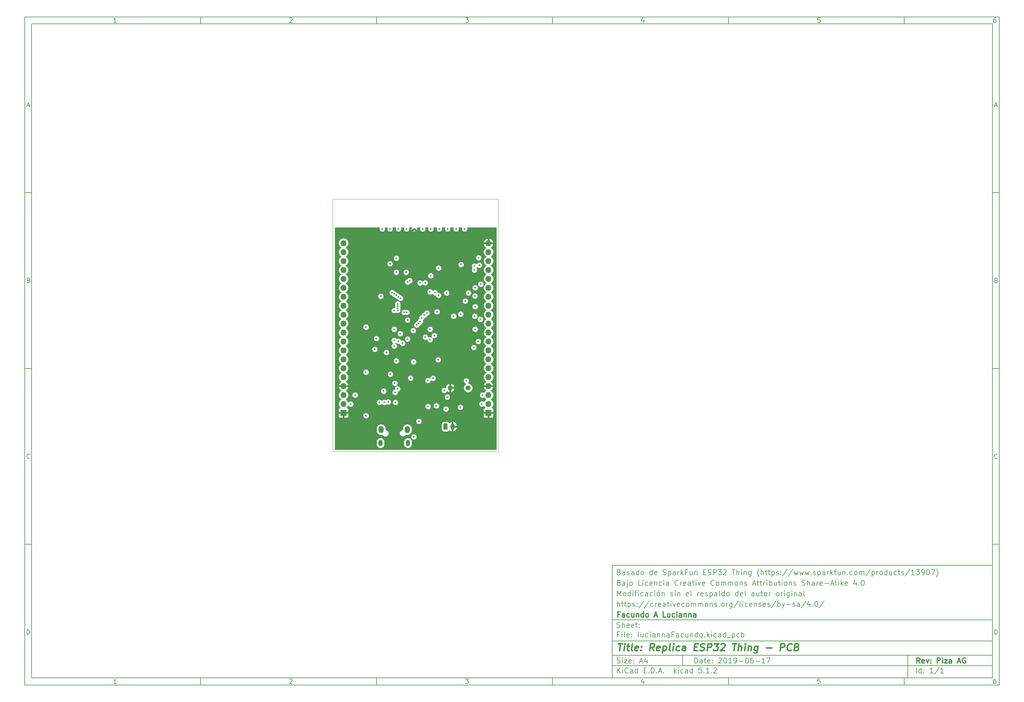
<source format=gbr>
G04 #@! TF.GenerationSoftware,KiCad,Pcbnew,5.1.2*
G04 #@! TF.CreationDate,2019-06-17T23:05:55-03:00*
G04 #@! TF.ProjectId,luciannaFacundo,6c756369-616e-46e6-9146-6163756e646f,Piza AG*
G04 #@! TF.SameCoordinates,Original*
G04 #@! TF.FileFunction,Copper,L2,Inr*
G04 #@! TF.FilePolarity,Positive*
%FSLAX46Y46*%
G04 Gerber Fmt 4.6, Leading zero omitted, Abs format (unit mm)*
G04 Created by KiCad (PCBNEW 5.1.2) date 2019-06-17 23:05:55*
%MOMM*%
%LPD*%
G04 APERTURE LIST*
%ADD10C,0.100000*%
%ADD11C,0.150000*%
%ADD12C,0.300000*%
%ADD13C,0.400000*%
%ADD14C,0.050000*%
%ADD15O,1.150000X1.800000*%
%ADD16O,1.450000X2.000000*%
%ADD17O,1.200000X1.750000*%
%ADD18C,1.200000*%
%ADD19C,0.500000*%
%ADD20R,1.700000X1.700000*%
%ADD21O,1.700000X1.700000*%
%ADD22C,1.400000*%
%ADD23O,1.400000X1.400000*%
%ADD24C,0.750000*%
%ADD25C,0.254000*%
G04 APERTURE END LIST*
D10*
D11*
X177002200Y-166007200D02*
X177002200Y-198007200D01*
X285002200Y-198007200D01*
X285002200Y-166007200D01*
X177002200Y-166007200D01*
D10*
D11*
X10000000Y-10000000D02*
X10000000Y-200007200D01*
X287002200Y-200007200D01*
X287002200Y-10000000D01*
X10000000Y-10000000D01*
D10*
D11*
X12000000Y-12000000D02*
X12000000Y-198007200D01*
X285002200Y-198007200D01*
X285002200Y-12000000D01*
X12000000Y-12000000D01*
D10*
D11*
X60000000Y-12000000D02*
X60000000Y-10000000D01*
D10*
D11*
X110000000Y-12000000D02*
X110000000Y-10000000D01*
D10*
D11*
X160000000Y-12000000D02*
X160000000Y-10000000D01*
D10*
D11*
X210000000Y-12000000D02*
X210000000Y-10000000D01*
D10*
D11*
X260000000Y-12000000D02*
X260000000Y-10000000D01*
D10*
D11*
X36065476Y-11588095D02*
X35322619Y-11588095D01*
X35694047Y-11588095D02*
X35694047Y-10288095D01*
X35570238Y-10473809D01*
X35446428Y-10597619D01*
X35322619Y-10659523D01*
D10*
D11*
X85322619Y-10411904D02*
X85384523Y-10350000D01*
X85508333Y-10288095D01*
X85817857Y-10288095D01*
X85941666Y-10350000D01*
X86003571Y-10411904D01*
X86065476Y-10535714D01*
X86065476Y-10659523D01*
X86003571Y-10845238D01*
X85260714Y-11588095D01*
X86065476Y-11588095D01*
D10*
D11*
X135260714Y-10288095D02*
X136065476Y-10288095D01*
X135632142Y-10783333D01*
X135817857Y-10783333D01*
X135941666Y-10845238D01*
X136003571Y-10907142D01*
X136065476Y-11030952D01*
X136065476Y-11340476D01*
X136003571Y-11464285D01*
X135941666Y-11526190D01*
X135817857Y-11588095D01*
X135446428Y-11588095D01*
X135322619Y-11526190D01*
X135260714Y-11464285D01*
D10*
D11*
X185941666Y-10721428D02*
X185941666Y-11588095D01*
X185632142Y-10226190D02*
X185322619Y-11154761D01*
X186127380Y-11154761D01*
D10*
D11*
X236003571Y-10288095D02*
X235384523Y-10288095D01*
X235322619Y-10907142D01*
X235384523Y-10845238D01*
X235508333Y-10783333D01*
X235817857Y-10783333D01*
X235941666Y-10845238D01*
X236003571Y-10907142D01*
X236065476Y-11030952D01*
X236065476Y-11340476D01*
X236003571Y-11464285D01*
X235941666Y-11526190D01*
X235817857Y-11588095D01*
X235508333Y-11588095D01*
X235384523Y-11526190D01*
X235322619Y-11464285D01*
D10*
D11*
X285941666Y-10288095D02*
X285694047Y-10288095D01*
X285570238Y-10350000D01*
X285508333Y-10411904D01*
X285384523Y-10597619D01*
X285322619Y-10845238D01*
X285322619Y-11340476D01*
X285384523Y-11464285D01*
X285446428Y-11526190D01*
X285570238Y-11588095D01*
X285817857Y-11588095D01*
X285941666Y-11526190D01*
X286003571Y-11464285D01*
X286065476Y-11340476D01*
X286065476Y-11030952D01*
X286003571Y-10907142D01*
X285941666Y-10845238D01*
X285817857Y-10783333D01*
X285570238Y-10783333D01*
X285446428Y-10845238D01*
X285384523Y-10907142D01*
X285322619Y-11030952D01*
D10*
D11*
X60000000Y-198007200D02*
X60000000Y-200007200D01*
D10*
D11*
X110000000Y-198007200D02*
X110000000Y-200007200D01*
D10*
D11*
X160000000Y-198007200D02*
X160000000Y-200007200D01*
D10*
D11*
X210000000Y-198007200D02*
X210000000Y-200007200D01*
D10*
D11*
X260000000Y-198007200D02*
X260000000Y-200007200D01*
D10*
D11*
X36065476Y-199595295D02*
X35322619Y-199595295D01*
X35694047Y-199595295D02*
X35694047Y-198295295D01*
X35570238Y-198481009D01*
X35446428Y-198604819D01*
X35322619Y-198666723D01*
D10*
D11*
X85322619Y-198419104D02*
X85384523Y-198357200D01*
X85508333Y-198295295D01*
X85817857Y-198295295D01*
X85941666Y-198357200D01*
X86003571Y-198419104D01*
X86065476Y-198542914D01*
X86065476Y-198666723D01*
X86003571Y-198852438D01*
X85260714Y-199595295D01*
X86065476Y-199595295D01*
D10*
D11*
X135260714Y-198295295D02*
X136065476Y-198295295D01*
X135632142Y-198790533D01*
X135817857Y-198790533D01*
X135941666Y-198852438D01*
X136003571Y-198914342D01*
X136065476Y-199038152D01*
X136065476Y-199347676D01*
X136003571Y-199471485D01*
X135941666Y-199533390D01*
X135817857Y-199595295D01*
X135446428Y-199595295D01*
X135322619Y-199533390D01*
X135260714Y-199471485D01*
D10*
D11*
X185941666Y-198728628D02*
X185941666Y-199595295D01*
X185632142Y-198233390D02*
X185322619Y-199161961D01*
X186127380Y-199161961D01*
D10*
D11*
X236003571Y-198295295D02*
X235384523Y-198295295D01*
X235322619Y-198914342D01*
X235384523Y-198852438D01*
X235508333Y-198790533D01*
X235817857Y-198790533D01*
X235941666Y-198852438D01*
X236003571Y-198914342D01*
X236065476Y-199038152D01*
X236065476Y-199347676D01*
X236003571Y-199471485D01*
X235941666Y-199533390D01*
X235817857Y-199595295D01*
X235508333Y-199595295D01*
X235384523Y-199533390D01*
X235322619Y-199471485D01*
D10*
D11*
X285941666Y-198295295D02*
X285694047Y-198295295D01*
X285570238Y-198357200D01*
X285508333Y-198419104D01*
X285384523Y-198604819D01*
X285322619Y-198852438D01*
X285322619Y-199347676D01*
X285384523Y-199471485D01*
X285446428Y-199533390D01*
X285570238Y-199595295D01*
X285817857Y-199595295D01*
X285941666Y-199533390D01*
X286003571Y-199471485D01*
X286065476Y-199347676D01*
X286065476Y-199038152D01*
X286003571Y-198914342D01*
X285941666Y-198852438D01*
X285817857Y-198790533D01*
X285570238Y-198790533D01*
X285446428Y-198852438D01*
X285384523Y-198914342D01*
X285322619Y-199038152D01*
D10*
D11*
X10000000Y-60000000D02*
X12000000Y-60000000D01*
D10*
D11*
X10000000Y-110000000D02*
X12000000Y-110000000D01*
D10*
D11*
X10000000Y-160000000D02*
X12000000Y-160000000D01*
D10*
D11*
X10690476Y-35216666D02*
X11309523Y-35216666D01*
X10566666Y-35588095D02*
X11000000Y-34288095D01*
X11433333Y-35588095D01*
D10*
D11*
X11092857Y-84907142D02*
X11278571Y-84969047D01*
X11340476Y-85030952D01*
X11402380Y-85154761D01*
X11402380Y-85340476D01*
X11340476Y-85464285D01*
X11278571Y-85526190D01*
X11154761Y-85588095D01*
X10659523Y-85588095D01*
X10659523Y-84288095D01*
X11092857Y-84288095D01*
X11216666Y-84350000D01*
X11278571Y-84411904D01*
X11340476Y-84535714D01*
X11340476Y-84659523D01*
X11278571Y-84783333D01*
X11216666Y-84845238D01*
X11092857Y-84907142D01*
X10659523Y-84907142D01*
D10*
D11*
X11402380Y-135464285D02*
X11340476Y-135526190D01*
X11154761Y-135588095D01*
X11030952Y-135588095D01*
X10845238Y-135526190D01*
X10721428Y-135402380D01*
X10659523Y-135278571D01*
X10597619Y-135030952D01*
X10597619Y-134845238D01*
X10659523Y-134597619D01*
X10721428Y-134473809D01*
X10845238Y-134350000D01*
X11030952Y-134288095D01*
X11154761Y-134288095D01*
X11340476Y-134350000D01*
X11402380Y-134411904D01*
D10*
D11*
X10659523Y-185588095D02*
X10659523Y-184288095D01*
X10969047Y-184288095D01*
X11154761Y-184350000D01*
X11278571Y-184473809D01*
X11340476Y-184597619D01*
X11402380Y-184845238D01*
X11402380Y-185030952D01*
X11340476Y-185278571D01*
X11278571Y-185402380D01*
X11154761Y-185526190D01*
X10969047Y-185588095D01*
X10659523Y-185588095D01*
D10*
D11*
X287002200Y-60000000D02*
X285002200Y-60000000D01*
D10*
D11*
X287002200Y-110000000D02*
X285002200Y-110000000D01*
D10*
D11*
X287002200Y-160000000D02*
X285002200Y-160000000D01*
D10*
D11*
X285692676Y-35216666D02*
X286311723Y-35216666D01*
X285568866Y-35588095D02*
X286002200Y-34288095D01*
X286435533Y-35588095D01*
D10*
D11*
X286095057Y-84907142D02*
X286280771Y-84969047D01*
X286342676Y-85030952D01*
X286404580Y-85154761D01*
X286404580Y-85340476D01*
X286342676Y-85464285D01*
X286280771Y-85526190D01*
X286156961Y-85588095D01*
X285661723Y-85588095D01*
X285661723Y-84288095D01*
X286095057Y-84288095D01*
X286218866Y-84350000D01*
X286280771Y-84411904D01*
X286342676Y-84535714D01*
X286342676Y-84659523D01*
X286280771Y-84783333D01*
X286218866Y-84845238D01*
X286095057Y-84907142D01*
X285661723Y-84907142D01*
D10*
D11*
X286404580Y-135464285D02*
X286342676Y-135526190D01*
X286156961Y-135588095D01*
X286033152Y-135588095D01*
X285847438Y-135526190D01*
X285723628Y-135402380D01*
X285661723Y-135278571D01*
X285599819Y-135030952D01*
X285599819Y-134845238D01*
X285661723Y-134597619D01*
X285723628Y-134473809D01*
X285847438Y-134350000D01*
X286033152Y-134288095D01*
X286156961Y-134288095D01*
X286342676Y-134350000D01*
X286404580Y-134411904D01*
D10*
D11*
X285661723Y-185588095D02*
X285661723Y-184288095D01*
X285971247Y-184288095D01*
X286156961Y-184350000D01*
X286280771Y-184473809D01*
X286342676Y-184597619D01*
X286404580Y-184845238D01*
X286404580Y-185030952D01*
X286342676Y-185278571D01*
X286280771Y-185402380D01*
X286156961Y-185526190D01*
X285971247Y-185588095D01*
X285661723Y-185588095D01*
D10*
D11*
X200434342Y-193785771D02*
X200434342Y-192285771D01*
X200791485Y-192285771D01*
X201005771Y-192357200D01*
X201148628Y-192500057D01*
X201220057Y-192642914D01*
X201291485Y-192928628D01*
X201291485Y-193142914D01*
X201220057Y-193428628D01*
X201148628Y-193571485D01*
X201005771Y-193714342D01*
X200791485Y-193785771D01*
X200434342Y-193785771D01*
X202577200Y-193785771D02*
X202577200Y-193000057D01*
X202505771Y-192857200D01*
X202362914Y-192785771D01*
X202077200Y-192785771D01*
X201934342Y-192857200D01*
X202577200Y-193714342D02*
X202434342Y-193785771D01*
X202077200Y-193785771D01*
X201934342Y-193714342D01*
X201862914Y-193571485D01*
X201862914Y-193428628D01*
X201934342Y-193285771D01*
X202077200Y-193214342D01*
X202434342Y-193214342D01*
X202577200Y-193142914D01*
X203077200Y-192785771D02*
X203648628Y-192785771D01*
X203291485Y-192285771D02*
X203291485Y-193571485D01*
X203362914Y-193714342D01*
X203505771Y-193785771D01*
X203648628Y-193785771D01*
X204720057Y-193714342D02*
X204577200Y-193785771D01*
X204291485Y-193785771D01*
X204148628Y-193714342D01*
X204077200Y-193571485D01*
X204077200Y-193000057D01*
X204148628Y-192857200D01*
X204291485Y-192785771D01*
X204577200Y-192785771D01*
X204720057Y-192857200D01*
X204791485Y-193000057D01*
X204791485Y-193142914D01*
X204077200Y-193285771D01*
X205434342Y-193642914D02*
X205505771Y-193714342D01*
X205434342Y-193785771D01*
X205362914Y-193714342D01*
X205434342Y-193642914D01*
X205434342Y-193785771D01*
X205434342Y-192857200D02*
X205505771Y-192928628D01*
X205434342Y-193000057D01*
X205362914Y-192928628D01*
X205434342Y-192857200D01*
X205434342Y-193000057D01*
X207220057Y-192428628D02*
X207291485Y-192357200D01*
X207434342Y-192285771D01*
X207791485Y-192285771D01*
X207934342Y-192357200D01*
X208005771Y-192428628D01*
X208077200Y-192571485D01*
X208077200Y-192714342D01*
X208005771Y-192928628D01*
X207148628Y-193785771D01*
X208077200Y-193785771D01*
X209005771Y-192285771D02*
X209148628Y-192285771D01*
X209291485Y-192357200D01*
X209362914Y-192428628D01*
X209434342Y-192571485D01*
X209505771Y-192857200D01*
X209505771Y-193214342D01*
X209434342Y-193500057D01*
X209362914Y-193642914D01*
X209291485Y-193714342D01*
X209148628Y-193785771D01*
X209005771Y-193785771D01*
X208862914Y-193714342D01*
X208791485Y-193642914D01*
X208720057Y-193500057D01*
X208648628Y-193214342D01*
X208648628Y-192857200D01*
X208720057Y-192571485D01*
X208791485Y-192428628D01*
X208862914Y-192357200D01*
X209005771Y-192285771D01*
X210934342Y-193785771D02*
X210077200Y-193785771D01*
X210505771Y-193785771D02*
X210505771Y-192285771D01*
X210362914Y-192500057D01*
X210220057Y-192642914D01*
X210077200Y-192714342D01*
X211648628Y-193785771D02*
X211934342Y-193785771D01*
X212077200Y-193714342D01*
X212148628Y-193642914D01*
X212291485Y-193428628D01*
X212362914Y-193142914D01*
X212362914Y-192571485D01*
X212291485Y-192428628D01*
X212220057Y-192357200D01*
X212077200Y-192285771D01*
X211791485Y-192285771D01*
X211648628Y-192357200D01*
X211577200Y-192428628D01*
X211505771Y-192571485D01*
X211505771Y-192928628D01*
X211577200Y-193071485D01*
X211648628Y-193142914D01*
X211791485Y-193214342D01*
X212077200Y-193214342D01*
X212220057Y-193142914D01*
X212291485Y-193071485D01*
X212362914Y-192928628D01*
X213005771Y-193214342D02*
X214148628Y-193214342D01*
X215148628Y-192285771D02*
X215291485Y-192285771D01*
X215434342Y-192357200D01*
X215505771Y-192428628D01*
X215577200Y-192571485D01*
X215648628Y-192857200D01*
X215648628Y-193214342D01*
X215577200Y-193500057D01*
X215505771Y-193642914D01*
X215434342Y-193714342D01*
X215291485Y-193785771D01*
X215148628Y-193785771D01*
X215005771Y-193714342D01*
X214934342Y-193642914D01*
X214862914Y-193500057D01*
X214791485Y-193214342D01*
X214791485Y-192857200D01*
X214862914Y-192571485D01*
X214934342Y-192428628D01*
X215005771Y-192357200D01*
X215148628Y-192285771D01*
X216934342Y-192285771D02*
X216648628Y-192285771D01*
X216505771Y-192357200D01*
X216434342Y-192428628D01*
X216291485Y-192642914D01*
X216220057Y-192928628D01*
X216220057Y-193500057D01*
X216291485Y-193642914D01*
X216362914Y-193714342D01*
X216505771Y-193785771D01*
X216791485Y-193785771D01*
X216934342Y-193714342D01*
X217005771Y-193642914D01*
X217077200Y-193500057D01*
X217077200Y-193142914D01*
X217005771Y-193000057D01*
X216934342Y-192928628D01*
X216791485Y-192857200D01*
X216505771Y-192857200D01*
X216362914Y-192928628D01*
X216291485Y-193000057D01*
X216220057Y-193142914D01*
X217720057Y-193214342D02*
X218862914Y-193214342D01*
X220362914Y-193785771D02*
X219505771Y-193785771D01*
X219934342Y-193785771D02*
X219934342Y-192285771D01*
X219791485Y-192500057D01*
X219648628Y-192642914D01*
X219505771Y-192714342D01*
X220862914Y-192285771D02*
X221862914Y-192285771D01*
X221220057Y-193785771D01*
D10*
D11*
X177002200Y-194507200D02*
X285002200Y-194507200D01*
D10*
D11*
X178434342Y-196585771D02*
X178434342Y-195085771D01*
X179291485Y-196585771D02*
X178648628Y-195728628D01*
X179291485Y-195085771D02*
X178434342Y-195942914D01*
X179934342Y-196585771D02*
X179934342Y-195585771D01*
X179934342Y-195085771D02*
X179862914Y-195157200D01*
X179934342Y-195228628D01*
X180005771Y-195157200D01*
X179934342Y-195085771D01*
X179934342Y-195228628D01*
X181505771Y-196442914D02*
X181434342Y-196514342D01*
X181220057Y-196585771D01*
X181077200Y-196585771D01*
X180862914Y-196514342D01*
X180720057Y-196371485D01*
X180648628Y-196228628D01*
X180577200Y-195942914D01*
X180577200Y-195728628D01*
X180648628Y-195442914D01*
X180720057Y-195300057D01*
X180862914Y-195157200D01*
X181077200Y-195085771D01*
X181220057Y-195085771D01*
X181434342Y-195157200D01*
X181505771Y-195228628D01*
X182791485Y-196585771D02*
X182791485Y-195800057D01*
X182720057Y-195657200D01*
X182577200Y-195585771D01*
X182291485Y-195585771D01*
X182148628Y-195657200D01*
X182791485Y-196514342D02*
X182648628Y-196585771D01*
X182291485Y-196585771D01*
X182148628Y-196514342D01*
X182077200Y-196371485D01*
X182077200Y-196228628D01*
X182148628Y-196085771D01*
X182291485Y-196014342D01*
X182648628Y-196014342D01*
X182791485Y-195942914D01*
X184148628Y-196585771D02*
X184148628Y-195085771D01*
X184148628Y-196514342D02*
X184005771Y-196585771D01*
X183720057Y-196585771D01*
X183577200Y-196514342D01*
X183505771Y-196442914D01*
X183434342Y-196300057D01*
X183434342Y-195871485D01*
X183505771Y-195728628D01*
X183577200Y-195657200D01*
X183720057Y-195585771D01*
X184005771Y-195585771D01*
X184148628Y-195657200D01*
X186005771Y-195800057D02*
X186505771Y-195800057D01*
X186720057Y-196585771D02*
X186005771Y-196585771D01*
X186005771Y-195085771D01*
X186720057Y-195085771D01*
X187362914Y-196442914D02*
X187434342Y-196514342D01*
X187362914Y-196585771D01*
X187291485Y-196514342D01*
X187362914Y-196442914D01*
X187362914Y-196585771D01*
X188077200Y-196585771D02*
X188077200Y-195085771D01*
X188434342Y-195085771D01*
X188648628Y-195157200D01*
X188791485Y-195300057D01*
X188862914Y-195442914D01*
X188934342Y-195728628D01*
X188934342Y-195942914D01*
X188862914Y-196228628D01*
X188791485Y-196371485D01*
X188648628Y-196514342D01*
X188434342Y-196585771D01*
X188077200Y-196585771D01*
X189577200Y-196442914D02*
X189648628Y-196514342D01*
X189577200Y-196585771D01*
X189505771Y-196514342D01*
X189577200Y-196442914D01*
X189577200Y-196585771D01*
X190220057Y-196157200D02*
X190934342Y-196157200D01*
X190077200Y-196585771D02*
X190577200Y-195085771D01*
X191077200Y-196585771D01*
X191577200Y-196442914D02*
X191648628Y-196514342D01*
X191577200Y-196585771D01*
X191505771Y-196514342D01*
X191577200Y-196442914D01*
X191577200Y-196585771D01*
X194577200Y-196585771D02*
X194577200Y-195085771D01*
X194720057Y-196014342D02*
X195148628Y-196585771D01*
X195148628Y-195585771D02*
X194577200Y-196157200D01*
X195791485Y-196585771D02*
X195791485Y-195585771D01*
X195791485Y-195085771D02*
X195720057Y-195157200D01*
X195791485Y-195228628D01*
X195862914Y-195157200D01*
X195791485Y-195085771D01*
X195791485Y-195228628D01*
X197148628Y-196514342D02*
X197005771Y-196585771D01*
X196720057Y-196585771D01*
X196577200Y-196514342D01*
X196505771Y-196442914D01*
X196434342Y-196300057D01*
X196434342Y-195871485D01*
X196505771Y-195728628D01*
X196577200Y-195657200D01*
X196720057Y-195585771D01*
X197005771Y-195585771D01*
X197148628Y-195657200D01*
X198434342Y-196585771D02*
X198434342Y-195800057D01*
X198362914Y-195657200D01*
X198220057Y-195585771D01*
X197934342Y-195585771D01*
X197791485Y-195657200D01*
X198434342Y-196514342D02*
X198291485Y-196585771D01*
X197934342Y-196585771D01*
X197791485Y-196514342D01*
X197720057Y-196371485D01*
X197720057Y-196228628D01*
X197791485Y-196085771D01*
X197934342Y-196014342D01*
X198291485Y-196014342D01*
X198434342Y-195942914D01*
X199791485Y-196585771D02*
X199791485Y-195085771D01*
X199791485Y-196514342D02*
X199648628Y-196585771D01*
X199362914Y-196585771D01*
X199220057Y-196514342D01*
X199148628Y-196442914D01*
X199077200Y-196300057D01*
X199077200Y-195871485D01*
X199148628Y-195728628D01*
X199220057Y-195657200D01*
X199362914Y-195585771D01*
X199648628Y-195585771D01*
X199791485Y-195657200D01*
X202362914Y-195085771D02*
X201648628Y-195085771D01*
X201577200Y-195800057D01*
X201648628Y-195728628D01*
X201791485Y-195657200D01*
X202148628Y-195657200D01*
X202291485Y-195728628D01*
X202362914Y-195800057D01*
X202434342Y-195942914D01*
X202434342Y-196300057D01*
X202362914Y-196442914D01*
X202291485Y-196514342D01*
X202148628Y-196585771D01*
X201791485Y-196585771D01*
X201648628Y-196514342D01*
X201577200Y-196442914D01*
X203077200Y-196442914D02*
X203148628Y-196514342D01*
X203077200Y-196585771D01*
X203005771Y-196514342D01*
X203077200Y-196442914D01*
X203077200Y-196585771D01*
X204577200Y-196585771D02*
X203720057Y-196585771D01*
X204148628Y-196585771D02*
X204148628Y-195085771D01*
X204005771Y-195300057D01*
X203862914Y-195442914D01*
X203720057Y-195514342D01*
X205220057Y-196442914D02*
X205291485Y-196514342D01*
X205220057Y-196585771D01*
X205148628Y-196514342D01*
X205220057Y-196442914D01*
X205220057Y-196585771D01*
X205862914Y-195228628D02*
X205934342Y-195157200D01*
X206077200Y-195085771D01*
X206434342Y-195085771D01*
X206577200Y-195157200D01*
X206648628Y-195228628D01*
X206720057Y-195371485D01*
X206720057Y-195514342D01*
X206648628Y-195728628D01*
X205791485Y-196585771D01*
X206720057Y-196585771D01*
D10*
D11*
X177002200Y-191507200D02*
X285002200Y-191507200D01*
D10*
D12*
X264411485Y-193785771D02*
X263911485Y-193071485D01*
X263554342Y-193785771D02*
X263554342Y-192285771D01*
X264125771Y-192285771D01*
X264268628Y-192357200D01*
X264340057Y-192428628D01*
X264411485Y-192571485D01*
X264411485Y-192785771D01*
X264340057Y-192928628D01*
X264268628Y-193000057D01*
X264125771Y-193071485D01*
X263554342Y-193071485D01*
X265625771Y-193714342D02*
X265482914Y-193785771D01*
X265197200Y-193785771D01*
X265054342Y-193714342D01*
X264982914Y-193571485D01*
X264982914Y-193000057D01*
X265054342Y-192857200D01*
X265197200Y-192785771D01*
X265482914Y-192785771D01*
X265625771Y-192857200D01*
X265697200Y-193000057D01*
X265697200Y-193142914D01*
X264982914Y-193285771D01*
X266197200Y-192785771D02*
X266554342Y-193785771D01*
X266911485Y-192785771D01*
X267482914Y-193642914D02*
X267554342Y-193714342D01*
X267482914Y-193785771D01*
X267411485Y-193714342D01*
X267482914Y-193642914D01*
X267482914Y-193785771D01*
X267482914Y-192857200D02*
X267554342Y-192928628D01*
X267482914Y-193000057D01*
X267411485Y-192928628D01*
X267482914Y-192857200D01*
X267482914Y-193000057D01*
X269340057Y-193785771D02*
X269340057Y-192285771D01*
X269911485Y-192285771D01*
X270054342Y-192357200D01*
X270125771Y-192428628D01*
X270197200Y-192571485D01*
X270197200Y-192785771D01*
X270125771Y-192928628D01*
X270054342Y-193000057D01*
X269911485Y-193071485D01*
X269340057Y-193071485D01*
X270840057Y-193785771D02*
X270840057Y-192785771D01*
X270840057Y-192285771D02*
X270768628Y-192357200D01*
X270840057Y-192428628D01*
X270911485Y-192357200D01*
X270840057Y-192285771D01*
X270840057Y-192428628D01*
X271411485Y-192785771D02*
X272197200Y-192785771D01*
X271411485Y-193785771D01*
X272197200Y-193785771D01*
X273411485Y-193785771D02*
X273411485Y-193000057D01*
X273340057Y-192857200D01*
X273197200Y-192785771D01*
X272911485Y-192785771D01*
X272768628Y-192857200D01*
X273411485Y-193714342D02*
X273268628Y-193785771D01*
X272911485Y-193785771D01*
X272768628Y-193714342D01*
X272697200Y-193571485D01*
X272697200Y-193428628D01*
X272768628Y-193285771D01*
X272911485Y-193214342D01*
X273268628Y-193214342D01*
X273411485Y-193142914D01*
X275197200Y-193357200D02*
X275911485Y-193357200D01*
X275054342Y-193785771D02*
X275554342Y-192285771D01*
X276054342Y-193785771D01*
X277340057Y-192357200D02*
X277197200Y-192285771D01*
X276982914Y-192285771D01*
X276768628Y-192357200D01*
X276625771Y-192500057D01*
X276554342Y-192642914D01*
X276482914Y-192928628D01*
X276482914Y-193142914D01*
X276554342Y-193428628D01*
X276625771Y-193571485D01*
X276768628Y-193714342D01*
X276982914Y-193785771D01*
X277125771Y-193785771D01*
X277340057Y-193714342D01*
X277411485Y-193642914D01*
X277411485Y-193142914D01*
X277125771Y-193142914D01*
D10*
D11*
X178362914Y-193714342D02*
X178577200Y-193785771D01*
X178934342Y-193785771D01*
X179077200Y-193714342D01*
X179148628Y-193642914D01*
X179220057Y-193500057D01*
X179220057Y-193357200D01*
X179148628Y-193214342D01*
X179077200Y-193142914D01*
X178934342Y-193071485D01*
X178648628Y-193000057D01*
X178505771Y-192928628D01*
X178434342Y-192857200D01*
X178362914Y-192714342D01*
X178362914Y-192571485D01*
X178434342Y-192428628D01*
X178505771Y-192357200D01*
X178648628Y-192285771D01*
X179005771Y-192285771D01*
X179220057Y-192357200D01*
X179862914Y-193785771D02*
X179862914Y-192785771D01*
X179862914Y-192285771D02*
X179791485Y-192357200D01*
X179862914Y-192428628D01*
X179934342Y-192357200D01*
X179862914Y-192285771D01*
X179862914Y-192428628D01*
X180434342Y-192785771D02*
X181220057Y-192785771D01*
X180434342Y-193785771D01*
X181220057Y-193785771D01*
X182362914Y-193714342D02*
X182220057Y-193785771D01*
X181934342Y-193785771D01*
X181791485Y-193714342D01*
X181720057Y-193571485D01*
X181720057Y-193000057D01*
X181791485Y-192857200D01*
X181934342Y-192785771D01*
X182220057Y-192785771D01*
X182362914Y-192857200D01*
X182434342Y-193000057D01*
X182434342Y-193142914D01*
X181720057Y-193285771D01*
X183077200Y-193642914D02*
X183148628Y-193714342D01*
X183077200Y-193785771D01*
X183005771Y-193714342D01*
X183077200Y-193642914D01*
X183077200Y-193785771D01*
X183077200Y-192857200D02*
X183148628Y-192928628D01*
X183077200Y-193000057D01*
X183005771Y-192928628D01*
X183077200Y-192857200D01*
X183077200Y-193000057D01*
X184862914Y-193357200D02*
X185577200Y-193357200D01*
X184720057Y-193785771D02*
X185220057Y-192285771D01*
X185720057Y-193785771D01*
X186862914Y-192785771D02*
X186862914Y-193785771D01*
X186505771Y-192214342D02*
X186148628Y-193285771D01*
X187077200Y-193285771D01*
D10*
D11*
X263434342Y-196585771D02*
X263434342Y-195085771D01*
X264791485Y-196585771D02*
X264791485Y-195085771D01*
X264791485Y-196514342D02*
X264648628Y-196585771D01*
X264362914Y-196585771D01*
X264220057Y-196514342D01*
X264148628Y-196442914D01*
X264077200Y-196300057D01*
X264077200Y-195871485D01*
X264148628Y-195728628D01*
X264220057Y-195657200D01*
X264362914Y-195585771D01*
X264648628Y-195585771D01*
X264791485Y-195657200D01*
X265505771Y-196442914D02*
X265577200Y-196514342D01*
X265505771Y-196585771D01*
X265434342Y-196514342D01*
X265505771Y-196442914D01*
X265505771Y-196585771D01*
X265505771Y-195657200D02*
X265577200Y-195728628D01*
X265505771Y-195800057D01*
X265434342Y-195728628D01*
X265505771Y-195657200D01*
X265505771Y-195800057D01*
X268148628Y-196585771D02*
X267291485Y-196585771D01*
X267720057Y-196585771D02*
X267720057Y-195085771D01*
X267577200Y-195300057D01*
X267434342Y-195442914D01*
X267291485Y-195514342D01*
X269862914Y-195014342D02*
X268577200Y-196942914D01*
X271148628Y-196585771D02*
X270291485Y-196585771D01*
X270720057Y-196585771D02*
X270720057Y-195085771D01*
X270577200Y-195300057D01*
X270434342Y-195442914D01*
X270291485Y-195514342D01*
D10*
D11*
X177002200Y-187507200D02*
X285002200Y-187507200D01*
D10*
D13*
X178714580Y-188211961D02*
X179857438Y-188211961D01*
X179036009Y-190211961D02*
X179286009Y-188211961D01*
X180274104Y-190211961D02*
X180440771Y-188878628D01*
X180524104Y-188211961D02*
X180416961Y-188307200D01*
X180500295Y-188402438D01*
X180607438Y-188307200D01*
X180524104Y-188211961D01*
X180500295Y-188402438D01*
X181107438Y-188878628D02*
X181869342Y-188878628D01*
X181476485Y-188211961D02*
X181262200Y-189926247D01*
X181333628Y-190116723D01*
X181512200Y-190211961D01*
X181702676Y-190211961D01*
X182655057Y-190211961D02*
X182476485Y-190116723D01*
X182405057Y-189926247D01*
X182619342Y-188211961D01*
X184190771Y-190116723D02*
X183988390Y-190211961D01*
X183607438Y-190211961D01*
X183428866Y-190116723D01*
X183357438Y-189926247D01*
X183452676Y-189164342D01*
X183571723Y-188973866D01*
X183774104Y-188878628D01*
X184155057Y-188878628D01*
X184333628Y-188973866D01*
X184405057Y-189164342D01*
X184381247Y-189354819D01*
X183405057Y-189545295D01*
X185155057Y-190021485D02*
X185238390Y-190116723D01*
X185131247Y-190211961D01*
X185047914Y-190116723D01*
X185155057Y-190021485D01*
X185131247Y-190211961D01*
X185286009Y-188973866D02*
X185369342Y-189069104D01*
X185262200Y-189164342D01*
X185178866Y-189069104D01*
X185286009Y-188973866D01*
X185262200Y-189164342D01*
X188750295Y-190211961D02*
X188202676Y-189259580D01*
X187607438Y-190211961D02*
X187857438Y-188211961D01*
X188619342Y-188211961D01*
X188797914Y-188307200D01*
X188881247Y-188402438D01*
X188952676Y-188592914D01*
X188916961Y-188878628D01*
X188797914Y-189069104D01*
X188690771Y-189164342D01*
X188488390Y-189259580D01*
X187726485Y-189259580D01*
X190381247Y-190116723D02*
X190178866Y-190211961D01*
X189797914Y-190211961D01*
X189619342Y-190116723D01*
X189547914Y-189926247D01*
X189643152Y-189164342D01*
X189762200Y-188973866D01*
X189964580Y-188878628D01*
X190345533Y-188878628D01*
X190524104Y-188973866D01*
X190595533Y-189164342D01*
X190571723Y-189354819D01*
X189595533Y-189545295D01*
X191488390Y-188878628D02*
X191238390Y-190878628D01*
X191476485Y-188973866D02*
X191678866Y-188878628D01*
X192059819Y-188878628D01*
X192238390Y-188973866D01*
X192321723Y-189069104D01*
X192393152Y-189259580D01*
X192321723Y-189831009D01*
X192202676Y-190021485D01*
X192095533Y-190116723D01*
X191893152Y-190211961D01*
X191512200Y-190211961D01*
X191333628Y-190116723D01*
X193416961Y-190211961D02*
X193238390Y-190116723D01*
X193166961Y-189926247D01*
X193381247Y-188211961D01*
X194178866Y-190211961D02*
X194345533Y-188878628D01*
X194428866Y-188211961D02*
X194321723Y-188307200D01*
X194405057Y-188402438D01*
X194512200Y-188307200D01*
X194428866Y-188211961D01*
X194405057Y-188402438D01*
X196000295Y-190116723D02*
X195797914Y-190211961D01*
X195416961Y-190211961D01*
X195238390Y-190116723D01*
X195155057Y-190021485D01*
X195083628Y-189831009D01*
X195155057Y-189259580D01*
X195274104Y-189069104D01*
X195381247Y-188973866D01*
X195583628Y-188878628D01*
X195964580Y-188878628D01*
X196143152Y-188973866D01*
X197702676Y-190211961D02*
X197833628Y-189164342D01*
X197762200Y-188973866D01*
X197583628Y-188878628D01*
X197202676Y-188878628D01*
X197000295Y-188973866D01*
X197714580Y-190116723D02*
X197512200Y-190211961D01*
X197036009Y-190211961D01*
X196857438Y-190116723D01*
X196786009Y-189926247D01*
X196809819Y-189735771D01*
X196928866Y-189545295D01*
X197131247Y-189450057D01*
X197607438Y-189450057D01*
X197809819Y-189354819D01*
X200309819Y-189164342D02*
X200976485Y-189164342D01*
X201131247Y-190211961D02*
X200178866Y-190211961D01*
X200428866Y-188211961D01*
X201381247Y-188211961D01*
X201905057Y-190116723D02*
X202178866Y-190211961D01*
X202655057Y-190211961D01*
X202857438Y-190116723D01*
X202964580Y-190021485D01*
X203083628Y-189831009D01*
X203107438Y-189640533D01*
X203036009Y-189450057D01*
X202952676Y-189354819D01*
X202774104Y-189259580D01*
X202405057Y-189164342D01*
X202226485Y-189069104D01*
X202143152Y-188973866D01*
X202071723Y-188783390D01*
X202095533Y-188592914D01*
X202214580Y-188402438D01*
X202321723Y-188307200D01*
X202524104Y-188211961D01*
X203000295Y-188211961D01*
X203274104Y-188307200D01*
X203893152Y-190211961D02*
X204143152Y-188211961D01*
X204905057Y-188211961D01*
X205083628Y-188307200D01*
X205166961Y-188402438D01*
X205238390Y-188592914D01*
X205202676Y-188878628D01*
X205083628Y-189069104D01*
X204976485Y-189164342D01*
X204774104Y-189259580D01*
X204012200Y-189259580D01*
X205952676Y-188211961D02*
X207190771Y-188211961D01*
X206428866Y-188973866D01*
X206714580Y-188973866D01*
X206893152Y-189069104D01*
X206976485Y-189164342D01*
X207047914Y-189354819D01*
X206988390Y-189831009D01*
X206869342Y-190021485D01*
X206762200Y-190116723D01*
X206559819Y-190211961D01*
X205988390Y-190211961D01*
X205809819Y-190116723D01*
X205726485Y-190021485D01*
X207928866Y-188402438D02*
X208036009Y-188307200D01*
X208238390Y-188211961D01*
X208714580Y-188211961D01*
X208893152Y-188307200D01*
X208976485Y-188402438D01*
X209047914Y-188592914D01*
X209024104Y-188783390D01*
X208893152Y-189069104D01*
X207607438Y-190211961D01*
X208845533Y-190211961D01*
X211190771Y-188211961D02*
X212333628Y-188211961D01*
X211512200Y-190211961D02*
X211762200Y-188211961D01*
X212750295Y-190211961D02*
X213000295Y-188211961D01*
X213607438Y-190211961D02*
X213738390Y-189164342D01*
X213666961Y-188973866D01*
X213488390Y-188878628D01*
X213202676Y-188878628D01*
X213000295Y-188973866D01*
X212893152Y-189069104D01*
X214559819Y-190211961D02*
X214726485Y-188878628D01*
X214809819Y-188211961D02*
X214702676Y-188307200D01*
X214786009Y-188402438D01*
X214893152Y-188307200D01*
X214809819Y-188211961D01*
X214786009Y-188402438D01*
X215678866Y-188878628D02*
X215512200Y-190211961D01*
X215655057Y-189069104D02*
X215762200Y-188973866D01*
X215964580Y-188878628D01*
X216250295Y-188878628D01*
X216428866Y-188973866D01*
X216500295Y-189164342D01*
X216369342Y-190211961D01*
X218345533Y-188878628D02*
X218143152Y-190497676D01*
X218024104Y-190688152D01*
X217916961Y-190783390D01*
X217714580Y-190878628D01*
X217428866Y-190878628D01*
X217250295Y-190783390D01*
X218190771Y-190116723D02*
X217988390Y-190211961D01*
X217607438Y-190211961D01*
X217428866Y-190116723D01*
X217345533Y-190021485D01*
X217274104Y-189831009D01*
X217345533Y-189259580D01*
X217464580Y-189069104D01*
X217571723Y-188973866D01*
X217774104Y-188878628D01*
X218155057Y-188878628D01*
X218333628Y-188973866D01*
X220750295Y-189450057D02*
X222274104Y-189450057D01*
X224655057Y-190211961D02*
X224905057Y-188211961D01*
X225666961Y-188211961D01*
X225845533Y-188307200D01*
X225928866Y-188402438D01*
X226000295Y-188592914D01*
X225964580Y-188878628D01*
X225845533Y-189069104D01*
X225738390Y-189164342D01*
X225536009Y-189259580D01*
X224774104Y-189259580D01*
X227821723Y-190021485D02*
X227714580Y-190116723D01*
X227416961Y-190211961D01*
X227226485Y-190211961D01*
X226952676Y-190116723D01*
X226786009Y-189926247D01*
X226714580Y-189735771D01*
X226666961Y-189354819D01*
X226702676Y-189069104D01*
X226845533Y-188688152D01*
X226964580Y-188497676D01*
X227178866Y-188307200D01*
X227476485Y-188211961D01*
X227666961Y-188211961D01*
X227940771Y-188307200D01*
X228024104Y-188402438D01*
X229452676Y-189164342D02*
X229726485Y-189259580D01*
X229809819Y-189354819D01*
X229881247Y-189545295D01*
X229845533Y-189831009D01*
X229726485Y-190021485D01*
X229619342Y-190116723D01*
X229416961Y-190211961D01*
X228655057Y-190211961D01*
X228905057Y-188211961D01*
X229571723Y-188211961D01*
X229750295Y-188307200D01*
X229833628Y-188402438D01*
X229905057Y-188592914D01*
X229881247Y-188783390D01*
X229762199Y-188973866D01*
X229655057Y-189069104D01*
X229452676Y-189164342D01*
X228786009Y-189164342D01*
D10*
D11*
X178934342Y-185600057D02*
X178434342Y-185600057D01*
X178434342Y-186385771D02*
X178434342Y-184885771D01*
X179148628Y-184885771D01*
X179720057Y-186385771D02*
X179720057Y-185385771D01*
X179720057Y-184885771D02*
X179648628Y-184957200D01*
X179720057Y-185028628D01*
X179791485Y-184957200D01*
X179720057Y-184885771D01*
X179720057Y-185028628D01*
X180648628Y-186385771D02*
X180505771Y-186314342D01*
X180434342Y-186171485D01*
X180434342Y-184885771D01*
X181791485Y-186314342D02*
X181648628Y-186385771D01*
X181362914Y-186385771D01*
X181220057Y-186314342D01*
X181148628Y-186171485D01*
X181148628Y-185600057D01*
X181220057Y-185457200D01*
X181362914Y-185385771D01*
X181648628Y-185385771D01*
X181791485Y-185457200D01*
X181862914Y-185600057D01*
X181862914Y-185742914D01*
X181148628Y-185885771D01*
X182505771Y-186242914D02*
X182577200Y-186314342D01*
X182505771Y-186385771D01*
X182434342Y-186314342D01*
X182505771Y-186242914D01*
X182505771Y-186385771D01*
X182505771Y-185457200D02*
X182577200Y-185528628D01*
X182505771Y-185600057D01*
X182434342Y-185528628D01*
X182505771Y-185457200D01*
X182505771Y-185600057D01*
X184577200Y-186385771D02*
X184434342Y-186314342D01*
X184362914Y-186171485D01*
X184362914Y-184885771D01*
X185791485Y-185385771D02*
X185791485Y-186385771D01*
X185148628Y-185385771D02*
X185148628Y-186171485D01*
X185220057Y-186314342D01*
X185362914Y-186385771D01*
X185577200Y-186385771D01*
X185720057Y-186314342D01*
X185791485Y-186242914D01*
X187148628Y-186314342D02*
X187005771Y-186385771D01*
X186720057Y-186385771D01*
X186577200Y-186314342D01*
X186505771Y-186242914D01*
X186434342Y-186100057D01*
X186434342Y-185671485D01*
X186505771Y-185528628D01*
X186577200Y-185457200D01*
X186720057Y-185385771D01*
X187005771Y-185385771D01*
X187148628Y-185457200D01*
X187791485Y-186385771D02*
X187791485Y-185385771D01*
X187791485Y-184885771D02*
X187720057Y-184957200D01*
X187791485Y-185028628D01*
X187862914Y-184957200D01*
X187791485Y-184885771D01*
X187791485Y-185028628D01*
X189148628Y-186385771D02*
X189148628Y-185600057D01*
X189077200Y-185457200D01*
X188934342Y-185385771D01*
X188648628Y-185385771D01*
X188505771Y-185457200D01*
X189148628Y-186314342D02*
X189005771Y-186385771D01*
X188648628Y-186385771D01*
X188505771Y-186314342D01*
X188434342Y-186171485D01*
X188434342Y-186028628D01*
X188505771Y-185885771D01*
X188648628Y-185814342D01*
X189005771Y-185814342D01*
X189148628Y-185742914D01*
X189862914Y-185385771D02*
X189862914Y-186385771D01*
X189862914Y-185528628D02*
X189934342Y-185457200D01*
X190077200Y-185385771D01*
X190291485Y-185385771D01*
X190434342Y-185457200D01*
X190505771Y-185600057D01*
X190505771Y-186385771D01*
X191220057Y-185385771D02*
X191220057Y-186385771D01*
X191220057Y-185528628D02*
X191291485Y-185457200D01*
X191434342Y-185385771D01*
X191648628Y-185385771D01*
X191791485Y-185457200D01*
X191862914Y-185600057D01*
X191862914Y-186385771D01*
X193220057Y-186385771D02*
X193220057Y-185600057D01*
X193148628Y-185457200D01*
X193005771Y-185385771D01*
X192720057Y-185385771D01*
X192577200Y-185457200D01*
X193220057Y-186314342D02*
X193077200Y-186385771D01*
X192720057Y-186385771D01*
X192577200Y-186314342D01*
X192505771Y-186171485D01*
X192505771Y-186028628D01*
X192577200Y-185885771D01*
X192720057Y-185814342D01*
X193077200Y-185814342D01*
X193220057Y-185742914D01*
X194434342Y-185600057D02*
X193934342Y-185600057D01*
X193934342Y-186385771D02*
X193934342Y-184885771D01*
X194648628Y-184885771D01*
X195862914Y-186385771D02*
X195862914Y-185600057D01*
X195791485Y-185457200D01*
X195648628Y-185385771D01*
X195362914Y-185385771D01*
X195220057Y-185457200D01*
X195862914Y-186314342D02*
X195720057Y-186385771D01*
X195362914Y-186385771D01*
X195220057Y-186314342D01*
X195148628Y-186171485D01*
X195148628Y-186028628D01*
X195220057Y-185885771D01*
X195362914Y-185814342D01*
X195720057Y-185814342D01*
X195862914Y-185742914D01*
X197220057Y-186314342D02*
X197077200Y-186385771D01*
X196791485Y-186385771D01*
X196648628Y-186314342D01*
X196577200Y-186242914D01*
X196505771Y-186100057D01*
X196505771Y-185671485D01*
X196577200Y-185528628D01*
X196648628Y-185457200D01*
X196791485Y-185385771D01*
X197077200Y-185385771D01*
X197220057Y-185457200D01*
X198505771Y-185385771D02*
X198505771Y-186385771D01*
X197862914Y-185385771D02*
X197862914Y-186171485D01*
X197934342Y-186314342D01*
X198077200Y-186385771D01*
X198291485Y-186385771D01*
X198434342Y-186314342D01*
X198505771Y-186242914D01*
X199220057Y-185385771D02*
X199220057Y-186385771D01*
X199220057Y-185528628D02*
X199291485Y-185457200D01*
X199434342Y-185385771D01*
X199648628Y-185385771D01*
X199791485Y-185457200D01*
X199862914Y-185600057D01*
X199862914Y-186385771D01*
X201220057Y-186385771D02*
X201220057Y-184885771D01*
X201220057Y-186314342D02*
X201077200Y-186385771D01*
X200791485Y-186385771D01*
X200648628Y-186314342D01*
X200577200Y-186242914D01*
X200505771Y-186100057D01*
X200505771Y-185671485D01*
X200577200Y-185528628D01*
X200648628Y-185457200D01*
X200791485Y-185385771D01*
X201077200Y-185385771D01*
X201220057Y-185457200D01*
X202148628Y-186385771D02*
X202005771Y-186314342D01*
X201934342Y-186242914D01*
X201862914Y-186100057D01*
X201862914Y-185671485D01*
X201934342Y-185528628D01*
X202005771Y-185457200D01*
X202148628Y-185385771D01*
X202362914Y-185385771D01*
X202505771Y-185457200D01*
X202577200Y-185528628D01*
X202648628Y-185671485D01*
X202648628Y-186100057D01*
X202577200Y-186242914D01*
X202505771Y-186314342D01*
X202362914Y-186385771D01*
X202148628Y-186385771D01*
X203291485Y-186242914D02*
X203362914Y-186314342D01*
X203291485Y-186385771D01*
X203220057Y-186314342D01*
X203291485Y-186242914D01*
X203291485Y-186385771D01*
X204005771Y-186385771D02*
X204005771Y-184885771D01*
X204148628Y-185814342D02*
X204577200Y-186385771D01*
X204577200Y-185385771D02*
X204005771Y-185957200D01*
X205220057Y-186385771D02*
X205220057Y-185385771D01*
X205220057Y-184885771D02*
X205148628Y-184957200D01*
X205220057Y-185028628D01*
X205291485Y-184957200D01*
X205220057Y-184885771D01*
X205220057Y-185028628D01*
X206577200Y-186314342D02*
X206434342Y-186385771D01*
X206148628Y-186385771D01*
X206005771Y-186314342D01*
X205934342Y-186242914D01*
X205862914Y-186100057D01*
X205862914Y-185671485D01*
X205934342Y-185528628D01*
X206005771Y-185457200D01*
X206148628Y-185385771D01*
X206434342Y-185385771D01*
X206577200Y-185457200D01*
X207862914Y-186385771D02*
X207862914Y-185600057D01*
X207791485Y-185457200D01*
X207648628Y-185385771D01*
X207362914Y-185385771D01*
X207220057Y-185457200D01*
X207862914Y-186314342D02*
X207720057Y-186385771D01*
X207362914Y-186385771D01*
X207220057Y-186314342D01*
X207148628Y-186171485D01*
X207148628Y-186028628D01*
X207220057Y-185885771D01*
X207362914Y-185814342D01*
X207720057Y-185814342D01*
X207862914Y-185742914D01*
X209220057Y-186385771D02*
X209220057Y-184885771D01*
X209220057Y-186314342D02*
X209077200Y-186385771D01*
X208791485Y-186385771D01*
X208648628Y-186314342D01*
X208577200Y-186242914D01*
X208505771Y-186100057D01*
X208505771Y-185671485D01*
X208577200Y-185528628D01*
X208648628Y-185457200D01*
X208791485Y-185385771D01*
X209077200Y-185385771D01*
X209220057Y-185457200D01*
X209577200Y-186528628D02*
X210720057Y-186528628D01*
X211077200Y-185385771D02*
X211077200Y-186885771D01*
X211077200Y-185457200D02*
X211220057Y-185385771D01*
X211505771Y-185385771D01*
X211648628Y-185457200D01*
X211720057Y-185528628D01*
X211791485Y-185671485D01*
X211791485Y-186100057D01*
X211720057Y-186242914D01*
X211648628Y-186314342D01*
X211505771Y-186385771D01*
X211220057Y-186385771D01*
X211077200Y-186314342D01*
X213077200Y-186314342D02*
X212934342Y-186385771D01*
X212648628Y-186385771D01*
X212505771Y-186314342D01*
X212434342Y-186242914D01*
X212362914Y-186100057D01*
X212362914Y-185671485D01*
X212434342Y-185528628D01*
X212505771Y-185457200D01*
X212648628Y-185385771D01*
X212934342Y-185385771D01*
X213077200Y-185457200D01*
X213720057Y-186385771D02*
X213720057Y-184885771D01*
X213720057Y-185457200D02*
X213862914Y-185385771D01*
X214148628Y-185385771D01*
X214291485Y-185457200D01*
X214362914Y-185528628D01*
X214434342Y-185671485D01*
X214434342Y-186100057D01*
X214362914Y-186242914D01*
X214291485Y-186314342D01*
X214148628Y-186385771D01*
X213862914Y-186385771D01*
X213720057Y-186314342D01*
D10*
D11*
X177002200Y-181507200D02*
X285002200Y-181507200D01*
D10*
D11*
X178362914Y-183614342D02*
X178577200Y-183685771D01*
X178934342Y-183685771D01*
X179077200Y-183614342D01*
X179148628Y-183542914D01*
X179220057Y-183400057D01*
X179220057Y-183257200D01*
X179148628Y-183114342D01*
X179077200Y-183042914D01*
X178934342Y-182971485D01*
X178648628Y-182900057D01*
X178505771Y-182828628D01*
X178434342Y-182757200D01*
X178362914Y-182614342D01*
X178362914Y-182471485D01*
X178434342Y-182328628D01*
X178505771Y-182257200D01*
X178648628Y-182185771D01*
X179005771Y-182185771D01*
X179220057Y-182257200D01*
X179862914Y-183685771D02*
X179862914Y-182185771D01*
X180505771Y-183685771D02*
X180505771Y-182900057D01*
X180434342Y-182757200D01*
X180291485Y-182685771D01*
X180077200Y-182685771D01*
X179934342Y-182757200D01*
X179862914Y-182828628D01*
X181791485Y-183614342D02*
X181648628Y-183685771D01*
X181362914Y-183685771D01*
X181220057Y-183614342D01*
X181148628Y-183471485D01*
X181148628Y-182900057D01*
X181220057Y-182757200D01*
X181362914Y-182685771D01*
X181648628Y-182685771D01*
X181791485Y-182757200D01*
X181862914Y-182900057D01*
X181862914Y-183042914D01*
X181148628Y-183185771D01*
X183077200Y-183614342D02*
X182934342Y-183685771D01*
X182648628Y-183685771D01*
X182505771Y-183614342D01*
X182434342Y-183471485D01*
X182434342Y-182900057D01*
X182505771Y-182757200D01*
X182648628Y-182685771D01*
X182934342Y-182685771D01*
X183077200Y-182757200D01*
X183148628Y-182900057D01*
X183148628Y-183042914D01*
X182434342Y-183185771D01*
X183577200Y-182685771D02*
X184148628Y-182685771D01*
X183791485Y-182185771D02*
X183791485Y-183471485D01*
X183862914Y-183614342D01*
X184005771Y-183685771D01*
X184148628Y-183685771D01*
X184648628Y-183542914D02*
X184720057Y-183614342D01*
X184648628Y-183685771D01*
X184577200Y-183614342D01*
X184648628Y-183542914D01*
X184648628Y-183685771D01*
X184648628Y-182757200D02*
X184720057Y-182828628D01*
X184648628Y-182900057D01*
X184577200Y-182828628D01*
X184648628Y-182757200D01*
X184648628Y-182900057D01*
D10*
D12*
X179054342Y-179900057D02*
X178554342Y-179900057D01*
X178554342Y-180685771D02*
X178554342Y-179185771D01*
X179268628Y-179185771D01*
X180482914Y-180685771D02*
X180482914Y-179900057D01*
X180411485Y-179757200D01*
X180268628Y-179685771D01*
X179982914Y-179685771D01*
X179840057Y-179757200D01*
X180482914Y-180614342D02*
X180340057Y-180685771D01*
X179982914Y-180685771D01*
X179840057Y-180614342D01*
X179768628Y-180471485D01*
X179768628Y-180328628D01*
X179840057Y-180185771D01*
X179982914Y-180114342D01*
X180340057Y-180114342D01*
X180482914Y-180042914D01*
X181840057Y-180614342D02*
X181697200Y-180685771D01*
X181411485Y-180685771D01*
X181268628Y-180614342D01*
X181197200Y-180542914D01*
X181125771Y-180400057D01*
X181125771Y-179971485D01*
X181197200Y-179828628D01*
X181268628Y-179757200D01*
X181411485Y-179685771D01*
X181697200Y-179685771D01*
X181840057Y-179757200D01*
X183125771Y-179685771D02*
X183125771Y-180685771D01*
X182482914Y-179685771D02*
X182482914Y-180471485D01*
X182554342Y-180614342D01*
X182697200Y-180685771D01*
X182911485Y-180685771D01*
X183054342Y-180614342D01*
X183125771Y-180542914D01*
X183840057Y-179685771D02*
X183840057Y-180685771D01*
X183840057Y-179828628D02*
X183911485Y-179757200D01*
X184054342Y-179685771D01*
X184268628Y-179685771D01*
X184411485Y-179757200D01*
X184482914Y-179900057D01*
X184482914Y-180685771D01*
X185840057Y-180685771D02*
X185840057Y-179185771D01*
X185840057Y-180614342D02*
X185697200Y-180685771D01*
X185411485Y-180685771D01*
X185268628Y-180614342D01*
X185197200Y-180542914D01*
X185125771Y-180400057D01*
X185125771Y-179971485D01*
X185197200Y-179828628D01*
X185268628Y-179757200D01*
X185411485Y-179685771D01*
X185697200Y-179685771D01*
X185840057Y-179757200D01*
X186768628Y-180685771D02*
X186625771Y-180614342D01*
X186554342Y-180542914D01*
X186482914Y-180400057D01*
X186482914Y-179971485D01*
X186554342Y-179828628D01*
X186625771Y-179757200D01*
X186768628Y-179685771D01*
X186982914Y-179685771D01*
X187125771Y-179757200D01*
X187197200Y-179828628D01*
X187268628Y-179971485D01*
X187268628Y-180400057D01*
X187197200Y-180542914D01*
X187125771Y-180614342D01*
X186982914Y-180685771D01*
X186768628Y-180685771D01*
X188982914Y-180257200D02*
X189697200Y-180257200D01*
X188840057Y-180685771D02*
X189340057Y-179185771D01*
X189840057Y-180685771D01*
X192197200Y-180685771D02*
X191482914Y-180685771D01*
X191482914Y-179185771D01*
X193340057Y-179685771D02*
X193340057Y-180685771D01*
X192697200Y-179685771D02*
X192697200Y-180471485D01*
X192768628Y-180614342D01*
X192911485Y-180685771D01*
X193125771Y-180685771D01*
X193268628Y-180614342D01*
X193340057Y-180542914D01*
X194697200Y-180614342D02*
X194554342Y-180685771D01*
X194268628Y-180685771D01*
X194125771Y-180614342D01*
X194054342Y-180542914D01*
X193982914Y-180400057D01*
X193982914Y-179971485D01*
X194054342Y-179828628D01*
X194125771Y-179757200D01*
X194268628Y-179685771D01*
X194554342Y-179685771D01*
X194697200Y-179757200D01*
X195340057Y-180685771D02*
X195340057Y-179685771D01*
X195340057Y-179185771D02*
X195268628Y-179257200D01*
X195340057Y-179328628D01*
X195411485Y-179257200D01*
X195340057Y-179185771D01*
X195340057Y-179328628D01*
X196697200Y-180685771D02*
X196697200Y-179900057D01*
X196625771Y-179757200D01*
X196482914Y-179685771D01*
X196197200Y-179685771D01*
X196054342Y-179757200D01*
X196697200Y-180614342D02*
X196554342Y-180685771D01*
X196197200Y-180685771D01*
X196054342Y-180614342D01*
X195982914Y-180471485D01*
X195982914Y-180328628D01*
X196054342Y-180185771D01*
X196197200Y-180114342D01*
X196554342Y-180114342D01*
X196697200Y-180042914D01*
X197411485Y-179685771D02*
X197411485Y-180685771D01*
X197411485Y-179828628D02*
X197482914Y-179757200D01*
X197625771Y-179685771D01*
X197840057Y-179685771D01*
X197982914Y-179757200D01*
X198054342Y-179900057D01*
X198054342Y-180685771D01*
X198768628Y-179685771D02*
X198768628Y-180685771D01*
X198768628Y-179828628D02*
X198840057Y-179757200D01*
X198982914Y-179685771D01*
X199197200Y-179685771D01*
X199340057Y-179757200D01*
X199411485Y-179900057D01*
X199411485Y-180685771D01*
X200768628Y-180685771D02*
X200768628Y-179900057D01*
X200697200Y-179757200D01*
X200554342Y-179685771D01*
X200268628Y-179685771D01*
X200125771Y-179757200D01*
X200768628Y-180614342D02*
X200625771Y-180685771D01*
X200268628Y-180685771D01*
X200125771Y-180614342D01*
X200054342Y-180471485D01*
X200054342Y-180328628D01*
X200125771Y-180185771D01*
X200268628Y-180114342D01*
X200625771Y-180114342D01*
X200768628Y-180042914D01*
D10*
D11*
X178434342Y-177685771D02*
X178434342Y-176185771D01*
X179077200Y-177685771D02*
X179077200Y-176900057D01*
X179005771Y-176757200D01*
X178862914Y-176685771D01*
X178648628Y-176685771D01*
X178505771Y-176757200D01*
X178434342Y-176828628D01*
X179577200Y-176685771D02*
X180148628Y-176685771D01*
X179791485Y-176185771D02*
X179791485Y-177471485D01*
X179862914Y-177614342D01*
X180005771Y-177685771D01*
X180148628Y-177685771D01*
X180434342Y-176685771D02*
X181005771Y-176685771D01*
X180648628Y-176185771D02*
X180648628Y-177471485D01*
X180720057Y-177614342D01*
X180862914Y-177685771D01*
X181005771Y-177685771D01*
X181505771Y-176685771D02*
X181505771Y-178185771D01*
X181505771Y-176757200D02*
X181648628Y-176685771D01*
X181934342Y-176685771D01*
X182077200Y-176757200D01*
X182148628Y-176828628D01*
X182220057Y-176971485D01*
X182220057Y-177400057D01*
X182148628Y-177542914D01*
X182077200Y-177614342D01*
X181934342Y-177685771D01*
X181648628Y-177685771D01*
X181505771Y-177614342D01*
X182791485Y-177614342D02*
X182934342Y-177685771D01*
X183220057Y-177685771D01*
X183362914Y-177614342D01*
X183434342Y-177471485D01*
X183434342Y-177400057D01*
X183362914Y-177257200D01*
X183220057Y-177185771D01*
X183005771Y-177185771D01*
X182862914Y-177114342D01*
X182791485Y-176971485D01*
X182791485Y-176900057D01*
X182862914Y-176757200D01*
X183005771Y-176685771D01*
X183220057Y-176685771D01*
X183362914Y-176757200D01*
X184077200Y-177542914D02*
X184148628Y-177614342D01*
X184077200Y-177685771D01*
X184005771Y-177614342D01*
X184077200Y-177542914D01*
X184077200Y-177685771D01*
X184077200Y-176757200D02*
X184148628Y-176828628D01*
X184077200Y-176900057D01*
X184005771Y-176828628D01*
X184077200Y-176757200D01*
X184077200Y-176900057D01*
X185862914Y-176114342D02*
X184577200Y-178042914D01*
X187434342Y-176114342D02*
X186148628Y-178042914D01*
X188577200Y-177614342D02*
X188434342Y-177685771D01*
X188148628Y-177685771D01*
X188005771Y-177614342D01*
X187934342Y-177542914D01*
X187862914Y-177400057D01*
X187862914Y-176971485D01*
X187934342Y-176828628D01*
X188005771Y-176757200D01*
X188148628Y-176685771D01*
X188434342Y-176685771D01*
X188577200Y-176757200D01*
X189220057Y-177685771D02*
X189220057Y-176685771D01*
X189220057Y-176971485D02*
X189291485Y-176828628D01*
X189362914Y-176757200D01*
X189505771Y-176685771D01*
X189648628Y-176685771D01*
X190720057Y-177614342D02*
X190577200Y-177685771D01*
X190291485Y-177685771D01*
X190148628Y-177614342D01*
X190077200Y-177471485D01*
X190077200Y-176900057D01*
X190148628Y-176757200D01*
X190291485Y-176685771D01*
X190577200Y-176685771D01*
X190720057Y-176757200D01*
X190791485Y-176900057D01*
X190791485Y-177042914D01*
X190077200Y-177185771D01*
X192077200Y-177685771D02*
X192077200Y-176900057D01*
X192005771Y-176757200D01*
X191862914Y-176685771D01*
X191577200Y-176685771D01*
X191434342Y-176757200D01*
X192077200Y-177614342D02*
X191934342Y-177685771D01*
X191577200Y-177685771D01*
X191434342Y-177614342D01*
X191362914Y-177471485D01*
X191362914Y-177328628D01*
X191434342Y-177185771D01*
X191577200Y-177114342D01*
X191934342Y-177114342D01*
X192077200Y-177042914D01*
X192577200Y-176685771D02*
X193148628Y-176685771D01*
X192791485Y-176185771D02*
X192791485Y-177471485D01*
X192862914Y-177614342D01*
X193005771Y-177685771D01*
X193148628Y-177685771D01*
X193648628Y-177685771D02*
X193648628Y-176685771D01*
X193648628Y-176185771D02*
X193577200Y-176257200D01*
X193648628Y-176328628D01*
X193720057Y-176257200D01*
X193648628Y-176185771D01*
X193648628Y-176328628D01*
X194220057Y-176685771D02*
X194577200Y-177685771D01*
X194934342Y-176685771D01*
X196077200Y-177614342D02*
X195934342Y-177685771D01*
X195648628Y-177685771D01*
X195505771Y-177614342D01*
X195434342Y-177471485D01*
X195434342Y-176900057D01*
X195505771Y-176757200D01*
X195648628Y-176685771D01*
X195934342Y-176685771D01*
X196077200Y-176757200D01*
X196148628Y-176900057D01*
X196148628Y-177042914D01*
X195434342Y-177185771D01*
X197434342Y-177614342D02*
X197291485Y-177685771D01*
X197005771Y-177685771D01*
X196862914Y-177614342D01*
X196791485Y-177542914D01*
X196720057Y-177400057D01*
X196720057Y-176971485D01*
X196791485Y-176828628D01*
X196862914Y-176757200D01*
X197005771Y-176685771D01*
X197291485Y-176685771D01*
X197434342Y-176757200D01*
X198291485Y-177685771D02*
X198148628Y-177614342D01*
X198077200Y-177542914D01*
X198005771Y-177400057D01*
X198005771Y-176971485D01*
X198077200Y-176828628D01*
X198148628Y-176757200D01*
X198291485Y-176685771D01*
X198505771Y-176685771D01*
X198648628Y-176757200D01*
X198720057Y-176828628D01*
X198791485Y-176971485D01*
X198791485Y-177400057D01*
X198720057Y-177542914D01*
X198648628Y-177614342D01*
X198505771Y-177685771D01*
X198291485Y-177685771D01*
X199434342Y-177685771D02*
X199434342Y-176685771D01*
X199434342Y-176828628D02*
X199505771Y-176757200D01*
X199648628Y-176685771D01*
X199862914Y-176685771D01*
X200005771Y-176757200D01*
X200077200Y-176900057D01*
X200077200Y-177685771D01*
X200077200Y-176900057D02*
X200148628Y-176757200D01*
X200291485Y-176685771D01*
X200505771Y-176685771D01*
X200648628Y-176757200D01*
X200720057Y-176900057D01*
X200720057Y-177685771D01*
X201434342Y-177685771D02*
X201434342Y-176685771D01*
X201434342Y-176828628D02*
X201505771Y-176757200D01*
X201648628Y-176685771D01*
X201862914Y-176685771D01*
X202005771Y-176757200D01*
X202077200Y-176900057D01*
X202077200Y-177685771D01*
X202077200Y-176900057D02*
X202148628Y-176757200D01*
X202291485Y-176685771D01*
X202505771Y-176685771D01*
X202648628Y-176757200D01*
X202720057Y-176900057D01*
X202720057Y-177685771D01*
X203648628Y-177685771D02*
X203505771Y-177614342D01*
X203434342Y-177542914D01*
X203362914Y-177400057D01*
X203362914Y-176971485D01*
X203434342Y-176828628D01*
X203505771Y-176757200D01*
X203648628Y-176685771D01*
X203862914Y-176685771D01*
X204005771Y-176757200D01*
X204077200Y-176828628D01*
X204148628Y-176971485D01*
X204148628Y-177400057D01*
X204077200Y-177542914D01*
X204005771Y-177614342D01*
X203862914Y-177685771D01*
X203648628Y-177685771D01*
X204791485Y-176685771D02*
X204791485Y-177685771D01*
X204791485Y-176828628D02*
X204862914Y-176757200D01*
X205005771Y-176685771D01*
X205220057Y-176685771D01*
X205362914Y-176757200D01*
X205434342Y-176900057D01*
X205434342Y-177685771D01*
X206077200Y-177614342D02*
X206220057Y-177685771D01*
X206505771Y-177685771D01*
X206648628Y-177614342D01*
X206720057Y-177471485D01*
X206720057Y-177400057D01*
X206648628Y-177257200D01*
X206505771Y-177185771D01*
X206291485Y-177185771D01*
X206148628Y-177114342D01*
X206077200Y-176971485D01*
X206077200Y-176900057D01*
X206148628Y-176757200D01*
X206291485Y-176685771D01*
X206505771Y-176685771D01*
X206648628Y-176757200D01*
X207362914Y-177542914D02*
X207434342Y-177614342D01*
X207362914Y-177685771D01*
X207291485Y-177614342D01*
X207362914Y-177542914D01*
X207362914Y-177685771D01*
X208291485Y-177685771D02*
X208148628Y-177614342D01*
X208077200Y-177542914D01*
X208005771Y-177400057D01*
X208005771Y-176971485D01*
X208077200Y-176828628D01*
X208148628Y-176757200D01*
X208291485Y-176685771D01*
X208505771Y-176685771D01*
X208648628Y-176757200D01*
X208720057Y-176828628D01*
X208791485Y-176971485D01*
X208791485Y-177400057D01*
X208720057Y-177542914D01*
X208648628Y-177614342D01*
X208505771Y-177685771D01*
X208291485Y-177685771D01*
X209434342Y-177685771D02*
X209434342Y-176685771D01*
X209434342Y-176971485D02*
X209505771Y-176828628D01*
X209577200Y-176757200D01*
X209720057Y-176685771D01*
X209862914Y-176685771D01*
X211005771Y-176685771D02*
X211005771Y-177900057D01*
X210934342Y-178042914D01*
X210862914Y-178114342D01*
X210720057Y-178185771D01*
X210505771Y-178185771D01*
X210362914Y-178114342D01*
X211005771Y-177614342D02*
X210862914Y-177685771D01*
X210577200Y-177685771D01*
X210434342Y-177614342D01*
X210362914Y-177542914D01*
X210291485Y-177400057D01*
X210291485Y-176971485D01*
X210362914Y-176828628D01*
X210434342Y-176757200D01*
X210577200Y-176685771D01*
X210862914Y-176685771D01*
X211005771Y-176757200D01*
X212791485Y-176114342D02*
X211505771Y-178042914D01*
X213505771Y-177685771D02*
X213362914Y-177614342D01*
X213291485Y-177471485D01*
X213291485Y-176185771D01*
X214077200Y-177685771D02*
X214077200Y-176685771D01*
X214077200Y-176185771D02*
X214005771Y-176257200D01*
X214077200Y-176328628D01*
X214148628Y-176257200D01*
X214077200Y-176185771D01*
X214077200Y-176328628D01*
X215434342Y-177614342D02*
X215291485Y-177685771D01*
X215005771Y-177685771D01*
X214862914Y-177614342D01*
X214791485Y-177542914D01*
X214720057Y-177400057D01*
X214720057Y-176971485D01*
X214791485Y-176828628D01*
X214862914Y-176757200D01*
X215005771Y-176685771D01*
X215291485Y-176685771D01*
X215434342Y-176757200D01*
X216648628Y-177614342D02*
X216505771Y-177685771D01*
X216220057Y-177685771D01*
X216077200Y-177614342D01*
X216005771Y-177471485D01*
X216005771Y-176900057D01*
X216077200Y-176757200D01*
X216220057Y-176685771D01*
X216505771Y-176685771D01*
X216648628Y-176757200D01*
X216720057Y-176900057D01*
X216720057Y-177042914D01*
X216005771Y-177185771D01*
X217362914Y-176685771D02*
X217362914Y-177685771D01*
X217362914Y-176828628D02*
X217434342Y-176757200D01*
X217577200Y-176685771D01*
X217791485Y-176685771D01*
X217934342Y-176757200D01*
X218005771Y-176900057D01*
X218005771Y-177685771D01*
X218648628Y-177614342D02*
X218791485Y-177685771D01*
X219077200Y-177685771D01*
X219220057Y-177614342D01*
X219291485Y-177471485D01*
X219291485Y-177400057D01*
X219220057Y-177257200D01*
X219077200Y-177185771D01*
X218862914Y-177185771D01*
X218720057Y-177114342D01*
X218648628Y-176971485D01*
X218648628Y-176900057D01*
X218720057Y-176757200D01*
X218862914Y-176685771D01*
X219077200Y-176685771D01*
X219220057Y-176757200D01*
X220505771Y-177614342D02*
X220362914Y-177685771D01*
X220077200Y-177685771D01*
X219934342Y-177614342D01*
X219862914Y-177471485D01*
X219862914Y-176900057D01*
X219934342Y-176757200D01*
X220077200Y-176685771D01*
X220362914Y-176685771D01*
X220505771Y-176757200D01*
X220577200Y-176900057D01*
X220577200Y-177042914D01*
X219862914Y-177185771D01*
X221148628Y-177614342D02*
X221291485Y-177685771D01*
X221577200Y-177685771D01*
X221720057Y-177614342D01*
X221791485Y-177471485D01*
X221791485Y-177400057D01*
X221720057Y-177257200D01*
X221577200Y-177185771D01*
X221362914Y-177185771D01*
X221220057Y-177114342D01*
X221148628Y-176971485D01*
X221148628Y-176900057D01*
X221220057Y-176757200D01*
X221362914Y-176685771D01*
X221577200Y-176685771D01*
X221720057Y-176757200D01*
X223505771Y-176114342D02*
X222220057Y-178042914D01*
X224005771Y-177685771D02*
X224005771Y-176185771D01*
X224005771Y-176757200D02*
X224148628Y-176685771D01*
X224434342Y-176685771D01*
X224577200Y-176757200D01*
X224648628Y-176828628D01*
X224720057Y-176971485D01*
X224720057Y-177400057D01*
X224648628Y-177542914D01*
X224577200Y-177614342D01*
X224434342Y-177685771D01*
X224148628Y-177685771D01*
X224005771Y-177614342D01*
X225220057Y-176685771D02*
X225577200Y-177685771D01*
X225934342Y-176685771D02*
X225577200Y-177685771D01*
X225434342Y-178042914D01*
X225362914Y-178114342D01*
X225220057Y-178185771D01*
X226505771Y-177114342D02*
X227648628Y-177114342D01*
X228291485Y-177614342D02*
X228434342Y-177685771D01*
X228720057Y-177685771D01*
X228862914Y-177614342D01*
X228934342Y-177471485D01*
X228934342Y-177400057D01*
X228862914Y-177257200D01*
X228720057Y-177185771D01*
X228505771Y-177185771D01*
X228362914Y-177114342D01*
X228291485Y-176971485D01*
X228291485Y-176900057D01*
X228362914Y-176757200D01*
X228505771Y-176685771D01*
X228720057Y-176685771D01*
X228862914Y-176757200D01*
X230220057Y-177685771D02*
X230220057Y-176900057D01*
X230148628Y-176757200D01*
X230005771Y-176685771D01*
X229720057Y-176685771D01*
X229577200Y-176757200D01*
X230220057Y-177614342D02*
X230077200Y-177685771D01*
X229720057Y-177685771D01*
X229577200Y-177614342D01*
X229505771Y-177471485D01*
X229505771Y-177328628D01*
X229577200Y-177185771D01*
X229720057Y-177114342D01*
X230077200Y-177114342D01*
X230220057Y-177042914D01*
X232005771Y-176114342D02*
X230720057Y-178042914D01*
X233148628Y-176685771D02*
X233148628Y-177685771D01*
X232791485Y-176114342D02*
X232434342Y-177185771D01*
X233362914Y-177185771D01*
X233934342Y-177542914D02*
X234005771Y-177614342D01*
X233934342Y-177685771D01*
X233862914Y-177614342D01*
X233934342Y-177542914D01*
X233934342Y-177685771D01*
X234934342Y-176185771D02*
X235077200Y-176185771D01*
X235220057Y-176257200D01*
X235291485Y-176328628D01*
X235362914Y-176471485D01*
X235434342Y-176757200D01*
X235434342Y-177114342D01*
X235362914Y-177400057D01*
X235291485Y-177542914D01*
X235220057Y-177614342D01*
X235077200Y-177685771D01*
X234934342Y-177685771D01*
X234791485Y-177614342D01*
X234720057Y-177542914D01*
X234648628Y-177400057D01*
X234577200Y-177114342D01*
X234577200Y-176757200D01*
X234648628Y-176471485D01*
X234720057Y-176328628D01*
X234791485Y-176257200D01*
X234934342Y-176185771D01*
X237148628Y-176114342D02*
X235862914Y-178042914D01*
D10*
D11*
X178434342Y-174685771D02*
X178434342Y-173185771D01*
X178934342Y-174257200D01*
X179434342Y-173185771D01*
X179434342Y-174685771D01*
X180362914Y-174685771D02*
X180220057Y-174614342D01*
X180148628Y-174542914D01*
X180077200Y-174400057D01*
X180077200Y-173971485D01*
X180148628Y-173828628D01*
X180220057Y-173757200D01*
X180362914Y-173685771D01*
X180577200Y-173685771D01*
X180720057Y-173757200D01*
X180791485Y-173828628D01*
X180862914Y-173971485D01*
X180862914Y-174400057D01*
X180791485Y-174542914D01*
X180720057Y-174614342D01*
X180577200Y-174685771D01*
X180362914Y-174685771D01*
X182148628Y-174685771D02*
X182148628Y-173185771D01*
X182148628Y-174614342D02*
X182005771Y-174685771D01*
X181720057Y-174685771D01*
X181577200Y-174614342D01*
X181505771Y-174542914D01*
X181434342Y-174400057D01*
X181434342Y-173971485D01*
X181505771Y-173828628D01*
X181577200Y-173757200D01*
X181720057Y-173685771D01*
X182005771Y-173685771D01*
X182148628Y-173757200D01*
X182862914Y-174685771D02*
X182862914Y-173685771D01*
X182862914Y-173185771D02*
X182791485Y-173257200D01*
X182862914Y-173328628D01*
X182934342Y-173257200D01*
X182862914Y-173185771D01*
X182862914Y-173328628D01*
X183362914Y-173685771D02*
X183934342Y-173685771D01*
X183577200Y-174685771D02*
X183577200Y-173400057D01*
X183648628Y-173257200D01*
X183791485Y-173185771D01*
X183934342Y-173185771D01*
X184434342Y-174685771D02*
X184434342Y-173685771D01*
X184434342Y-173185771D02*
X184362914Y-173257200D01*
X184434342Y-173328628D01*
X184505771Y-173257200D01*
X184434342Y-173185771D01*
X184434342Y-173328628D01*
X185791485Y-174614342D02*
X185648628Y-174685771D01*
X185362914Y-174685771D01*
X185220057Y-174614342D01*
X185148628Y-174542914D01*
X185077200Y-174400057D01*
X185077200Y-173971485D01*
X185148628Y-173828628D01*
X185220057Y-173757200D01*
X185362914Y-173685771D01*
X185648628Y-173685771D01*
X185791485Y-173757200D01*
X187077200Y-174685771D02*
X187077200Y-173900057D01*
X187005771Y-173757200D01*
X186862914Y-173685771D01*
X186577200Y-173685771D01*
X186434342Y-173757200D01*
X187077200Y-174614342D02*
X186934342Y-174685771D01*
X186577200Y-174685771D01*
X186434342Y-174614342D01*
X186362914Y-174471485D01*
X186362914Y-174328628D01*
X186434342Y-174185771D01*
X186577200Y-174114342D01*
X186934342Y-174114342D01*
X187077200Y-174042914D01*
X188434342Y-174614342D02*
X188291485Y-174685771D01*
X188005771Y-174685771D01*
X187862914Y-174614342D01*
X187791485Y-174542914D01*
X187720057Y-174400057D01*
X187720057Y-173971485D01*
X187791485Y-173828628D01*
X187862914Y-173757200D01*
X188005771Y-173685771D01*
X188291485Y-173685771D01*
X188434342Y-173757200D01*
X189077200Y-174685771D02*
X189077200Y-173685771D01*
X189077200Y-173185771D02*
X189005771Y-173257200D01*
X189077200Y-173328628D01*
X189148628Y-173257200D01*
X189077200Y-173185771D01*
X189077200Y-173328628D01*
X190005771Y-174685771D02*
X189862914Y-174614342D01*
X189791485Y-174542914D01*
X189720057Y-174400057D01*
X189720057Y-173971485D01*
X189791485Y-173828628D01*
X189862914Y-173757200D01*
X190005771Y-173685771D01*
X190220057Y-173685771D01*
X190362914Y-173757200D01*
X190434342Y-173828628D01*
X190505771Y-173971485D01*
X190505771Y-174400057D01*
X190434342Y-174542914D01*
X190362914Y-174614342D01*
X190220057Y-174685771D01*
X190005771Y-174685771D01*
X190291485Y-173114342D02*
X190077200Y-173328628D01*
X191148628Y-173685771D02*
X191148628Y-174685771D01*
X191148628Y-173828628D02*
X191220057Y-173757200D01*
X191362914Y-173685771D01*
X191577200Y-173685771D01*
X191720057Y-173757200D01*
X191791485Y-173900057D01*
X191791485Y-174685771D01*
X193577200Y-174614342D02*
X193720057Y-174685771D01*
X194005771Y-174685771D01*
X194148628Y-174614342D01*
X194220057Y-174471485D01*
X194220057Y-174400057D01*
X194148628Y-174257200D01*
X194005771Y-174185771D01*
X193791485Y-174185771D01*
X193648628Y-174114342D01*
X193577200Y-173971485D01*
X193577200Y-173900057D01*
X193648628Y-173757200D01*
X193791485Y-173685771D01*
X194005771Y-173685771D01*
X194148628Y-173757200D01*
X194862914Y-174685771D02*
X194862914Y-173685771D01*
X194862914Y-173185771D02*
X194791485Y-173257200D01*
X194862914Y-173328628D01*
X194934342Y-173257200D01*
X194862914Y-173185771D01*
X194862914Y-173328628D01*
X195577200Y-173685771D02*
X195577200Y-174685771D01*
X195577200Y-173828628D02*
X195648628Y-173757200D01*
X195791485Y-173685771D01*
X196005771Y-173685771D01*
X196148628Y-173757200D01*
X196220057Y-173900057D01*
X196220057Y-174685771D01*
X198648628Y-174614342D02*
X198505771Y-174685771D01*
X198220057Y-174685771D01*
X198077200Y-174614342D01*
X198005771Y-174471485D01*
X198005771Y-173900057D01*
X198077200Y-173757200D01*
X198220057Y-173685771D01*
X198505771Y-173685771D01*
X198648628Y-173757200D01*
X198720057Y-173900057D01*
X198720057Y-174042914D01*
X198005771Y-174185771D01*
X199577200Y-174685771D02*
X199434342Y-174614342D01*
X199362914Y-174471485D01*
X199362914Y-173185771D01*
X201291485Y-174685771D02*
X201291485Y-173685771D01*
X201291485Y-173971485D02*
X201362914Y-173828628D01*
X201434342Y-173757200D01*
X201577200Y-173685771D01*
X201720057Y-173685771D01*
X202791485Y-174614342D02*
X202648628Y-174685771D01*
X202362914Y-174685771D01*
X202220057Y-174614342D01*
X202148628Y-174471485D01*
X202148628Y-173900057D01*
X202220057Y-173757200D01*
X202362914Y-173685771D01*
X202648628Y-173685771D01*
X202791485Y-173757200D01*
X202862914Y-173900057D01*
X202862914Y-174042914D01*
X202148628Y-174185771D01*
X203434342Y-174614342D02*
X203577200Y-174685771D01*
X203862914Y-174685771D01*
X204005771Y-174614342D01*
X204077200Y-174471485D01*
X204077200Y-174400057D01*
X204005771Y-174257200D01*
X203862914Y-174185771D01*
X203648628Y-174185771D01*
X203505771Y-174114342D01*
X203434342Y-173971485D01*
X203434342Y-173900057D01*
X203505771Y-173757200D01*
X203648628Y-173685771D01*
X203862914Y-173685771D01*
X204005771Y-173757200D01*
X204720057Y-173685771D02*
X204720057Y-175185771D01*
X204720057Y-173757200D02*
X204862914Y-173685771D01*
X205148628Y-173685771D01*
X205291485Y-173757200D01*
X205362914Y-173828628D01*
X205434342Y-173971485D01*
X205434342Y-174400057D01*
X205362914Y-174542914D01*
X205291485Y-174614342D01*
X205148628Y-174685771D01*
X204862914Y-174685771D01*
X204720057Y-174614342D01*
X206720057Y-174685771D02*
X206720057Y-173900057D01*
X206648628Y-173757200D01*
X206505771Y-173685771D01*
X206220057Y-173685771D01*
X206077200Y-173757200D01*
X206720057Y-174614342D02*
X206577200Y-174685771D01*
X206220057Y-174685771D01*
X206077200Y-174614342D01*
X206005771Y-174471485D01*
X206005771Y-174328628D01*
X206077200Y-174185771D01*
X206220057Y-174114342D01*
X206577200Y-174114342D01*
X206720057Y-174042914D01*
X207648628Y-174685771D02*
X207505771Y-174614342D01*
X207434342Y-174471485D01*
X207434342Y-173185771D01*
X208862914Y-174685771D02*
X208862914Y-173185771D01*
X208862914Y-174614342D02*
X208720057Y-174685771D01*
X208434342Y-174685771D01*
X208291485Y-174614342D01*
X208220057Y-174542914D01*
X208148628Y-174400057D01*
X208148628Y-173971485D01*
X208220057Y-173828628D01*
X208291485Y-173757200D01*
X208434342Y-173685771D01*
X208720057Y-173685771D01*
X208862914Y-173757200D01*
X209791485Y-174685771D02*
X209648628Y-174614342D01*
X209577200Y-174542914D01*
X209505771Y-174400057D01*
X209505771Y-173971485D01*
X209577200Y-173828628D01*
X209648628Y-173757200D01*
X209791485Y-173685771D01*
X210005771Y-173685771D01*
X210148628Y-173757200D01*
X210220057Y-173828628D01*
X210291485Y-173971485D01*
X210291485Y-174400057D01*
X210220057Y-174542914D01*
X210148628Y-174614342D01*
X210005771Y-174685771D01*
X209791485Y-174685771D01*
X212720057Y-174685771D02*
X212720057Y-173185771D01*
X212720057Y-174614342D02*
X212577200Y-174685771D01*
X212291485Y-174685771D01*
X212148628Y-174614342D01*
X212077200Y-174542914D01*
X212005771Y-174400057D01*
X212005771Y-173971485D01*
X212077200Y-173828628D01*
X212148628Y-173757200D01*
X212291485Y-173685771D01*
X212577200Y-173685771D01*
X212720057Y-173757200D01*
X214005771Y-174614342D02*
X213862914Y-174685771D01*
X213577200Y-174685771D01*
X213434342Y-174614342D01*
X213362914Y-174471485D01*
X213362914Y-173900057D01*
X213434342Y-173757200D01*
X213577200Y-173685771D01*
X213862914Y-173685771D01*
X214005771Y-173757200D01*
X214077200Y-173900057D01*
X214077200Y-174042914D01*
X213362914Y-174185771D01*
X214934342Y-174685771D02*
X214791485Y-174614342D01*
X214720057Y-174471485D01*
X214720057Y-173185771D01*
X217291485Y-174685771D02*
X217291485Y-173900057D01*
X217220057Y-173757200D01*
X217077200Y-173685771D01*
X216791485Y-173685771D01*
X216648628Y-173757200D01*
X217291485Y-174614342D02*
X217148628Y-174685771D01*
X216791485Y-174685771D01*
X216648628Y-174614342D01*
X216577200Y-174471485D01*
X216577200Y-174328628D01*
X216648628Y-174185771D01*
X216791485Y-174114342D01*
X217148628Y-174114342D01*
X217291485Y-174042914D01*
X218648628Y-173685771D02*
X218648628Y-174685771D01*
X218005771Y-173685771D02*
X218005771Y-174471485D01*
X218077200Y-174614342D01*
X218220057Y-174685771D01*
X218434342Y-174685771D01*
X218577200Y-174614342D01*
X218648628Y-174542914D01*
X219148628Y-173685771D02*
X219720057Y-173685771D01*
X219362914Y-173185771D02*
X219362914Y-174471485D01*
X219434342Y-174614342D01*
X219577200Y-174685771D01*
X219720057Y-174685771D01*
X220434342Y-174685771D02*
X220291485Y-174614342D01*
X220220057Y-174542914D01*
X220148628Y-174400057D01*
X220148628Y-173971485D01*
X220220057Y-173828628D01*
X220291485Y-173757200D01*
X220434342Y-173685771D01*
X220648628Y-173685771D01*
X220791485Y-173757200D01*
X220862914Y-173828628D01*
X220934342Y-173971485D01*
X220934342Y-174400057D01*
X220862914Y-174542914D01*
X220791485Y-174614342D01*
X220648628Y-174685771D01*
X220434342Y-174685771D01*
X221577200Y-174685771D02*
X221577200Y-173685771D01*
X221577200Y-173971485D02*
X221648628Y-173828628D01*
X221720057Y-173757200D01*
X221862914Y-173685771D01*
X222005771Y-173685771D01*
X223862914Y-174685771D02*
X223720057Y-174614342D01*
X223648628Y-174542914D01*
X223577200Y-174400057D01*
X223577200Y-173971485D01*
X223648628Y-173828628D01*
X223720057Y-173757200D01*
X223862914Y-173685771D01*
X224077200Y-173685771D01*
X224220057Y-173757200D01*
X224291485Y-173828628D01*
X224362914Y-173971485D01*
X224362914Y-174400057D01*
X224291485Y-174542914D01*
X224220057Y-174614342D01*
X224077200Y-174685771D01*
X223862914Y-174685771D01*
X225005771Y-174685771D02*
X225005771Y-173685771D01*
X225005771Y-173971485D02*
X225077200Y-173828628D01*
X225148628Y-173757200D01*
X225291485Y-173685771D01*
X225434342Y-173685771D01*
X225934342Y-174685771D02*
X225934342Y-173685771D01*
X225934342Y-173185771D02*
X225862914Y-173257200D01*
X225934342Y-173328628D01*
X226005771Y-173257200D01*
X225934342Y-173185771D01*
X225934342Y-173328628D01*
X227291485Y-173685771D02*
X227291485Y-174900057D01*
X227220057Y-175042914D01*
X227148628Y-175114342D01*
X227005771Y-175185771D01*
X226791485Y-175185771D01*
X226648628Y-175114342D01*
X227291485Y-174614342D02*
X227148628Y-174685771D01*
X226862914Y-174685771D01*
X226720057Y-174614342D01*
X226648628Y-174542914D01*
X226577200Y-174400057D01*
X226577200Y-173971485D01*
X226648628Y-173828628D01*
X226720057Y-173757200D01*
X226862914Y-173685771D01*
X227148628Y-173685771D01*
X227291485Y-173757200D01*
X228005771Y-174685771D02*
X228005771Y-173685771D01*
X228005771Y-173185771D02*
X227934342Y-173257200D01*
X228005771Y-173328628D01*
X228077200Y-173257200D01*
X228005771Y-173185771D01*
X228005771Y-173328628D01*
X228720057Y-173685771D02*
X228720057Y-174685771D01*
X228720057Y-173828628D02*
X228791485Y-173757200D01*
X228934342Y-173685771D01*
X229148628Y-173685771D01*
X229291485Y-173757200D01*
X229362914Y-173900057D01*
X229362914Y-174685771D01*
X230720057Y-174685771D02*
X230720057Y-173900057D01*
X230648628Y-173757200D01*
X230505771Y-173685771D01*
X230220057Y-173685771D01*
X230077200Y-173757200D01*
X230720057Y-174614342D02*
X230577200Y-174685771D01*
X230220057Y-174685771D01*
X230077200Y-174614342D01*
X230005771Y-174471485D01*
X230005771Y-174328628D01*
X230077200Y-174185771D01*
X230220057Y-174114342D01*
X230577200Y-174114342D01*
X230720057Y-174042914D01*
X231648628Y-174685771D02*
X231505771Y-174614342D01*
X231434342Y-174471485D01*
X231434342Y-173185771D01*
D10*
D11*
X178934342Y-170900057D02*
X179148628Y-170971485D01*
X179220057Y-171042914D01*
X179291485Y-171185771D01*
X179291485Y-171400057D01*
X179220057Y-171542914D01*
X179148628Y-171614342D01*
X179005771Y-171685771D01*
X178434342Y-171685771D01*
X178434342Y-170185771D01*
X178934342Y-170185771D01*
X179077200Y-170257200D01*
X179148628Y-170328628D01*
X179220057Y-170471485D01*
X179220057Y-170614342D01*
X179148628Y-170757200D01*
X179077200Y-170828628D01*
X178934342Y-170900057D01*
X178434342Y-170900057D01*
X180577200Y-171685771D02*
X180577200Y-170900057D01*
X180505771Y-170757200D01*
X180362914Y-170685771D01*
X180077200Y-170685771D01*
X179934342Y-170757200D01*
X180577200Y-171614342D02*
X180434342Y-171685771D01*
X180077200Y-171685771D01*
X179934342Y-171614342D01*
X179862914Y-171471485D01*
X179862914Y-171328628D01*
X179934342Y-171185771D01*
X180077200Y-171114342D01*
X180434342Y-171114342D01*
X180577200Y-171042914D01*
X181291485Y-170685771D02*
X181291485Y-171971485D01*
X181220057Y-172114342D01*
X181077200Y-172185771D01*
X181005771Y-172185771D01*
X181291485Y-170185771D02*
X181220057Y-170257200D01*
X181291485Y-170328628D01*
X181362914Y-170257200D01*
X181291485Y-170185771D01*
X181291485Y-170328628D01*
X182220057Y-171685771D02*
X182077200Y-171614342D01*
X182005771Y-171542914D01*
X181934342Y-171400057D01*
X181934342Y-170971485D01*
X182005771Y-170828628D01*
X182077200Y-170757200D01*
X182220057Y-170685771D01*
X182434342Y-170685771D01*
X182577200Y-170757200D01*
X182648628Y-170828628D01*
X182720057Y-170971485D01*
X182720057Y-171400057D01*
X182648628Y-171542914D01*
X182577200Y-171614342D01*
X182434342Y-171685771D01*
X182220057Y-171685771D01*
X185220057Y-171685771D02*
X184505771Y-171685771D01*
X184505771Y-170185771D01*
X185720057Y-171685771D02*
X185720057Y-170685771D01*
X185720057Y-170185771D02*
X185648628Y-170257200D01*
X185720057Y-170328628D01*
X185791485Y-170257200D01*
X185720057Y-170185771D01*
X185720057Y-170328628D01*
X187077200Y-171614342D02*
X186934342Y-171685771D01*
X186648628Y-171685771D01*
X186505771Y-171614342D01*
X186434342Y-171542914D01*
X186362914Y-171400057D01*
X186362914Y-170971485D01*
X186434342Y-170828628D01*
X186505771Y-170757200D01*
X186648628Y-170685771D01*
X186934342Y-170685771D01*
X187077200Y-170757200D01*
X188291485Y-171614342D02*
X188148628Y-171685771D01*
X187862914Y-171685771D01*
X187720057Y-171614342D01*
X187648628Y-171471485D01*
X187648628Y-170900057D01*
X187720057Y-170757200D01*
X187862914Y-170685771D01*
X188148628Y-170685771D01*
X188291485Y-170757200D01*
X188362914Y-170900057D01*
X188362914Y-171042914D01*
X187648628Y-171185771D01*
X189005771Y-170685771D02*
X189005771Y-171685771D01*
X189005771Y-170828628D02*
X189077200Y-170757200D01*
X189220057Y-170685771D01*
X189434342Y-170685771D01*
X189577200Y-170757200D01*
X189648628Y-170900057D01*
X189648628Y-171685771D01*
X191005771Y-171614342D02*
X190862914Y-171685771D01*
X190577200Y-171685771D01*
X190434342Y-171614342D01*
X190362914Y-171542914D01*
X190291485Y-171400057D01*
X190291485Y-170971485D01*
X190362914Y-170828628D01*
X190434342Y-170757200D01*
X190577200Y-170685771D01*
X190862914Y-170685771D01*
X191005771Y-170757200D01*
X191648628Y-171685771D02*
X191648628Y-170685771D01*
X191648628Y-170185771D02*
X191577200Y-170257200D01*
X191648628Y-170328628D01*
X191720057Y-170257200D01*
X191648628Y-170185771D01*
X191648628Y-170328628D01*
X193005771Y-171685771D02*
X193005771Y-170900057D01*
X192934342Y-170757200D01*
X192791485Y-170685771D01*
X192505771Y-170685771D01*
X192362914Y-170757200D01*
X193005771Y-171614342D02*
X192862914Y-171685771D01*
X192505771Y-171685771D01*
X192362914Y-171614342D01*
X192291485Y-171471485D01*
X192291485Y-171328628D01*
X192362914Y-171185771D01*
X192505771Y-171114342D01*
X192862914Y-171114342D01*
X193005771Y-171042914D01*
X195720057Y-171542914D02*
X195648628Y-171614342D01*
X195434342Y-171685771D01*
X195291485Y-171685771D01*
X195077200Y-171614342D01*
X194934342Y-171471485D01*
X194862914Y-171328628D01*
X194791485Y-171042914D01*
X194791485Y-170828628D01*
X194862914Y-170542914D01*
X194934342Y-170400057D01*
X195077200Y-170257200D01*
X195291485Y-170185771D01*
X195434342Y-170185771D01*
X195648628Y-170257200D01*
X195720057Y-170328628D01*
X196362914Y-171685771D02*
X196362914Y-170685771D01*
X196362914Y-170971485D02*
X196434342Y-170828628D01*
X196505771Y-170757200D01*
X196648628Y-170685771D01*
X196791485Y-170685771D01*
X197862914Y-171614342D02*
X197720057Y-171685771D01*
X197434342Y-171685771D01*
X197291485Y-171614342D01*
X197220057Y-171471485D01*
X197220057Y-170900057D01*
X197291485Y-170757200D01*
X197434342Y-170685771D01*
X197720057Y-170685771D01*
X197862914Y-170757200D01*
X197934342Y-170900057D01*
X197934342Y-171042914D01*
X197220057Y-171185771D01*
X199220057Y-171685771D02*
X199220057Y-170900057D01*
X199148628Y-170757200D01*
X199005771Y-170685771D01*
X198720057Y-170685771D01*
X198577200Y-170757200D01*
X199220057Y-171614342D02*
X199077200Y-171685771D01*
X198720057Y-171685771D01*
X198577200Y-171614342D01*
X198505771Y-171471485D01*
X198505771Y-171328628D01*
X198577200Y-171185771D01*
X198720057Y-171114342D01*
X199077200Y-171114342D01*
X199220057Y-171042914D01*
X199720057Y-170685771D02*
X200291485Y-170685771D01*
X199934342Y-170185771D02*
X199934342Y-171471485D01*
X200005771Y-171614342D01*
X200148628Y-171685771D01*
X200291485Y-171685771D01*
X200791485Y-171685771D02*
X200791485Y-170685771D01*
X200791485Y-170185771D02*
X200720057Y-170257200D01*
X200791485Y-170328628D01*
X200862914Y-170257200D01*
X200791485Y-170185771D01*
X200791485Y-170328628D01*
X201362914Y-170685771D02*
X201720057Y-171685771D01*
X202077200Y-170685771D01*
X203220057Y-171614342D02*
X203077200Y-171685771D01*
X202791485Y-171685771D01*
X202648628Y-171614342D01*
X202577200Y-171471485D01*
X202577200Y-170900057D01*
X202648628Y-170757200D01*
X202791485Y-170685771D01*
X203077200Y-170685771D01*
X203220057Y-170757200D01*
X203291485Y-170900057D01*
X203291485Y-171042914D01*
X202577200Y-171185771D01*
X205934342Y-171542914D02*
X205862914Y-171614342D01*
X205648628Y-171685771D01*
X205505771Y-171685771D01*
X205291485Y-171614342D01*
X205148628Y-171471485D01*
X205077200Y-171328628D01*
X205005771Y-171042914D01*
X205005771Y-170828628D01*
X205077200Y-170542914D01*
X205148628Y-170400057D01*
X205291485Y-170257200D01*
X205505771Y-170185771D01*
X205648628Y-170185771D01*
X205862914Y-170257200D01*
X205934342Y-170328628D01*
X206791485Y-171685771D02*
X206648628Y-171614342D01*
X206577200Y-171542914D01*
X206505771Y-171400057D01*
X206505771Y-170971485D01*
X206577200Y-170828628D01*
X206648628Y-170757200D01*
X206791485Y-170685771D01*
X207005771Y-170685771D01*
X207148628Y-170757200D01*
X207220057Y-170828628D01*
X207291485Y-170971485D01*
X207291485Y-171400057D01*
X207220057Y-171542914D01*
X207148628Y-171614342D01*
X207005771Y-171685771D01*
X206791485Y-171685771D01*
X207934342Y-171685771D02*
X207934342Y-170685771D01*
X207934342Y-170828628D02*
X208005771Y-170757200D01*
X208148628Y-170685771D01*
X208362914Y-170685771D01*
X208505771Y-170757200D01*
X208577200Y-170900057D01*
X208577200Y-171685771D01*
X208577200Y-170900057D02*
X208648628Y-170757200D01*
X208791485Y-170685771D01*
X209005771Y-170685771D01*
X209148628Y-170757200D01*
X209220057Y-170900057D01*
X209220057Y-171685771D01*
X209934342Y-171685771D02*
X209934342Y-170685771D01*
X209934342Y-170828628D02*
X210005771Y-170757200D01*
X210148628Y-170685771D01*
X210362914Y-170685771D01*
X210505771Y-170757200D01*
X210577200Y-170900057D01*
X210577200Y-171685771D01*
X210577200Y-170900057D02*
X210648628Y-170757200D01*
X210791485Y-170685771D01*
X211005771Y-170685771D01*
X211148628Y-170757200D01*
X211220057Y-170900057D01*
X211220057Y-171685771D01*
X212148628Y-171685771D02*
X212005771Y-171614342D01*
X211934342Y-171542914D01*
X211862914Y-171400057D01*
X211862914Y-170971485D01*
X211934342Y-170828628D01*
X212005771Y-170757200D01*
X212148628Y-170685771D01*
X212362914Y-170685771D01*
X212505771Y-170757200D01*
X212577200Y-170828628D01*
X212648628Y-170971485D01*
X212648628Y-171400057D01*
X212577200Y-171542914D01*
X212505771Y-171614342D01*
X212362914Y-171685771D01*
X212148628Y-171685771D01*
X213291485Y-170685771D02*
X213291485Y-171685771D01*
X213291485Y-170828628D02*
X213362914Y-170757200D01*
X213505771Y-170685771D01*
X213720057Y-170685771D01*
X213862914Y-170757200D01*
X213934342Y-170900057D01*
X213934342Y-171685771D01*
X214577200Y-171614342D02*
X214720057Y-171685771D01*
X215005771Y-171685771D01*
X215148628Y-171614342D01*
X215220057Y-171471485D01*
X215220057Y-171400057D01*
X215148628Y-171257200D01*
X215005771Y-171185771D01*
X214791485Y-171185771D01*
X214648628Y-171114342D01*
X214577200Y-170971485D01*
X214577200Y-170900057D01*
X214648628Y-170757200D01*
X214791485Y-170685771D01*
X215005771Y-170685771D01*
X215148628Y-170757200D01*
X216934342Y-171257200D02*
X217648628Y-171257200D01*
X216791485Y-171685771D02*
X217291485Y-170185771D01*
X217791485Y-171685771D01*
X218077200Y-170685771D02*
X218648628Y-170685771D01*
X218291485Y-170185771D02*
X218291485Y-171471485D01*
X218362914Y-171614342D01*
X218505771Y-171685771D01*
X218648628Y-171685771D01*
X218934342Y-170685771D02*
X219505771Y-170685771D01*
X219148628Y-170185771D02*
X219148628Y-171471485D01*
X219220057Y-171614342D01*
X219362914Y-171685771D01*
X219505771Y-171685771D01*
X220005771Y-171685771D02*
X220005771Y-170685771D01*
X220005771Y-170971485D02*
X220077200Y-170828628D01*
X220148628Y-170757200D01*
X220291485Y-170685771D01*
X220434342Y-170685771D01*
X220934342Y-171685771D02*
X220934342Y-170685771D01*
X220934342Y-170185771D02*
X220862914Y-170257200D01*
X220934342Y-170328628D01*
X221005771Y-170257200D01*
X220934342Y-170185771D01*
X220934342Y-170328628D01*
X221648628Y-171685771D02*
X221648628Y-170185771D01*
X221648628Y-170757200D02*
X221791485Y-170685771D01*
X222077200Y-170685771D01*
X222220057Y-170757200D01*
X222291485Y-170828628D01*
X222362914Y-170971485D01*
X222362914Y-171400057D01*
X222291485Y-171542914D01*
X222220057Y-171614342D01*
X222077200Y-171685771D01*
X221791485Y-171685771D01*
X221648628Y-171614342D01*
X223648628Y-170685771D02*
X223648628Y-171685771D01*
X223005771Y-170685771D02*
X223005771Y-171471485D01*
X223077200Y-171614342D01*
X223220057Y-171685771D01*
X223434342Y-171685771D01*
X223577200Y-171614342D01*
X223648628Y-171542914D01*
X224148628Y-170685771D02*
X224720057Y-170685771D01*
X224362914Y-170185771D02*
X224362914Y-171471485D01*
X224434342Y-171614342D01*
X224577200Y-171685771D01*
X224720057Y-171685771D01*
X225220057Y-171685771D02*
X225220057Y-170685771D01*
X225220057Y-170185771D02*
X225148628Y-170257200D01*
X225220057Y-170328628D01*
X225291485Y-170257200D01*
X225220057Y-170185771D01*
X225220057Y-170328628D01*
X226148628Y-171685771D02*
X226005771Y-171614342D01*
X225934342Y-171542914D01*
X225862914Y-171400057D01*
X225862914Y-170971485D01*
X225934342Y-170828628D01*
X226005771Y-170757200D01*
X226148628Y-170685771D01*
X226362914Y-170685771D01*
X226505771Y-170757200D01*
X226577200Y-170828628D01*
X226648628Y-170971485D01*
X226648628Y-171400057D01*
X226577200Y-171542914D01*
X226505771Y-171614342D01*
X226362914Y-171685771D01*
X226148628Y-171685771D01*
X227291485Y-170685771D02*
X227291485Y-171685771D01*
X227291485Y-170828628D02*
X227362914Y-170757200D01*
X227505771Y-170685771D01*
X227720057Y-170685771D01*
X227862914Y-170757200D01*
X227934342Y-170900057D01*
X227934342Y-171685771D01*
X228577200Y-171614342D02*
X228720057Y-171685771D01*
X229005771Y-171685771D01*
X229148628Y-171614342D01*
X229220057Y-171471485D01*
X229220057Y-171400057D01*
X229148628Y-171257200D01*
X229005771Y-171185771D01*
X228791485Y-171185771D01*
X228648628Y-171114342D01*
X228577200Y-170971485D01*
X228577200Y-170900057D01*
X228648628Y-170757200D01*
X228791485Y-170685771D01*
X229005771Y-170685771D01*
X229148628Y-170757200D01*
X230934342Y-171614342D02*
X231148628Y-171685771D01*
X231505771Y-171685771D01*
X231648628Y-171614342D01*
X231720057Y-171542914D01*
X231791485Y-171400057D01*
X231791485Y-171257200D01*
X231720057Y-171114342D01*
X231648628Y-171042914D01*
X231505771Y-170971485D01*
X231220057Y-170900057D01*
X231077200Y-170828628D01*
X231005771Y-170757200D01*
X230934342Y-170614342D01*
X230934342Y-170471485D01*
X231005771Y-170328628D01*
X231077200Y-170257200D01*
X231220057Y-170185771D01*
X231577200Y-170185771D01*
X231791485Y-170257200D01*
X232434342Y-171685771D02*
X232434342Y-170185771D01*
X233077200Y-171685771D02*
X233077200Y-170900057D01*
X233005771Y-170757200D01*
X232862914Y-170685771D01*
X232648628Y-170685771D01*
X232505771Y-170757200D01*
X232434342Y-170828628D01*
X234434342Y-171685771D02*
X234434342Y-170900057D01*
X234362914Y-170757200D01*
X234220057Y-170685771D01*
X233934342Y-170685771D01*
X233791485Y-170757200D01*
X234434342Y-171614342D02*
X234291485Y-171685771D01*
X233934342Y-171685771D01*
X233791485Y-171614342D01*
X233720057Y-171471485D01*
X233720057Y-171328628D01*
X233791485Y-171185771D01*
X233934342Y-171114342D01*
X234291485Y-171114342D01*
X234434342Y-171042914D01*
X235148628Y-171685771D02*
X235148628Y-170685771D01*
X235148628Y-170971485D02*
X235220057Y-170828628D01*
X235291485Y-170757200D01*
X235434342Y-170685771D01*
X235577200Y-170685771D01*
X236648628Y-171614342D02*
X236505771Y-171685771D01*
X236220057Y-171685771D01*
X236077200Y-171614342D01*
X236005771Y-171471485D01*
X236005771Y-170900057D01*
X236077200Y-170757200D01*
X236220057Y-170685771D01*
X236505771Y-170685771D01*
X236648628Y-170757200D01*
X236720057Y-170900057D01*
X236720057Y-171042914D01*
X236005771Y-171185771D01*
X237362914Y-171114342D02*
X238505771Y-171114342D01*
X239148628Y-171257200D02*
X239862914Y-171257200D01*
X239005771Y-171685771D02*
X239505771Y-170185771D01*
X240005771Y-171685771D01*
X240720057Y-171685771D02*
X240577200Y-171614342D01*
X240505771Y-171471485D01*
X240505771Y-170185771D01*
X241291485Y-171685771D02*
X241291485Y-170685771D01*
X241291485Y-170185771D02*
X241220057Y-170257200D01*
X241291485Y-170328628D01*
X241362914Y-170257200D01*
X241291485Y-170185771D01*
X241291485Y-170328628D01*
X242005771Y-171685771D02*
X242005771Y-170185771D01*
X242148628Y-171114342D02*
X242577200Y-171685771D01*
X242577200Y-170685771D02*
X242005771Y-171257200D01*
X243791485Y-171614342D02*
X243648628Y-171685771D01*
X243362914Y-171685771D01*
X243220057Y-171614342D01*
X243148628Y-171471485D01*
X243148628Y-170900057D01*
X243220057Y-170757200D01*
X243362914Y-170685771D01*
X243648628Y-170685771D01*
X243791485Y-170757200D01*
X243862914Y-170900057D01*
X243862914Y-171042914D01*
X243148628Y-171185771D01*
X246291485Y-170685771D02*
X246291485Y-171685771D01*
X245934342Y-170114342D02*
X245577200Y-171185771D01*
X246505771Y-171185771D01*
X247077200Y-171542914D02*
X247148628Y-171614342D01*
X247077200Y-171685771D01*
X247005771Y-171614342D01*
X247077200Y-171542914D01*
X247077200Y-171685771D01*
X248077200Y-170185771D02*
X248220057Y-170185771D01*
X248362914Y-170257200D01*
X248434342Y-170328628D01*
X248505771Y-170471485D01*
X248577200Y-170757200D01*
X248577200Y-171114342D01*
X248505771Y-171400057D01*
X248434342Y-171542914D01*
X248362914Y-171614342D01*
X248220057Y-171685771D01*
X248077200Y-171685771D01*
X247934342Y-171614342D01*
X247862914Y-171542914D01*
X247791485Y-171400057D01*
X247720057Y-171114342D01*
X247720057Y-170757200D01*
X247791485Y-170471485D01*
X247862914Y-170328628D01*
X247934342Y-170257200D01*
X248077200Y-170185771D01*
D10*
D11*
X178934342Y-167900057D02*
X179148628Y-167971485D01*
X179220057Y-168042914D01*
X179291485Y-168185771D01*
X179291485Y-168400057D01*
X179220057Y-168542914D01*
X179148628Y-168614342D01*
X179005771Y-168685771D01*
X178434342Y-168685771D01*
X178434342Y-167185771D01*
X178934342Y-167185771D01*
X179077200Y-167257200D01*
X179148628Y-167328628D01*
X179220057Y-167471485D01*
X179220057Y-167614342D01*
X179148628Y-167757200D01*
X179077200Y-167828628D01*
X178934342Y-167900057D01*
X178434342Y-167900057D01*
X180577200Y-168685771D02*
X180577200Y-167900057D01*
X180505771Y-167757200D01*
X180362914Y-167685771D01*
X180077200Y-167685771D01*
X179934342Y-167757200D01*
X180577200Y-168614342D02*
X180434342Y-168685771D01*
X180077200Y-168685771D01*
X179934342Y-168614342D01*
X179862914Y-168471485D01*
X179862914Y-168328628D01*
X179934342Y-168185771D01*
X180077200Y-168114342D01*
X180434342Y-168114342D01*
X180577200Y-168042914D01*
X181220057Y-168614342D02*
X181362914Y-168685771D01*
X181648628Y-168685771D01*
X181791485Y-168614342D01*
X181862914Y-168471485D01*
X181862914Y-168400057D01*
X181791485Y-168257200D01*
X181648628Y-168185771D01*
X181434342Y-168185771D01*
X181291485Y-168114342D01*
X181220057Y-167971485D01*
X181220057Y-167900057D01*
X181291485Y-167757200D01*
X181434342Y-167685771D01*
X181648628Y-167685771D01*
X181791485Y-167757200D01*
X183148628Y-168685771D02*
X183148628Y-167900057D01*
X183077200Y-167757200D01*
X182934342Y-167685771D01*
X182648628Y-167685771D01*
X182505771Y-167757200D01*
X183148628Y-168614342D02*
X183005771Y-168685771D01*
X182648628Y-168685771D01*
X182505771Y-168614342D01*
X182434342Y-168471485D01*
X182434342Y-168328628D01*
X182505771Y-168185771D01*
X182648628Y-168114342D01*
X183005771Y-168114342D01*
X183148628Y-168042914D01*
X184505771Y-168685771D02*
X184505771Y-167185771D01*
X184505771Y-168614342D02*
X184362914Y-168685771D01*
X184077200Y-168685771D01*
X183934342Y-168614342D01*
X183862914Y-168542914D01*
X183791485Y-168400057D01*
X183791485Y-167971485D01*
X183862914Y-167828628D01*
X183934342Y-167757200D01*
X184077200Y-167685771D01*
X184362914Y-167685771D01*
X184505771Y-167757200D01*
X185434342Y-168685771D02*
X185291485Y-168614342D01*
X185220057Y-168542914D01*
X185148628Y-168400057D01*
X185148628Y-167971485D01*
X185220057Y-167828628D01*
X185291485Y-167757200D01*
X185434342Y-167685771D01*
X185648628Y-167685771D01*
X185791485Y-167757200D01*
X185862914Y-167828628D01*
X185934342Y-167971485D01*
X185934342Y-168400057D01*
X185862914Y-168542914D01*
X185791485Y-168614342D01*
X185648628Y-168685771D01*
X185434342Y-168685771D01*
X188362914Y-168685771D02*
X188362914Y-167185771D01*
X188362914Y-168614342D02*
X188220057Y-168685771D01*
X187934342Y-168685771D01*
X187791485Y-168614342D01*
X187720057Y-168542914D01*
X187648628Y-168400057D01*
X187648628Y-167971485D01*
X187720057Y-167828628D01*
X187791485Y-167757200D01*
X187934342Y-167685771D01*
X188220057Y-167685771D01*
X188362914Y-167757200D01*
X189648628Y-168614342D02*
X189505771Y-168685771D01*
X189220057Y-168685771D01*
X189077200Y-168614342D01*
X189005771Y-168471485D01*
X189005771Y-167900057D01*
X189077200Y-167757200D01*
X189220057Y-167685771D01*
X189505771Y-167685771D01*
X189648628Y-167757200D01*
X189720057Y-167900057D01*
X189720057Y-168042914D01*
X189005771Y-168185771D01*
X191434342Y-168614342D02*
X191648628Y-168685771D01*
X192005771Y-168685771D01*
X192148628Y-168614342D01*
X192220057Y-168542914D01*
X192291485Y-168400057D01*
X192291485Y-168257200D01*
X192220057Y-168114342D01*
X192148628Y-168042914D01*
X192005771Y-167971485D01*
X191720057Y-167900057D01*
X191577200Y-167828628D01*
X191505771Y-167757200D01*
X191434342Y-167614342D01*
X191434342Y-167471485D01*
X191505771Y-167328628D01*
X191577200Y-167257200D01*
X191720057Y-167185771D01*
X192077200Y-167185771D01*
X192291485Y-167257200D01*
X192934342Y-167685771D02*
X192934342Y-169185771D01*
X192934342Y-167757200D02*
X193077200Y-167685771D01*
X193362914Y-167685771D01*
X193505771Y-167757200D01*
X193577200Y-167828628D01*
X193648628Y-167971485D01*
X193648628Y-168400057D01*
X193577200Y-168542914D01*
X193505771Y-168614342D01*
X193362914Y-168685771D01*
X193077200Y-168685771D01*
X192934342Y-168614342D01*
X194934342Y-168685771D02*
X194934342Y-167900057D01*
X194862914Y-167757200D01*
X194720057Y-167685771D01*
X194434342Y-167685771D01*
X194291485Y-167757200D01*
X194934342Y-168614342D02*
X194791485Y-168685771D01*
X194434342Y-168685771D01*
X194291485Y-168614342D01*
X194220057Y-168471485D01*
X194220057Y-168328628D01*
X194291485Y-168185771D01*
X194434342Y-168114342D01*
X194791485Y-168114342D01*
X194934342Y-168042914D01*
X195648628Y-168685771D02*
X195648628Y-167685771D01*
X195648628Y-167971485D02*
X195720057Y-167828628D01*
X195791485Y-167757200D01*
X195934342Y-167685771D01*
X196077200Y-167685771D01*
X196577200Y-168685771D02*
X196577200Y-167185771D01*
X196720057Y-168114342D02*
X197148628Y-168685771D01*
X197148628Y-167685771D02*
X196577200Y-168257200D01*
X198291485Y-167900057D02*
X197791485Y-167900057D01*
X197791485Y-168685771D02*
X197791485Y-167185771D01*
X198505771Y-167185771D01*
X199720057Y-167685771D02*
X199720057Y-168685771D01*
X199077200Y-167685771D02*
X199077200Y-168471485D01*
X199148628Y-168614342D01*
X199291485Y-168685771D01*
X199505771Y-168685771D01*
X199648628Y-168614342D01*
X199720057Y-168542914D01*
X200434342Y-167685771D02*
X200434342Y-168685771D01*
X200434342Y-167828628D02*
X200505771Y-167757200D01*
X200648628Y-167685771D01*
X200862914Y-167685771D01*
X201005771Y-167757200D01*
X201077200Y-167900057D01*
X201077200Y-168685771D01*
X202934342Y-167900057D02*
X203434342Y-167900057D01*
X203648628Y-168685771D02*
X202934342Y-168685771D01*
X202934342Y-167185771D01*
X203648628Y-167185771D01*
X204220057Y-168614342D02*
X204434342Y-168685771D01*
X204791485Y-168685771D01*
X204934342Y-168614342D01*
X205005771Y-168542914D01*
X205077200Y-168400057D01*
X205077200Y-168257200D01*
X205005771Y-168114342D01*
X204934342Y-168042914D01*
X204791485Y-167971485D01*
X204505771Y-167900057D01*
X204362914Y-167828628D01*
X204291485Y-167757200D01*
X204220057Y-167614342D01*
X204220057Y-167471485D01*
X204291485Y-167328628D01*
X204362914Y-167257200D01*
X204505771Y-167185771D01*
X204862914Y-167185771D01*
X205077200Y-167257200D01*
X205720057Y-168685771D02*
X205720057Y-167185771D01*
X206291485Y-167185771D01*
X206434342Y-167257200D01*
X206505771Y-167328628D01*
X206577200Y-167471485D01*
X206577200Y-167685771D01*
X206505771Y-167828628D01*
X206434342Y-167900057D01*
X206291485Y-167971485D01*
X205720057Y-167971485D01*
X207077200Y-167185771D02*
X208005771Y-167185771D01*
X207505771Y-167757200D01*
X207720057Y-167757200D01*
X207862914Y-167828628D01*
X207934342Y-167900057D01*
X208005771Y-168042914D01*
X208005771Y-168400057D01*
X207934342Y-168542914D01*
X207862914Y-168614342D01*
X207720057Y-168685771D01*
X207291485Y-168685771D01*
X207148628Y-168614342D01*
X207077200Y-168542914D01*
X208577200Y-167328628D02*
X208648628Y-167257200D01*
X208791485Y-167185771D01*
X209148628Y-167185771D01*
X209291485Y-167257200D01*
X209362914Y-167328628D01*
X209434342Y-167471485D01*
X209434342Y-167614342D01*
X209362914Y-167828628D01*
X208505771Y-168685771D01*
X209434342Y-168685771D01*
X211005771Y-167185771D02*
X211862914Y-167185771D01*
X211434342Y-168685771D02*
X211434342Y-167185771D01*
X212362914Y-168685771D02*
X212362914Y-167185771D01*
X213005771Y-168685771D02*
X213005771Y-167900057D01*
X212934342Y-167757200D01*
X212791485Y-167685771D01*
X212577200Y-167685771D01*
X212434342Y-167757200D01*
X212362914Y-167828628D01*
X213720057Y-168685771D02*
X213720057Y-167685771D01*
X213720057Y-167185771D02*
X213648628Y-167257200D01*
X213720057Y-167328628D01*
X213791485Y-167257200D01*
X213720057Y-167185771D01*
X213720057Y-167328628D01*
X214434342Y-167685771D02*
X214434342Y-168685771D01*
X214434342Y-167828628D02*
X214505771Y-167757200D01*
X214648628Y-167685771D01*
X214862914Y-167685771D01*
X215005771Y-167757200D01*
X215077200Y-167900057D01*
X215077200Y-168685771D01*
X216434342Y-167685771D02*
X216434342Y-168900057D01*
X216362914Y-169042914D01*
X216291485Y-169114342D01*
X216148628Y-169185771D01*
X215934342Y-169185771D01*
X215791485Y-169114342D01*
X216434342Y-168614342D02*
X216291485Y-168685771D01*
X216005771Y-168685771D01*
X215862914Y-168614342D01*
X215791485Y-168542914D01*
X215720057Y-168400057D01*
X215720057Y-167971485D01*
X215791485Y-167828628D01*
X215862914Y-167757200D01*
X216005771Y-167685771D01*
X216291485Y-167685771D01*
X216434342Y-167757200D01*
X218720057Y-169257200D02*
X218648628Y-169185771D01*
X218505771Y-168971485D01*
X218434342Y-168828628D01*
X218362914Y-168614342D01*
X218291485Y-168257200D01*
X218291485Y-167971485D01*
X218362914Y-167614342D01*
X218434342Y-167400057D01*
X218505771Y-167257200D01*
X218648628Y-167042914D01*
X218720057Y-166971485D01*
X219291485Y-168685771D02*
X219291485Y-167185771D01*
X219934342Y-168685771D02*
X219934342Y-167900057D01*
X219862914Y-167757200D01*
X219720057Y-167685771D01*
X219505771Y-167685771D01*
X219362914Y-167757200D01*
X219291485Y-167828628D01*
X220434342Y-167685771D02*
X221005771Y-167685771D01*
X220648628Y-167185771D02*
X220648628Y-168471485D01*
X220720057Y-168614342D01*
X220862914Y-168685771D01*
X221005771Y-168685771D01*
X221291485Y-167685771D02*
X221862914Y-167685771D01*
X221505771Y-167185771D02*
X221505771Y-168471485D01*
X221577200Y-168614342D01*
X221720057Y-168685771D01*
X221862914Y-168685771D01*
X222362914Y-167685771D02*
X222362914Y-169185771D01*
X222362914Y-167757200D02*
X222505771Y-167685771D01*
X222791485Y-167685771D01*
X222934342Y-167757200D01*
X223005771Y-167828628D01*
X223077200Y-167971485D01*
X223077200Y-168400057D01*
X223005771Y-168542914D01*
X222934342Y-168614342D01*
X222791485Y-168685771D01*
X222505771Y-168685771D01*
X222362914Y-168614342D01*
X223648628Y-168614342D02*
X223791485Y-168685771D01*
X224077200Y-168685771D01*
X224220057Y-168614342D01*
X224291485Y-168471485D01*
X224291485Y-168400057D01*
X224220057Y-168257200D01*
X224077200Y-168185771D01*
X223862914Y-168185771D01*
X223720057Y-168114342D01*
X223648628Y-167971485D01*
X223648628Y-167900057D01*
X223720057Y-167757200D01*
X223862914Y-167685771D01*
X224077200Y-167685771D01*
X224220057Y-167757200D01*
X224934342Y-168542914D02*
X225005771Y-168614342D01*
X224934342Y-168685771D01*
X224862914Y-168614342D01*
X224934342Y-168542914D01*
X224934342Y-168685771D01*
X224934342Y-167757200D02*
X225005771Y-167828628D01*
X224934342Y-167900057D01*
X224862914Y-167828628D01*
X224934342Y-167757200D01*
X224934342Y-167900057D01*
X226720057Y-167114342D02*
X225434342Y-169042914D01*
X228291485Y-167114342D02*
X227005771Y-169042914D01*
X228648628Y-167685771D02*
X228934342Y-168685771D01*
X229220057Y-167971485D01*
X229505771Y-168685771D01*
X229791485Y-167685771D01*
X230220057Y-167685771D02*
X230505771Y-168685771D01*
X230791485Y-167971485D01*
X231077200Y-168685771D01*
X231362914Y-167685771D01*
X231791485Y-167685771D02*
X232077200Y-168685771D01*
X232362914Y-167971485D01*
X232648628Y-168685771D01*
X232934342Y-167685771D01*
X233505771Y-168542914D02*
X233577200Y-168614342D01*
X233505771Y-168685771D01*
X233434342Y-168614342D01*
X233505771Y-168542914D01*
X233505771Y-168685771D01*
X234148628Y-168614342D02*
X234291485Y-168685771D01*
X234577200Y-168685771D01*
X234720057Y-168614342D01*
X234791485Y-168471485D01*
X234791485Y-168400057D01*
X234720057Y-168257200D01*
X234577200Y-168185771D01*
X234362914Y-168185771D01*
X234220057Y-168114342D01*
X234148628Y-167971485D01*
X234148628Y-167900057D01*
X234220057Y-167757200D01*
X234362914Y-167685771D01*
X234577200Y-167685771D01*
X234720057Y-167757200D01*
X235434342Y-167685771D02*
X235434342Y-169185771D01*
X235434342Y-167757200D02*
X235577200Y-167685771D01*
X235862914Y-167685771D01*
X236005771Y-167757200D01*
X236077200Y-167828628D01*
X236148628Y-167971485D01*
X236148628Y-168400057D01*
X236077200Y-168542914D01*
X236005771Y-168614342D01*
X235862914Y-168685771D01*
X235577200Y-168685771D01*
X235434342Y-168614342D01*
X237434342Y-168685771D02*
X237434342Y-167900057D01*
X237362914Y-167757200D01*
X237220057Y-167685771D01*
X236934342Y-167685771D01*
X236791485Y-167757200D01*
X237434342Y-168614342D02*
X237291485Y-168685771D01*
X236934342Y-168685771D01*
X236791485Y-168614342D01*
X236720057Y-168471485D01*
X236720057Y-168328628D01*
X236791485Y-168185771D01*
X236934342Y-168114342D01*
X237291485Y-168114342D01*
X237434342Y-168042914D01*
X238148628Y-168685771D02*
X238148628Y-167685771D01*
X238148628Y-167971485D02*
X238220057Y-167828628D01*
X238291485Y-167757200D01*
X238434342Y-167685771D01*
X238577200Y-167685771D01*
X239077200Y-168685771D02*
X239077200Y-167185771D01*
X239220057Y-168114342D02*
X239648628Y-168685771D01*
X239648628Y-167685771D02*
X239077200Y-168257200D01*
X240077200Y-167685771D02*
X240648628Y-167685771D01*
X240291485Y-168685771D02*
X240291485Y-167400057D01*
X240362914Y-167257200D01*
X240505771Y-167185771D01*
X240648628Y-167185771D01*
X241791485Y-167685771D02*
X241791485Y-168685771D01*
X241148628Y-167685771D02*
X241148628Y-168471485D01*
X241220057Y-168614342D01*
X241362914Y-168685771D01*
X241577200Y-168685771D01*
X241720057Y-168614342D01*
X241791485Y-168542914D01*
X242505771Y-167685771D02*
X242505771Y-168685771D01*
X242505771Y-167828628D02*
X242577200Y-167757200D01*
X242720057Y-167685771D01*
X242934342Y-167685771D01*
X243077200Y-167757200D01*
X243148628Y-167900057D01*
X243148628Y-168685771D01*
X243862914Y-168542914D02*
X243934342Y-168614342D01*
X243862914Y-168685771D01*
X243791485Y-168614342D01*
X243862914Y-168542914D01*
X243862914Y-168685771D01*
X245220057Y-168614342D02*
X245077200Y-168685771D01*
X244791485Y-168685771D01*
X244648628Y-168614342D01*
X244577200Y-168542914D01*
X244505771Y-168400057D01*
X244505771Y-167971485D01*
X244577200Y-167828628D01*
X244648628Y-167757200D01*
X244791485Y-167685771D01*
X245077200Y-167685771D01*
X245220057Y-167757200D01*
X246077200Y-168685771D02*
X245934342Y-168614342D01*
X245862914Y-168542914D01*
X245791485Y-168400057D01*
X245791485Y-167971485D01*
X245862914Y-167828628D01*
X245934342Y-167757200D01*
X246077200Y-167685771D01*
X246291485Y-167685771D01*
X246434342Y-167757200D01*
X246505771Y-167828628D01*
X246577200Y-167971485D01*
X246577200Y-168400057D01*
X246505771Y-168542914D01*
X246434342Y-168614342D01*
X246291485Y-168685771D01*
X246077200Y-168685771D01*
X247220057Y-168685771D02*
X247220057Y-167685771D01*
X247220057Y-167828628D02*
X247291485Y-167757200D01*
X247434342Y-167685771D01*
X247648628Y-167685771D01*
X247791485Y-167757200D01*
X247862914Y-167900057D01*
X247862914Y-168685771D01*
X247862914Y-167900057D02*
X247934342Y-167757200D01*
X248077200Y-167685771D01*
X248291485Y-167685771D01*
X248434342Y-167757200D01*
X248505771Y-167900057D01*
X248505771Y-168685771D01*
X250291485Y-167114342D02*
X249005771Y-169042914D01*
X250791485Y-167685771D02*
X250791485Y-169185771D01*
X250791485Y-167757200D02*
X250934342Y-167685771D01*
X251220057Y-167685771D01*
X251362914Y-167757200D01*
X251434342Y-167828628D01*
X251505771Y-167971485D01*
X251505771Y-168400057D01*
X251434342Y-168542914D01*
X251362914Y-168614342D01*
X251220057Y-168685771D01*
X250934342Y-168685771D01*
X250791485Y-168614342D01*
X252148628Y-168685771D02*
X252148628Y-167685771D01*
X252148628Y-167971485D02*
X252220057Y-167828628D01*
X252291485Y-167757200D01*
X252434342Y-167685771D01*
X252577200Y-167685771D01*
X253291485Y-168685771D02*
X253148628Y-168614342D01*
X253077200Y-168542914D01*
X253005771Y-168400057D01*
X253005771Y-167971485D01*
X253077200Y-167828628D01*
X253148628Y-167757200D01*
X253291485Y-167685771D01*
X253505771Y-167685771D01*
X253648628Y-167757200D01*
X253720057Y-167828628D01*
X253791485Y-167971485D01*
X253791485Y-168400057D01*
X253720057Y-168542914D01*
X253648628Y-168614342D01*
X253505771Y-168685771D01*
X253291485Y-168685771D01*
X255077200Y-168685771D02*
X255077200Y-167185771D01*
X255077200Y-168614342D02*
X254934342Y-168685771D01*
X254648628Y-168685771D01*
X254505771Y-168614342D01*
X254434342Y-168542914D01*
X254362914Y-168400057D01*
X254362914Y-167971485D01*
X254434342Y-167828628D01*
X254505771Y-167757200D01*
X254648628Y-167685771D01*
X254934342Y-167685771D01*
X255077200Y-167757200D01*
X256434342Y-167685771D02*
X256434342Y-168685771D01*
X255791485Y-167685771D02*
X255791485Y-168471485D01*
X255862914Y-168614342D01*
X256005771Y-168685771D01*
X256220057Y-168685771D01*
X256362914Y-168614342D01*
X256434342Y-168542914D01*
X257791485Y-168614342D02*
X257648628Y-168685771D01*
X257362914Y-168685771D01*
X257220057Y-168614342D01*
X257148628Y-168542914D01*
X257077200Y-168400057D01*
X257077200Y-167971485D01*
X257148628Y-167828628D01*
X257220057Y-167757200D01*
X257362914Y-167685771D01*
X257648628Y-167685771D01*
X257791485Y-167757200D01*
X258220057Y-167685771D02*
X258791485Y-167685771D01*
X258434342Y-167185771D02*
X258434342Y-168471485D01*
X258505771Y-168614342D01*
X258648628Y-168685771D01*
X258791485Y-168685771D01*
X259220057Y-168614342D02*
X259362914Y-168685771D01*
X259648628Y-168685771D01*
X259791485Y-168614342D01*
X259862914Y-168471485D01*
X259862914Y-168400057D01*
X259791485Y-168257200D01*
X259648628Y-168185771D01*
X259434342Y-168185771D01*
X259291485Y-168114342D01*
X259220057Y-167971485D01*
X259220057Y-167900057D01*
X259291485Y-167757200D01*
X259434342Y-167685771D01*
X259648628Y-167685771D01*
X259791485Y-167757200D01*
X261577200Y-167114342D02*
X260291485Y-169042914D01*
X262862914Y-168685771D02*
X262005771Y-168685771D01*
X262434342Y-168685771D02*
X262434342Y-167185771D01*
X262291485Y-167400057D01*
X262148628Y-167542914D01*
X262005771Y-167614342D01*
X263362914Y-167185771D02*
X264291485Y-167185771D01*
X263791485Y-167757200D01*
X264005771Y-167757200D01*
X264148628Y-167828628D01*
X264220057Y-167900057D01*
X264291485Y-168042914D01*
X264291485Y-168400057D01*
X264220057Y-168542914D01*
X264148628Y-168614342D01*
X264005771Y-168685771D01*
X263577200Y-168685771D01*
X263434342Y-168614342D01*
X263362914Y-168542914D01*
X265005771Y-168685771D02*
X265291485Y-168685771D01*
X265434342Y-168614342D01*
X265505771Y-168542914D01*
X265648628Y-168328628D01*
X265720057Y-168042914D01*
X265720057Y-167471485D01*
X265648628Y-167328628D01*
X265577200Y-167257200D01*
X265434342Y-167185771D01*
X265148628Y-167185771D01*
X265005771Y-167257200D01*
X264934342Y-167328628D01*
X264862914Y-167471485D01*
X264862914Y-167828628D01*
X264934342Y-167971485D01*
X265005771Y-168042914D01*
X265148628Y-168114342D01*
X265434342Y-168114342D01*
X265577200Y-168042914D01*
X265648628Y-167971485D01*
X265720057Y-167828628D01*
X266648628Y-167185771D02*
X266791485Y-167185771D01*
X266934342Y-167257200D01*
X267005771Y-167328628D01*
X267077200Y-167471485D01*
X267148628Y-167757200D01*
X267148628Y-168114342D01*
X267077200Y-168400057D01*
X267005771Y-168542914D01*
X266934342Y-168614342D01*
X266791485Y-168685771D01*
X266648628Y-168685771D01*
X266505771Y-168614342D01*
X266434342Y-168542914D01*
X266362914Y-168400057D01*
X266291485Y-168114342D01*
X266291485Y-167757200D01*
X266362914Y-167471485D01*
X266434342Y-167328628D01*
X266505771Y-167257200D01*
X266648628Y-167185771D01*
X267648628Y-167185771D02*
X268648628Y-167185771D01*
X268005771Y-168685771D01*
X269077200Y-169257200D02*
X269148628Y-169185771D01*
X269291485Y-168971485D01*
X269362914Y-168828628D01*
X269434342Y-168614342D01*
X269505771Y-168257200D01*
X269505771Y-167971485D01*
X269434342Y-167614342D01*
X269362914Y-167400057D01*
X269291485Y-167257200D01*
X269148628Y-167042914D01*
X269077200Y-166971485D01*
D10*
D11*
X197002200Y-191507200D02*
X197002200Y-194507200D01*
D10*
D11*
X261002200Y-191507200D02*
X261002200Y-198007200D01*
D14*
X144600000Y-133600000D02*
X144600000Y-61800000D01*
X97600000Y-61800000D02*
X97800000Y-61800000D01*
X97600000Y-133600000D02*
X97600000Y-61800000D01*
X98600000Y-133600000D02*
X97600000Y-133600000D01*
X144600000Y-133600000D02*
X98600000Y-133600000D01*
X97800000Y-61800000D02*
X144600000Y-61800000D01*
D15*
X118875000Y-131150000D03*
X111125000Y-131150000D03*
D16*
X118725000Y-127350000D03*
X111275000Y-127350000D03*
D17*
X131600000Y-126500000D03*
D10*
G36*
X129974505Y-125626204D02*
G01*
X129998773Y-125629804D01*
X130022572Y-125635765D01*
X130045671Y-125644030D01*
X130067850Y-125654520D01*
X130088893Y-125667132D01*
X130108599Y-125681747D01*
X130126777Y-125698223D01*
X130143253Y-125716401D01*
X130157868Y-125736107D01*
X130170480Y-125757150D01*
X130180970Y-125779329D01*
X130189235Y-125802428D01*
X130195196Y-125826227D01*
X130198796Y-125850495D01*
X130200000Y-125874999D01*
X130200000Y-127125001D01*
X130198796Y-127149505D01*
X130195196Y-127173773D01*
X130189235Y-127197572D01*
X130180970Y-127220671D01*
X130170480Y-127242850D01*
X130157868Y-127263893D01*
X130143253Y-127283599D01*
X130126777Y-127301777D01*
X130108599Y-127318253D01*
X130088893Y-127332868D01*
X130067850Y-127345480D01*
X130045671Y-127355970D01*
X130022572Y-127364235D01*
X129998773Y-127370196D01*
X129974505Y-127373796D01*
X129950001Y-127375000D01*
X129249999Y-127375000D01*
X129225495Y-127373796D01*
X129201227Y-127370196D01*
X129177428Y-127364235D01*
X129154329Y-127355970D01*
X129132150Y-127345480D01*
X129111107Y-127332868D01*
X129091401Y-127318253D01*
X129073223Y-127301777D01*
X129056747Y-127283599D01*
X129042132Y-127263893D01*
X129029520Y-127242850D01*
X129019030Y-127220671D01*
X129010765Y-127197572D01*
X129004804Y-127173773D01*
X129001204Y-127149505D01*
X129000000Y-127125001D01*
X129000000Y-125874999D01*
X129001204Y-125850495D01*
X129004804Y-125826227D01*
X129010765Y-125802428D01*
X129019030Y-125779329D01*
X129029520Y-125757150D01*
X129042132Y-125736107D01*
X129056747Y-125716401D01*
X129073223Y-125698223D01*
X129091401Y-125681747D01*
X129111107Y-125667132D01*
X129132150Y-125654520D01*
X129154329Y-125644030D01*
X129177428Y-125635765D01*
X129201227Y-125629804D01*
X129225495Y-125626204D01*
X129249999Y-125625000D01*
X129950001Y-125625000D01*
X129974505Y-125626204D01*
X129974505Y-125626204D01*
G37*
D18*
X129600000Y-126500000D03*
D19*
X135000000Y-70300000D03*
X132600000Y-70300000D03*
X130200000Y-70300000D03*
X127800000Y-70300000D03*
X125400000Y-70300000D03*
X123100000Y-70300000D03*
X111600000Y-70300000D03*
X113800000Y-70300000D03*
X116200000Y-70300000D03*
X118500000Y-70300000D03*
X120700000Y-70300000D03*
D20*
X100600000Y-122600000D03*
D21*
X100600000Y-120060000D03*
X100600000Y-117520000D03*
X100600000Y-114980000D03*
X100600000Y-112440000D03*
X100600000Y-109900000D03*
X100600000Y-107360000D03*
X100600000Y-104820000D03*
X100600000Y-102280000D03*
X100600000Y-99740000D03*
X100600000Y-97200000D03*
X100600000Y-94660000D03*
X100600000Y-92120000D03*
X100600000Y-89580000D03*
X100600000Y-87040000D03*
X100600000Y-84500000D03*
X100600000Y-81960000D03*
X100600000Y-79420000D03*
X100600000Y-76880000D03*
X100600000Y-74340000D03*
X141800000Y-74340000D03*
X141800000Y-76880000D03*
X141800000Y-79420000D03*
X141800000Y-81960000D03*
X141800000Y-84500000D03*
X141800000Y-87040000D03*
X141800000Y-89580000D03*
X141800000Y-92120000D03*
X141800000Y-94660000D03*
X141800000Y-97200000D03*
X141800000Y-99740000D03*
X141800000Y-102280000D03*
X141800000Y-104820000D03*
X141800000Y-107360000D03*
X141800000Y-109900000D03*
X141800000Y-112440000D03*
X141800000Y-114980000D03*
X141800000Y-117520000D03*
X141800000Y-120060000D03*
D20*
X141800000Y-122600000D03*
D22*
X136000000Y-115500000D03*
D23*
X130920000Y-115500000D03*
D19*
X115600000Y-107800000D03*
X122800000Y-90800000D03*
X121200000Y-90800000D03*
X119600000Y-90800000D03*
X119600000Y-89400000D03*
X121200000Y-89400000D03*
X122800000Y-89400000D03*
X122800000Y-88000000D03*
X121200000Y-88000000D03*
X119600000Y-88000000D03*
X130400000Y-78200000D03*
X119000000Y-109800000D03*
X113282500Y-114082500D03*
X113917500Y-116817500D03*
X117200000Y-78100000D03*
X121000000Y-78500000D03*
X126200000Y-80100000D03*
X108012500Y-84387500D03*
X108012500Y-88212500D03*
X127800000Y-103200000D03*
X130600000Y-101800000D03*
X121600000Y-101600000D03*
X115400000Y-94600000D03*
X107000000Y-96600000D03*
X128600000Y-121800000D03*
X123337500Y-120537500D03*
X119000000Y-120600000D03*
X111000000Y-120600000D03*
X115000000Y-120600000D03*
X130100000Y-90600000D03*
X133400000Y-84400000D03*
X120400000Y-106000000D03*
X123200000Y-72000000D03*
X123600000Y-73200000D03*
X101000000Y-72000000D03*
X99750000Y-72000000D03*
X98750000Y-72000000D03*
X106500000Y-70750000D03*
X105000000Y-70750000D03*
X103500000Y-70750000D03*
X102250000Y-70750000D03*
X101000000Y-70750000D03*
X99750000Y-70750000D03*
X98750000Y-70750000D03*
X108000000Y-70750000D03*
X109750000Y-70750000D03*
X109750000Y-72000000D03*
X108000000Y-72000000D03*
X106500000Y-72000000D03*
X105000000Y-72000000D03*
X103500000Y-72000000D03*
X102250000Y-72000000D03*
X102250000Y-73250000D03*
X103500000Y-73250000D03*
X105000000Y-73250000D03*
X106500000Y-73250000D03*
X108000000Y-73250000D03*
X109750000Y-73250000D03*
X111250000Y-72000000D03*
X112750000Y-72000000D03*
X112750000Y-73250000D03*
X111250000Y-73250000D03*
X114250000Y-72000000D03*
X115750000Y-72000000D03*
X117250000Y-72000000D03*
X118750000Y-72000000D03*
X120250000Y-72000000D03*
X114250000Y-73250000D03*
X115750000Y-73250000D03*
X117250000Y-73250000D03*
X118750000Y-73250000D03*
X120250000Y-73250000D03*
X121500000Y-73250000D03*
X118750000Y-74500000D03*
X120000000Y-74500000D03*
X117250000Y-74500000D03*
X115750000Y-74500000D03*
X114250000Y-74500000D03*
X112750000Y-74500000D03*
X109750000Y-74250000D03*
X111250000Y-74250000D03*
X102250000Y-75250000D03*
X103500000Y-75250000D03*
X105000000Y-75250000D03*
X106500000Y-75250000D03*
X106500000Y-77500000D03*
X105000000Y-77500000D03*
X103500000Y-77500000D03*
X109750000Y-77500000D03*
X108000000Y-77500000D03*
X111250000Y-77750000D03*
X111250000Y-75750000D03*
X109750000Y-75750000D03*
X114250000Y-76000000D03*
X118750000Y-76000000D03*
X120000000Y-76000000D03*
X121500000Y-76000000D03*
X122250000Y-77000000D03*
X121000000Y-77000000D03*
X120000000Y-77000000D03*
X118750000Y-77000000D03*
X120000000Y-78500000D03*
X122250000Y-78250000D03*
X118750000Y-78500000D03*
X124750000Y-72000000D03*
X126500000Y-72000000D03*
X128250000Y-72000000D03*
X130000000Y-72000000D03*
X131750000Y-72000000D03*
X133750000Y-72000000D03*
X135500000Y-72000000D03*
X137250000Y-72000000D03*
X139000000Y-72000000D03*
X140750000Y-72000000D03*
X142500000Y-72000000D03*
X137250000Y-70250000D03*
X139000000Y-70250000D03*
X140750000Y-70250000D03*
X142500000Y-70250000D03*
X124750000Y-73250000D03*
X126500000Y-73250000D03*
X128250000Y-73250000D03*
X130000000Y-73250000D03*
X131750000Y-73250000D03*
X133750000Y-73250000D03*
X135500000Y-73250000D03*
X137250000Y-73250000D03*
X139000000Y-73250000D03*
X123750000Y-74500000D03*
X124750000Y-74500000D03*
X126500000Y-74500000D03*
X128250000Y-74500000D03*
X130000000Y-74500000D03*
X131750000Y-74500000D03*
X133750000Y-74500000D03*
X135500000Y-74500000D03*
X137250000Y-74500000D03*
X139000000Y-74500000D03*
X139000000Y-75750000D03*
X137250000Y-75750000D03*
X135500000Y-75750000D03*
X133750000Y-75750000D03*
X128250000Y-75750000D03*
X126500000Y-75750000D03*
X124750000Y-75750000D03*
X124750000Y-77250000D03*
X126500000Y-77250000D03*
X128250000Y-77250000D03*
X128250000Y-78500000D03*
X126500000Y-78500000D03*
X124750000Y-78500000D03*
X124000000Y-79750000D03*
X125250000Y-79750000D03*
X128250000Y-79750000D03*
X123750000Y-81750000D03*
X122250000Y-81750000D03*
X124000000Y-83750000D03*
X122250000Y-83250000D03*
X122250000Y-84500000D03*
X123750000Y-84500000D03*
X129250000Y-81500000D03*
X131000000Y-81500000D03*
X132750000Y-81500000D03*
X134500000Y-81750000D03*
X136000000Y-81750000D03*
X136000000Y-80500000D03*
X136000000Y-79000000D03*
X137250000Y-77250000D03*
X139000000Y-77250000D03*
X138000000Y-78000000D03*
X137250000Y-79500000D03*
X111250000Y-79000000D03*
X109750000Y-79000000D03*
X108000000Y-78750000D03*
X106500000Y-78500000D03*
X105000000Y-78500000D03*
X103500000Y-78500000D03*
X102500000Y-78500000D03*
X102500000Y-77500000D03*
X102750000Y-80500000D03*
X104000000Y-80500000D03*
X105500000Y-80500000D03*
X106750000Y-80500000D03*
X109250000Y-80750000D03*
X110500000Y-80750000D03*
X112000000Y-81000000D03*
X107850000Y-102950000D03*
X119800000Y-114600000D03*
X116400000Y-125400000D03*
X109400000Y-116800000D03*
X128600000Y-96000000D03*
X102660000Y-120060000D03*
X107000000Y-123400000D03*
X139940000Y-120060000D03*
X120600000Y-129400000D03*
X129200000Y-116200000D03*
X140080000Y-117520000D03*
X103880000Y-117520000D03*
X124600000Y-120800000D03*
X126987500Y-120587500D03*
X133800000Y-121000000D03*
X113282500Y-119482500D03*
X115949999Y-115749999D03*
X124600000Y-113400000D03*
X113800000Y-80200000D03*
X111200000Y-89400000D03*
X118412500Y-82587500D03*
X125387500Y-83587500D03*
X127163388Y-93836612D03*
X118800000Y-101600000D03*
X107000000Y-98200000D03*
X115000000Y-98800000D03*
X112000000Y-116400000D03*
X107000000Y-111000000D03*
X115187500Y-114187500D03*
X122350000Y-85650000D03*
X123800000Y-85600000D03*
X127600000Y-81400000D03*
X134000000Y-80400000D03*
X125200000Y-88200000D03*
X127600000Y-89200000D03*
X118800000Y-96200000D03*
X115000000Y-102000000D03*
X120500000Y-108100000D03*
X118600000Y-94000000D03*
X115000000Y-103600000D03*
X109950000Y-101450000D03*
X135200000Y-90800000D03*
X126600000Y-88400000D03*
X120400000Y-99200000D03*
X129707001Y-121507001D03*
X130100000Y-118100000D03*
X119400000Y-85000000D03*
X118800000Y-85400000D03*
X114400000Y-88400000D03*
X115000000Y-88800000D03*
X115600000Y-89200000D03*
X116200000Y-89600000D03*
X116800000Y-90000000D03*
X115600000Y-82600000D03*
X115600000Y-78600000D03*
X112800000Y-105400000D03*
X117400000Y-102800000D03*
X115000000Y-93500000D03*
X129900000Y-88500000D03*
X136100000Y-88500000D03*
X116733001Y-100066999D03*
X138988960Y-78488960D03*
X137800000Y-80800000D03*
X113926250Y-111573750D03*
X137783999Y-82016001D03*
X115250001Y-116750001D03*
X138000000Y-98800000D03*
X116176777Y-102223223D03*
X138000000Y-87000000D03*
X137949999Y-89349999D03*
X124296432Y-94200000D03*
X133900000Y-94500000D03*
X138000000Y-92400000D03*
X123600000Y-94800000D03*
X131900000Y-95100000D03*
X139446447Y-96000000D03*
X137900000Y-95100000D03*
X116000000Y-91600000D03*
X116000000Y-92200000D03*
X116000000Y-92800000D03*
X137600000Y-104000000D03*
X139200000Y-80600000D03*
X139600000Y-86000000D03*
X138880000Y-102280000D03*
X116000000Y-93400000D03*
X117800000Y-94000000D03*
X109499999Y-104500001D03*
X135500000Y-113500000D03*
X122000000Y-125000000D03*
X126049999Y-112750001D03*
X127500000Y-107500000D03*
X119649999Y-112750001D03*
X110800000Y-119600000D03*
X112200000Y-119600000D03*
X115362500Y-119637500D03*
X122800000Y-95600000D03*
X125200000Y-101800000D03*
X122400000Y-96600000D03*
X123850001Y-101050001D03*
X121900000Y-97100000D03*
X126400000Y-100600000D03*
X121400000Y-97600000D03*
X125200000Y-98800000D03*
D24*
X109400000Y-70400000D02*
X109625000Y-70625000D01*
X109625000Y-70625000D02*
X109750000Y-70750000D01*
X109750000Y-70750000D02*
X110600000Y-71600000D01*
X119850000Y-71600000D02*
X120250000Y-72000000D01*
X110600000Y-71600000D02*
X119850000Y-71600000D01*
X123200000Y-72000000D02*
X123600000Y-71600000D01*
X136850000Y-71600000D02*
X137250000Y-72000000D01*
X123600000Y-71600000D02*
X136850000Y-71600000D01*
D25*
G36*
X110749010Y-70041855D02*
G01*
X110715000Y-70212835D01*
X110715000Y-70387165D01*
X110749010Y-70558145D01*
X110815723Y-70719205D01*
X110912576Y-70864155D01*
X111035845Y-70987424D01*
X111180795Y-71084277D01*
X111341855Y-71150990D01*
X111512835Y-71185000D01*
X111687165Y-71185000D01*
X111858145Y-71150990D01*
X112019205Y-71084277D01*
X112164155Y-70987424D01*
X112287424Y-70864155D01*
X112384277Y-70719205D01*
X112450990Y-70558145D01*
X112485000Y-70387165D01*
X112485000Y-70212835D01*
X112450990Y-70041855D01*
X112403416Y-69927000D01*
X112996584Y-69927000D01*
X112949010Y-70041855D01*
X112915000Y-70212835D01*
X112915000Y-70387165D01*
X112949010Y-70558145D01*
X113015723Y-70719205D01*
X113112576Y-70864155D01*
X113235845Y-70987424D01*
X113380795Y-71084277D01*
X113541855Y-71150990D01*
X113712835Y-71185000D01*
X113887165Y-71185000D01*
X114058145Y-71150990D01*
X114219205Y-71084277D01*
X114364155Y-70987424D01*
X114487424Y-70864155D01*
X114584277Y-70719205D01*
X114650990Y-70558145D01*
X114685000Y-70387165D01*
X114685000Y-70212835D01*
X114650990Y-70041855D01*
X114603416Y-69927000D01*
X115396584Y-69927000D01*
X115349010Y-70041855D01*
X115315000Y-70212835D01*
X115315000Y-70387165D01*
X115349010Y-70558145D01*
X115415723Y-70719205D01*
X115512576Y-70864155D01*
X115635845Y-70987424D01*
X115780795Y-71084277D01*
X115941855Y-71150990D01*
X116112835Y-71185000D01*
X116287165Y-71185000D01*
X116458145Y-71150990D01*
X116619205Y-71084277D01*
X116764155Y-70987424D01*
X116887424Y-70864155D01*
X116984277Y-70719205D01*
X117050990Y-70558145D01*
X117085000Y-70387165D01*
X117085000Y-70212835D01*
X117050990Y-70041855D01*
X117003416Y-69927000D01*
X117696584Y-69927000D01*
X117649010Y-70041855D01*
X117615000Y-70212835D01*
X117615000Y-70387165D01*
X117649010Y-70558145D01*
X117715723Y-70719205D01*
X117812576Y-70864155D01*
X117935845Y-70987424D01*
X118080795Y-71084277D01*
X118241855Y-71150990D01*
X118412835Y-71185000D01*
X118587165Y-71185000D01*
X118758145Y-71150990D01*
X118919205Y-71084277D01*
X119064155Y-70987424D01*
X119155415Y-70896164D01*
X120277784Y-70896164D01*
X120281826Y-71084827D01*
X120442974Y-71151328D01*
X120613998Y-71185113D01*
X120788328Y-71184884D01*
X120959264Y-71150649D01*
X121118174Y-71084827D01*
X121122216Y-70896164D01*
X120700000Y-70473948D01*
X120277784Y-70896164D01*
X119155415Y-70896164D01*
X119187424Y-70864155D01*
X119284277Y-70719205D01*
X119350990Y-70558145D01*
X119385000Y-70387165D01*
X119385000Y-70212835D01*
X119350990Y-70041855D01*
X119303416Y-69927000D01*
X119896531Y-69927000D01*
X119848672Y-70042974D01*
X119814887Y-70213998D01*
X119815116Y-70388328D01*
X119849351Y-70559264D01*
X119915173Y-70718174D01*
X120103836Y-70722216D01*
X120526052Y-70300000D01*
X120509081Y-70283029D01*
X120683029Y-70109081D01*
X120700000Y-70126052D01*
X120716971Y-70109081D01*
X120890919Y-70283029D01*
X120873948Y-70300000D01*
X121296164Y-70722216D01*
X121484827Y-70718174D01*
X121551328Y-70557026D01*
X121585113Y-70386002D01*
X121584884Y-70211672D01*
X121550649Y-70040736D01*
X121503538Y-69927000D01*
X122296584Y-69927000D01*
X122249010Y-70041855D01*
X122215000Y-70212835D01*
X122215000Y-70387165D01*
X122249010Y-70558145D01*
X122315723Y-70719205D01*
X122412576Y-70864155D01*
X122535845Y-70987424D01*
X122680795Y-71084277D01*
X122841855Y-71150990D01*
X123012835Y-71185000D01*
X123187165Y-71185000D01*
X123358145Y-71150990D01*
X123519205Y-71084277D01*
X123664155Y-70987424D01*
X123787424Y-70864155D01*
X123884277Y-70719205D01*
X123950990Y-70558145D01*
X123985000Y-70387165D01*
X123985000Y-70212835D01*
X123950990Y-70041855D01*
X123903416Y-69927000D01*
X124596584Y-69927000D01*
X124549010Y-70041855D01*
X124515000Y-70212835D01*
X124515000Y-70387165D01*
X124549010Y-70558145D01*
X124615723Y-70719205D01*
X124712576Y-70864155D01*
X124835845Y-70987424D01*
X124980795Y-71084277D01*
X125141855Y-71150990D01*
X125312835Y-71185000D01*
X125487165Y-71185000D01*
X125658145Y-71150990D01*
X125819205Y-71084277D01*
X125964155Y-70987424D01*
X126087424Y-70864155D01*
X126184277Y-70719205D01*
X126250990Y-70558145D01*
X126285000Y-70387165D01*
X126285000Y-70212835D01*
X126250990Y-70041855D01*
X126203416Y-69927000D01*
X126996584Y-69927000D01*
X126949010Y-70041855D01*
X126915000Y-70212835D01*
X126915000Y-70387165D01*
X126949010Y-70558145D01*
X127015723Y-70719205D01*
X127112576Y-70864155D01*
X127235845Y-70987424D01*
X127380795Y-71084277D01*
X127541855Y-71150990D01*
X127712835Y-71185000D01*
X127887165Y-71185000D01*
X128058145Y-71150990D01*
X128219205Y-71084277D01*
X128364155Y-70987424D01*
X128487424Y-70864155D01*
X128584277Y-70719205D01*
X128650990Y-70558145D01*
X128685000Y-70387165D01*
X128685000Y-70212835D01*
X128650990Y-70041855D01*
X128603416Y-69927000D01*
X129396584Y-69927000D01*
X129349010Y-70041855D01*
X129315000Y-70212835D01*
X129315000Y-70387165D01*
X129349010Y-70558145D01*
X129415723Y-70719205D01*
X129512576Y-70864155D01*
X129635845Y-70987424D01*
X129780795Y-71084277D01*
X129941855Y-71150990D01*
X130112835Y-71185000D01*
X130287165Y-71185000D01*
X130458145Y-71150990D01*
X130619205Y-71084277D01*
X130764155Y-70987424D01*
X130887424Y-70864155D01*
X130984277Y-70719205D01*
X131050990Y-70558145D01*
X131085000Y-70387165D01*
X131085000Y-70212835D01*
X131050990Y-70041855D01*
X131003416Y-69927000D01*
X131796584Y-69927000D01*
X131749010Y-70041855D01*
X131715000Y-70212835D01*
X131715000Y-70387165D01*
X131749010Y-70558145D01*
X131815723Y-70719205D01*
X131912576Y-70864155D01*
X132035845Y-70987424D01*
X132180795Y-71084277D01*
X132341855Y-71150990D01*
X132512835Y-71185000D01*
X132687165Y-71185000D01*
X132858145Y-71150990D01*
X133019205Y-71084277D01*
X133164155Y-70987424D01*
X133287424Y-70864155D01*
X133384277Y-70719205D01*
X133450990Y-70558145D01*
X133485000Y-70387165D01*
X133485000Y-70212835D01*
X133450990Y-70041855D01*
X133403416Y-69927000D01*
X134196584Y-69927000D01*
X134149010Y-70041855D01*
X134115000Y-70212835D01*
X134115000Y-70387165D01*
X134149010Y-70558145D01*
X134215723Y-70719205D01*
X134312576Y-70864155D01*
X134435845Y-70987424D01*
X134580795Y-71084277D01*
X134741855Y-71150990D01*
X134912835Y-71185000D01*
X135087165Y-71185000D01*
X135258145Y-71150990D01*
X135419205Y-71084277D01*
X135564155Y-70987424D01*
X135687424Y-70864155D01*
X135784277Y-70719205D01*
X135850990Y-70558145D01*
X135885000Y-70387165D01*
X135885000Y-70212835D01*
X135850990Y-70041855D01*
X135803416Y-69927000D01*
X143940001Y-69927000D01*
X143940000Y-132940000D01*
X98260000Y-132940000D01*
X98260000Y-130765564D01*
X109915000Y-130765564D01*
X109915000Y-131534437D01*
X109932508Y-131712201D01*
X110001697Y-131940287D01*
X110114055Y-132150492D01*
X110265262Y-132334739D01*
X110449509Y-132485946D01*
X110659714Y-132598303D01*
X110887800Y-132667492D01*
X111125000Y-132690854D01*
X111362201Y-132667492D01*
X111590287Y-132598303D01*
X111800492Y-132485946D01*
X111984739Y-132334739D01*
X112135946Y-132150492D01*
X112248303Y-131940287D01*
X112317492Y-131712200D01*
X112335000Y-131534436D01*
X112335000Y-130765564D01*
X117665000Y-130765564D01*
X117665000Y-131534437D01*
X117682508Y-131712201D01*
X117751697Y-131940287D01*
X117864055Y-132150492D01*
X118015262Y-132334739D01*
X118199509Y-132485946D01*
X118409714Y-132598303D01*
X118637800Y-132667492D01*
X118875000Y-132690854D01*
X119112201Y-132667492D01*
X119340287Y-132598303D01*
X119550492Y-132485946D01*
X119734739Y-132334739D01*
X119885946Y-132150492D01*
X119998303Y-131940287D01*
X120067492Y-131712200D01*
X120085000Y-131534436D01*
X120085000Y-130765563D01*
X120067492Y-130587799D01*
X119998303Y-130359713D01*
X119885946Y-130149508D01*
X119734739Y-129965261D01*
X119550491Y-129814054D01*
X119340286Y-129701697D01*
X119112200Y-129632508D01*
X118875000Y-129609146D01*
X118637799Y-129632508D01*
X118409713Y-129701697D01*
X118199508Y-129814054D01*
X118015261Y-129965261D01*
X117864054Y-130149509D01*
X117751697Y-130359714D01*
X117682508Y-130587800D01*
X117665000Y-130765564D01*
X112335000Y-130765564D01*
X112335000Y-130765563D01*
X112317492Y-130587799D01*
X112248303Y-130359713D01*
X112135946Y-130149508D01*
X111984739Y-129965261D01*
X111800491Y-129814054D01*
X111590286Y-129701697D01*
X111362200Y-129632508D01*
X111125000Y-129609146D01*
X110887799Y-129632508D01*
X110659713Y-129701697D01*
X110449508Y-129814054D01*
X110265261Y-129965261D01*
X110114054Y-130149509D01*
X110001697Y-130359714D01*
X109932508Y-130587800D01*
X109915000Y-130765564D01*
X98260000Y-130765564D01*
X98260000Y-127008192D01*
X109915000Y-127008192D01*
X109915000Y-127691809D01*
X109934678Y-127891607D01*
X110012445Y-128147968D01*
X110138730Y-128384231D01*
X110308683Y-128591318D01*
X110515770Y-128761270D01*
X110752033Y-128887555D01*
X111008394Y-128965322D01*
X111275000Y-128991580D01*
X111541607Y-128965322D01*
X111616461Y-128942615D01*
X111635266Y-128977797D01*
X111764604Y-129135396D01*
X111922203Y-129264734D01*
X112102007Y-129360841D01*
X112297105Y-129420024D01*
X112449162Y-129435000D01*
X112550838Y-129435000D01*
X112702895Y-129420024D01*
X112897993Y-129360841D01*
X113077797Y-129264734D01*
X113235396Y-129135396D01*
X113364734Y-128977797D01*
X113460841Y-128797993D01*
X113520024Y-128602895D01*
X113540007Y-128400000D01*
X116459993Y-128400000D01*
X116479976Y-128602895D01*
X116539159Y-128797993D01*
X116635266Y-128977797D01*
X116764604Y-129135396D01*
X116922203Y-129264734D01*
X117102007Y-129360841D01*
X117297105Y-129420024D01*
X117449162Y-129435000D01*
X117550838Y-129435000D01*
X117702895Y-129420024D01*
X117897993Y-129360841D01*
X117987806Y-129312835D01*
X119715000Y-129312835D01*
X119715000Y-129487165D01*
X119749010Y-129658145D01*
X119815723Y-129819205D01*
X119912576Y-129964155D01*
X120035845Y-130087424D01*
X120180795Y-130184277D01*
X120341855Y-130250990D01*
X120512835Y-130285000D01*
X120687165Y-130285000D01*
X120858145Y-130250990D01*
X121019205Y-130184277D01*
X121164155Y-130087424D01*
X121287424Y-129964155D01*
X121384277Y-129819205D01*
X121450990Y-129658145D01*
X121485000Y-129487165D01*
X121485000Y-129312835D01*
X121450990Y-129141855D01*
X121384277Y-128980795D01*
X121287424Y-128835845D01*
X121164155Y-128712576D01*
X121019205Y-128615723D01*
X120858145Y-128549010D01*
X120687165Y-128515000D01*
X120512835Y-128515000D01*
X120341855Y-128549010D01*
X120180795Y-128615723D01*
X120035845Y-128712576D01*
X119912576Y-128835845D01*
X119815723Y-128980795D01*
X119749010Y-129141855D01*
X119715000Y-129312835D01*
X117987806Y-129312835D01*
X118077797Y-129264734D01*
X118235396Y-129135396D01*
X118364734Y-128977797D01*
X118383539Y-128942615D01*
X118458394Y-128965322D01*
X118725000Y-128991580D01*
X118991607Y-128965322D01*
X119247968Y-128887555D01*
X119484231Y-128761270D01*
X119691318Y-128591318D01*
X119861270Y-128384231D01*
X119987555Y-128147968D01*
X120065322Y-127891606D01*
X120085000Y-127691808D01*
X120085000Y-127008191D01*
X120065322Y-126808393D01*
X119987555Y-126552032D01*
X119861270Y-126315769D01*
X119691317Y-126108682D01*
X119484230Y-125938730D01*
X119247967Y-125812445D01*
X118991606Y-125734678D01*
X118725000Y-125708420D01*
X118458393Y-125734678D01*
X118202032Y-125812445D01*
X117965769Y-125938730D01*
X117758682Y-126108683D01*
X117588730Y-126315770D01*
X117462445Y-126552033D01*
X117384678Y-126808394D01*
X117365000Y-127008192D01*
X117365000Y-127373289D01*
X117297105Y-127379976D01*
X117102007Y-127439159D01*
X116922203Y-127535266D01*
X116764604Y-127664604D01*
X116635266Y-127822203D01*
X116539159Y-128002007D01*
X116479976Y-128197105D01*
X116459993Y-128400000D01*
X113540007Y-128400000D01*
X113520024Y-128197105D01*
X113460841Y-128002007D01*
X113364734Y-127822203D01*
X113235396Y-127664604D01*
X113077797Y-127535266D01*
X112897993Y-127439159D01*
X112702895Y-127379976D01*
X112635000Y-127373289D01*
X112635000Y-127008191D01*
X112615322Y-126808393D01*
X112537555Y-126552032D01*
X112411270Y-126315769D01*
X112241317Y-126108682D01*
X112034230Y-125938730D01*
X111797967Y-125812445D01*
X111541606Y-125734678D01*
X111275000Y-125708420D01*
X111008393Y-125734678D01*
X110752032Y-125812445D01*
X110515769Y-125938730D01*
X110308682Y-126108683D01*
X110138730Y-126315770D01*
X110012445Y-126552033D01*
X109934678Y-126808394D01*
X109915000Y-127008192D01*
X98260000Y-127008192D01*
X98260000Y-124912835D01*
X121115000Y-124912835D01*
X121115000Y-125087165D01*
X121149010Y-125258145D01*
X121215723Y-125419205D01*
X121312576Y-125564155D01*
X121435845Y-125687424D01*
X121580795Y-125784277D01*
X121741855Y-125850990D01*
X121912835Y-125885000D01*
X122087165Y-125885000D01*
X122137443Y-125874999D01*
X128361928Y-125874999D01*
X128361928Y-127125001D01*
X128378992Y-127298255D01*
X128429528Y-127464851D01*
X128511595Y-127618387D01*
X128622038Y-127752962D01*
X128756613Y-127863405D01*
X128910149Y-127945472D01*
X129076745Y-127996008D01*
X129249999Y-128013072D01*
X129950001Y-128013072D01*
X130123255Y-127996008D01*
X130289851Y-127945472D01*
X130443387Y-127863405D01*
X130577962Y-127752962D01*
X130688405Y-127618387D01*
X130690967Y-127613594D01*
X130816526Y-127738078D01*
X131019467Y-127872421D01*
X131244718Y-127964591D01*
X131282391Y-127968462D01*
X131473000Y-127843731D01*
X131473000Y-126627000D01*
X131727000Y-126627000D01*
X131727000Y-127843731D01*
X131917609Y-127968462D01*
X131955282Y-127964591D01*
X132180533Y-127872421D01*
X132383474Y-127738078D01*
X132556307Y-127566725D01*
X132692390Y-127364946D01*
X132786493Y-127140496D01*
X132835000Y-126902000D01*
X132835000Y-126627000D01*
X131727000Y-126627000D01*
X131473000Y-126627000D01*
X131453000Y-126627000D01*
X131453000Y-126373000D01*
X131473000Y-126373000D01*
X131473000Y-125156269D01*
X131727000Y-125156269D01*
X131727000Y-126373000D01*
X132835000Y-126373000D01*
X132835000Y-126098000D01*
X132786493Y-125859504D01*
X132692390Y-125635054D01*
X132556307Y-125433275D01*
X132383474Y-125261922D01*
X132180533Y-125127579D01*
X131955282Y-125035409D01*
X131917609Y-125031538D01*
X131727000Y-125156269D01*
X131473000Y-125156269D01*
X131282391Y-125031538D01*
X131244718Y-125035409D01*
X131019467Y-125127579D01*
X130816526Y-125261922D01*
X130690967Y-125386406D01*
X130688405Y-125381613D01*
X130577962Y-125247038D01*
X130443387Y-125136595D01*
X130289851Y-125054528D01*
X130123255Y-125003992D01*
X129950001Y-124986928D01*
X129249999Y-124986928D01*
X129076745Y-125003992D01*
X128910149Y-125054528D01*
X128756613Y-125136595D01*
X128622038Y-125247038D01*
X128511595Y-125381613D01*
X128429528Y-125535149D01*
X128378992Y-125701745D01*
X128361928Y-125874999D01*
X122137443Y-125874999D01*
X122258145Y-125850990D01*
X122419205Y-125784277D01*
X122564155Y-125687424D01*
X122687424Y-125564155D01*
X122784277Y-125419205D01*
X122850990Y-125258145D01*
X122885000Y-125087165D01*
X122885000Y-124912835D01*
X122850990Y-124741855D01*
X122784277Y-124580795D01*
X122687424Y-124435845D01*
X122564155Y-124312576D01*
X122419205Y-124215723D01*
X122258145Y-124149010D01*
X122087165Y-124115000D01*
X121912835Y-124115000D01*
X121741855Y-124149010D01*
X121580795Y-124215723D01*
X121435845Y-124312576D01*
X121312576Y-124435845D01*
X121215723Y-124580795D01*
X121149010Y-124741855D01*
X121115000Y-124912835D01*
X98260000Y-124912835D01*
X98260000Y-123450000D01*
X99111928Y-123450000D01*
X99124188Y-123574482D01*
X99160498Y-123694180D01*
X99219463Y-123804494D01*
X99298815Y-123901185D01*
X99395506Y-123980537D01*
X99505820Y-124039502D01*
X99625518Y-124075812D01*
X99750000Y-124088072D01*
X100314250Y-124085000D01*
X100473000Y-123926250D01*
X100473000Y-122727000D01*
X100727000Y-122727000D01*
X100727000Y-123926250D01*
X100885750Y-124085000D01*
X101450000Y-124088072D01*
X101574482Y-124075812D01*
X101694180Y-124039502D01*
X101804494Y-123980537D01*
X101901185Y-123901185D01*
X101980537Y-123804494D01*
X102039502Y-123694180D01*
X102075812Y-123574482D01*
X102088072Y-123450000D01*
X102087326Y-123312835D01*
X106115000Y-123312835D01*
X106115000Y-123487165D01*
X106149010Y-123658145D01*
X106215723Y-123819205D01*
X106312576Y-123964155D01*
X106435845Y-124087424D01*
X106580795Y-124184277D01*
X106741855Y-124250990D01*
X106912835Y-124285000D01*
X107087165Y-124285000D01*
X107258145Y-124250990D01*
X107419205Y-124184277D01*
X107564155Y-124087424D01*
X107687424Y-123964155D01*
X107784277Y-123819205D01*
X107850990Y-123658145D01*
X107885000Y-123487165D01*
X107885000Y-123450000D01*
X140311928Y-123450000D01*
X140324188Y-123574482D01*
X140360498Y-123694180D01*
X140419463Y-123804494D01*
X140498815Y-123901185D01*
X140595506Y-123980537D01*
X140705820Y-124039502D01*
X140825518Y-124075812D01*
X140950000Y-124088072D01*
X141514250Y-124085000D01*
X141673000Y-123926250D01*
X141673000Y-122727000D01*
X141927000Y-122727000D01*
X141927000Y-123926250D01*
X142085750Y-124085000D01*
X142650000Y-124088072D01*
X142774482Y-124075812D01*
X142894180Y-124039502D01*
X143004494Y-123980537D01*
X143101185Y-123901185D01*
X143180537Y-123804494D01*
X143239502Y-123694180D01*
X143275812Y-123574482D01*
X143288072Y-123450000D01*
X143285000Y-122885750D01*
X143126250Y-122727000D01*
X141927000Y-122727000D01*
X141673000Y-122727000D01*
X140473750Y-122727000D01*
X140315000Y-122885750D01*
X140311928Y-123450000D01*
X107885000Y-123450000D01*
X107885000Y-123312835D01*
X107850990Y-123141855D01*
X107784277Y-122980795D01*
X107687424Y-122835845D01*
X107564155Y-122712576D01*
X107419205Y-122615723D01*
X107258145Y-122549010D01*
X107087165Y-122515000D01*
X106912835Y-122515000D01*
X106741855Y-122549010D01*
X106580795Y-122615723D01*
X106435845Y-122712576D01*
X106312576Y-122835845D01*
X106215723Y-122980795D01*
X106149010Y-123141855D01*
X106115000Y-123312835D01*
X102087326Y-123312835D01*
X102085000Y-122885750D01*
X101926250Y-122727000D01*
X100727000Y-122727000D01*
X100473000Y-122727000D01*
X99273750Y-122727000D01*
X99115000Y-122885750D01*
X99111928Y-123450000D01*
X98260000Y-123450000D01*
X98260000Y-117520000D01*
X99107815Y-117520000D01*
X99136487Y-117811111D01*
X99221401Y-118091034D01*
X99359294Y-118349014D01*
X99544866Y-118575134D01*
X99770986Y-118760706D01*
X99825791Y-118790000D01*
X99770986Y-118819294D01*
X99544866Y-119004866D01*
X99359294Y-119230986D01*
X99221401Y-119488966D01*
X99136487Y-119768889D01*
X99107815Y-120060000D01*
X99136487Y-120351111D01*
X99221401Y-120631034D01*
X99359294Y-120889014D01*
X99544866Y-121115134D01*
X99574687Y-121139607D01*
X99505820Y-121160498D01*
X99395506Y-121219463D01*
X99298815Y-121298815D01*
X99219463Y-121395506D01*
X99160498Y-121505820D01*
X99124188Y-121625518D01*
X99111928Y-121750000D01*
X99115000Y-122314250D01*
X99273750Y-122473000D01*
X100473000Y-122473000D01*
X100473000Y-122453000D01*
X100727000Y-122453000D01*
X100727000Y-122473000D01*
X101926250Y-122473000D01*
X102085000Y-122314250D01*
X102088072Y-121750000D01*
X102075812Y-121625518D01*
X102039502Y-121505820D01*
X101980537Y-121395506D01*
X101901185Y-121298815D01*
X101804494Y-121219463D01*
X101694180Y-121160498D01*
X101625313Y-121139607D01*
X101655134Y-121115134D01*
X101840706Y-120889014D01*
X101978599Y-120631034D01*
X101978798Y-120630377D01*
X102095845Y-120747424D01*
X102240795Y-120844277D01*
X102401855Y-120910990D01*
X102572835Y-120945000D01*
X102747165Y-120945000D01*
X102918145Y-120910990D01*
X103079205Y-120844277D01*
X103224155Y-120747424D01*
X103258744Y-120712835D01*
X123715000Y-120712835D01*
X123715000Y-120887165D01*
X123749010Y-121058145D01*
X123815723Y-121219205D01*
X123912576Y-121364155D01*
X124035845Y-121487424D01*
X124180795Y-121584277D01*
X124341855Y-121650990D01*
X124512835Y-121685000D01*
X124687165Y-121685000D01*
X124858145Y-121650990D01*
X125019205Y-121584277D01*
X125164155Y-121487424D01*
X125287424Y-121364155D01*
X125384277Y-121219205D01*
X125450990Y-121058145D01*
X125485000Y-120887165D01*
X125485000Y-120712835D01*
X125450990Y-120541855D01*
X125433792Y-120500335D01*
X126102500Y-120500335D01*
X126102500Y-120674665D01*
X126136510Y-120845645D01*
X126203223Y-121006705D01*
X126300076Y-121151655D01*
X126423345Y-121274924D01*
X126568295Y-121371777D01*
X126729355Y-121438490D01*
X126900335Y-121472500D01*
X127074665Y-121472500D01*
X127245645Y-121438490D01*
X127290679Y-121419836D01*
X128822001Y-121419836D01*
X128822001Y-121594166D01*
X128856011Y-121765146D01*
X128922724Y-121926206D01*
X129019577Y-122071156D01*
X129142846Y-122194425D01*
X129287796Y-122291278D01*
X129448856Y-122357991D01*
X129619836Y-122392001D01*
X129794166Y-122392001D01*
X129965146Y-122357991D01*
X130126206Y-122291278D01*
X130271156Y-122194425D01*
X130394425Y-122071156D01*
X130491278Y-121926206D01*
X130557991Y-121765146D01*
X130592001Y-121594166D01*
X130592001Y-121419836D01*
X130557991Y-121248856D01*
X130491278Y-121087796D01*
X130394425Y-120942846D01*
X130364414Y-120912835D01*
X132915000Y-120912835D01*
X132915000Y-121087165D01*
X132949010Y-121258145D01*
X133015723Y-121419205D01*
X133112576Y-121564155D01*
X133235845Y-121687424D01*
X133380795Y-121784277D01*
X133541855Y-121850990D01*
X133712835Y-121885000D01*
X133887165Y-121885000D01*
X134058145Y-121850990D01*
X134219205Y-121784277D01*
X134364155Y-121687424D01*
X134487424Y-121564155D01*
X134584277Y-121419205D01*
X134650990Y-121258145D01*
X134685000Y-121087165D01*
X134685000Y-120912835D01*
X134650990Y-120741855D01*
X134584277Y-120580795D01*
X134487424Y-120435845D01*
X134364155Y-120312576D01*
X134219205Y-120215723D01*
X134058145Y-120149010D01*
X133887165Y-120115000D01*
X133712835Y-120115000D01*
X133541855Y-120149010D01*
X133380795Y-120215723D01*
X133235845Y-120312576D01*
X133112576Y-120435845D01*
X133015723Y-120580795D01*
X132949010Y-120741855D01*
X132915000Y-120912835D01*
X130364414Y-120912835D01*
X130271156Y-120819577D01*
X130126206Y-120722724D01*
X129965146Y-120656011D01*
X129794166Y-120622001D01*
X129619836Y-120622001D01*
X129448856Y-120656011D01*
X129287796Y-120722724D01*
X129142846Y-120819577D01*
X129019577Y-120942846D01*
X128922724Y-121087796D01*
X128856011Y-121248856D01*
X128822001Y-121419836D01*
X127290679Y-121419836D01*
X127406705Y-121371777D01*
X127551655Y-121274924D01*
X127674924Y-121151655D01*
X127771777Y-121006705D01*
X127838490Y-120845645D01*
X127872500Y-120674665D01*
X127872500Y-120500335D01*
X127838490Y-120329355D01*
X127771777Y-120168295D01*
X127674924Y-120023345D01*
X127624414Y-119972835D01*
X139055000Y-119972835D01*
X139055000Y-120147165D01*
X139089010Y-120318145D01*
X139155723Y-120479205D01*
X139252576Y-120624155D01*
X139375845Y-120747424D01*
X139520795Y-120844277D01*
X139681855Y-120910990D01*
X139852835Y-120945000D01*
X140027165Y-120945000D01*
X140198145Y-120910990D01*
X140359205Y-120844277D01*
X140489019Y-120757538D01*
X140559294Y-120889014D01*
X140744866Y-121115134D01*
X140774687Y-121139607D01*
X140705820Y-121160498D01*
X140595506Y-121219463D01*
X140498815Y-121298815D01*
X140419463Y-121395506D01*
X140360498Y-121505820D01*
X140324188Y-121625518D01*
X140311928Y-121750000D01*
X140315000Y-122314250D01*
X140473750Y-122473000D01*
X141673000Y-122473000D01*
X141673000Y-122453000D01*
X141927000Y-122453000D01*
X141927000Y-122473000D01*
X143126250Y-122473000D01*
X143285000Y-122314250D01*
X143288072Y-121750000D01*
X143275812Y-121625518D01*
X143239502Y-121505820D01*
X143180537Y-121395506D01*
X143101185Y-121298815D01*
X143004494Y-121219463D01*
X142894180Y-121160498D01*
X142825313Y-121139607D01*
X142855134Y-121115134D01*
X143040706Y-120889014D01*
X143178599Y-120631034D01*
X143263513Y-120351111D01*
X143292185Y-120060000D01*
X143263513Y-119768889D01*
X143178599Y-119488966D01*
X143040706Y-119230986D01*
X142855134Y-119004866D01*
X142629014Y-118819294D01*
X142574209Y-118790000D01*
X142629014Y-118760706D01*
X142855134Y-118575134D01*
X143040706Y-118349014D01*
X143178599Y-118091034D01*
X143263513Y-117811111D01*
X143292185Y-117520000D01*
X143263513Y-117228889D01*
X143178599Y-116948966D01*
X143040706Y-116690986D01*
X142855134Y-116464866D01*
X142629014Y-116279294D01*
X142564477Y-116244799D01*
X142681355Y-116175178D01*
X142897588Y-115980269D01*
X143071641Y-115746920D01*
X143196825Y-115484099D01*
X143241476Y-115336890D01*
X143120155Y-115107000D01*
X141927000Y-115107000D01*
X141927000Y-115127000D01*
X141673000Y-115127000D01*
X141673000Y-115107000D01*
X140479845Y-115107000D01*
X140358524Y-115336890D01*
X140403175Y-115484099D01*
X140528359Y-115746920D01*
X140702412Y-115980269D01*
X140918645Y-116175178D01*
X141035523Y-116244799D01*
X140970986Y-116279294D01*
X140744866Y-116464866D01*
X140559294Y-116690986D01*
X140525861Y-116753534D01*
X140499205Y-116735723D01*
X140338145Y-116669010D01*
X140167165Y-116635000D01*
X139992835Y-116635000D01*
X139821855Y-116669010D01*
X139660795Y-116735723D01*
X139515845Y-116832576D01*
X139392576Y-116955845D01*
X139295723Y-117100795D01*
X139229010Y-117261855D01*
X139195000Y-117432835D01*
X139195000Y-117607165D01*
X139229010Y-117778145D01*
X139295723Y-117939205D01*
X139392576Y-118084155D01*
X139515845Y-118207424D01*
X139660795Y-118304277D01*
X139821855Y-118370990D01*
X139992835Y-118405000D01*
X140167165Y-118405000D01*
X140338145Y-118370990D01*
X140499205Y-118304277D01*
X140525861Y-118286466D01*
X140559294Y-118349014D01*
X140744866Y-118575134D01*
X140970986Y-118760706D01*
X141025791Y-118790000D01*
X140970986Y-118819294D01*
X140744866Y-119004866D01*
X140559294Y-119230986D01*
X140489019Y-119362462D01*
X140359205Y-119275723D01*
X140198145Y-119209010D01*
X140027165Y-119175000D01*
X139852835Y-119175000D01*
X139681855Y-119209010D01*
X139520795Y-119275723D01*
X139375845Y-119372576D01*
X139252576Y-119495845D01*
X139155723Y-119640795D01*
X139089010Y-119801855D01*
X139055000Y-119972835D01*
X127624414Y-119972835D01*
X127551655Y-119900076D01*
X127406705Y-119803223D01*
X127245645Y-119736510D01*
X127074665Y-119702500D01*
X126900335Y-119702500D01*
X126729355Y-119736510D01*
X126568295Y-119803223D01*
X126423345Y-119900076D01*
X126300076Y-120023345D01*
X126203223Y-120168295D01*
X126136510Y-120329355D01*
X126102500Y-120500335D01*
X125433792Y-120500335D01*
X125384277Y-120380795D01*
X125287424Y-120235845D01*
X125164155Y-120112576D01*
X125019205Y-120015723D01*
X124858145Y-119949010D01*
X124687165Y-119915000D01*
X124512835Y-119915000D01*
X124341855Y-119949010D01*
X124180795Y-120015723D01*
X124035845Y-120112576D01*
X123912576Y-120235845D01*
X123815723Y-120380795D01*
X123749010Y-120541855D01*
X123715000Y-120712835D01*
X103258744Y-120712835D01*
X103347424Y-120624155D01*
X103444277Y-120479205D01*
X103510990Y-120318145D01*
X103545000Y-120147165D01*
X103545000Y-119972835D01*
X103510990Y-119801855D01*
X103444277Y-119640795D01*
X103358777Y-119512835D01*
X109915000Y-119512835D01*
X109915000Y-119687165D01*
X109949010Y-119858145D01*
X110015723Y-120019205D01*
X110112576Y-120164155D01*
X110235845Y-120287424D01*
X110380795Y-120384277D01*
X110541855Y-120450990D01*
X110712835Y-120485000D01*
X110887165Y-120485000D01*
X111058145Y-120450990D01*
X111219205Y-120384277D01*
X111364155Y-120287424D01*
X111487424Y-120164155D01*
X111500000Y-120145334D01*
X111512576Y-120164155D01*
X111635845Y-120287424D01*
X111780795Y-120384277D01*
X111941855Y-120450990D01*
X112112835Y-120485000D01*
X112287165Y-120485000D01*
X112458145Y-120450990D01*
X112619205Y-120384277D01*
X112764155Y-120287424D01*
X112816242Y-120235337D01*
X112863295Y-120266777D01*
X113024355Y-120333490D01*
X113195335Y-120367500D01*
X113369665Y-120367500D01*
X113540645Y-120333490D01*
X113701705Y-120266777D01*
X113846655Y-120169924D01*
X113969924Y-120046655D01*
X114066777Y-119901705D01*
X114133490Y-119740645D01*
X114167500Y-119569665D01*
X114167500Y-119550335D01*
X114477500Y-119550335D01*
X114477500Y-119724665D01*
X114511510Y-119895645D01*
X114578223Y-120056705D01*
X114675076Y-120201655D01*
X114798345Y-120324924D01*
X114943295Y-120421777D01*
X115104355Y-120488490D01*
X115275335Y-120522500D01*
X115449665Y-120522500D01*
X115620645Y-120488490D01*
X115781705Y-120421777D01*
X115926655Y-120324924D01*
X116049924Y-120201655D01*
X116146777Y-120056705D01*
X116213490Y-119895645D01*
X116247500Y-119724665D01*
X116247500Y-119550335D01*
X116213490Y-119379355D01*
X116146777Y-119218295D01*
X116049924Y-119073345D01*
X115926655Y-118950076D01*
X115781705Y-118853223D01*
X115620645Y-118786510D01*
X115449665Y-118752500D01*
X115275335Y-118752500D01*
X115104355Y-118786510D01*
X114943295Y-118853223D01*
X114798345Y-118950076D01*
X114675076Y-119073345D01*
X114578223Y-119218295D01*
X114511510Y-119379355D01*
X114477500Y-119550335D01*
X114167500Y-119550335D01*
X114167500Y-119395335D01*
X114133490Y-119224355D01*
X114066777Y-119063295D01*
X113969924Y-118918345D01*
X113846655Y-118795076D01*
X113701705Y-118698223D01*
X113540645Y-118631510D01*
X113369665Y-118597500D01*
X113195335Y-118597500D01*
X113024355Y-118631510D01*
X112863295Y-118698223D01*
X112718345Y-118795076D01*
X112666258Y-118847163D01*
X112619205Y-118815723D01*
X112458145Y-118749010D01*
X112287165Y-118715000D01*
X112112835Y-118715000D01*
X111941855Y-118749010D01*
X111780795Y-118815723D01*
X111635845Y-118912576D01*
X111512576Y-119035845D01*
X111500000Y-119054666D01*
X111487424Y-119035845D01*
X111364155Y-118912576D01*
X111219205Y-118815723D01*
X111058145Y-118749010D01*
X110887165Y-118715000D01*
X110712835Y-118715000D01*
X110541855Y-118749010D01*
X110380795Y-118815723D01*
X110235845Y-118912576D01*
X110112576Y-119035845D01*
X110015723Y-119180795D01*
X109949010Y-119341855D01*
X109915000Y-119512835D01*
X103358777Y-119512835D01*
X103347424Y-119495845D01*
X103224155Y-119372576D01*
X103079205Y-119275723D01*
X102918145Y-119209010D01*
X102747165Y-119175000D01*
X102572835Y-119175000D01*
X102401855Y-119209010D01*
X102240795Y-119275723D01*
X102095845Y-119372576D01*
X101978798Y-119489623D01*
X101978599Y-119488966D01*
X101840706Y-119230986D01*
X101655134Y-119004866D01*
X101429014Y-118819294D01*
X101374209Y-118790000D01*
X101429014Y-118760706D01*
X101655134Y-118575134D01*
X101840706Y-118349014D01*
X101978599Y-118091034D01*
X102063513Y-117811111D01*
X102092185Y-117520000D01*
X102083600Y-117432835D01*
X102995000Y-117432835D01*
X102995000Y-117607165D01*
X103029010Y-117778145D01*
X103095723Y-117939205D01*
X103192576Y-118084155D01*
X103315845Y-118207424D01*
X103460795Y-118304277D01*
X103621855Y-118370990D01*
X103792835Y-118405000D01*
X103967165Y-118405000D01*
X104138145Y-118370990D01*
X104299205Y-118304277D01*
X104444155Y-118207424D01*
X104567424Y-118084155D01*
X104615078Y-118012835D01*
X129215000Y-118012835D01*
X129215000Y-118187165D01*
X129249010Y-118358145D01*
X129315723Y-118519205D01*
X129412576Y-118664155D01*
X129535845Y-118787424D01*
X129680795Y-118884277D01*
X129841855Y-118950990D01*
X130012835Y-118985000D01*
X130187165Y-118985000D01*
X130358145Y-118950990D01*
X130519205Y-118884277D01*
X130664155Y-118787424D01*
X130787424Y-118664155D01*
X130884277Y-118519205D01*
X130950990Y-118358145D01*
X130985000Y-118187165D01*
X130985000Y-118012835D01*
X130950990Y-117841855D01*
X130884277Y-117680795D01*
X130787424Y-117535845D01*
X130664155Y-117412576D01*
X130519205Y-117315723D01*
X130358145Y-117249010D01*
X130187165Y-117215000D01*
X130012835Y-117215000D01*
X129841855Y-117249010D01*
X129680795Y-117315723D01*
X129535845Y-117412576D01*
X129412576Y-117535845D01*
X129315723Y-117680795D01*
X129249010Y-117841855D01*
X129215000Y-118012835D01*
X104615078Y-118012835D01*
X104664277Y-117939205D01*
X104730990Y-117778145D01*
X104765000Y-117607165D01*
X104765000Y-117432835D01*
X104730990Y-117261855D01*
X104664277Y-117100795D01*
X104567424Y-116955845D01*
X104444155Y-116832576D01*
X104299205Y-116735723D01*
X104138145Y-116669010D01*
X103967165Y-116635000D01*
X103792835Y-116635000D01*
X103621855Y-116669010D01*
X103460795Y-116735723D01*
X103315845Y-116832576D01*
X103192576Y-116955845D01*
X103095723Y-117100795D01*
X103029010Y-117261855D01*
X102995000Y-117432835D01*
X102083600Y-117432835D01*
X102063513Y-117228889D01*
X101978599Y-116948966D01*
X101840706Y-116690986D01*
X101655134Y-116464866D01*
X101469884Y-116312835D01*
X111115000Y-116312835D01*
X111115000Y-116487165D01*
X111149010Y-116658145D01*
X111215723Y-116819205D01*
X111312576Y-116964155D01*
X111435845Y-117087424D01*
X111580795Y-117184277D01*
X111741855Y-117250990D01*
X111912835Y-117285000D01*
X112087165Y-117285000D01*
X112258145Y-117250990D01*
X112419205Y-117184277D01*
X112564155Y-117087424D01*
X112687424Y-116964155D01*
X112784277Y-116819205D01*
X112850990Y-116658145D01*
X112885000Y-116487165D01*
X112885000Y-116312835D01*
X112850990Y-116141855D01*
X112784277Y-115980795D01*
X112687424Y-115835845D01*
X112564155Y-115712576D01*
X112419205Y-115615723D01*
X112258145Y-115549010D01*
X112087165Y-115515000D01*
X111912835Y-115515000D01*
X111741855Y-115549010D01*
X111580795Y-115615723D01*
X111435845Y-115712576D01*
X111312576Y-115835845D01*
X111215723Y-115980795D01*
X111149010Y-116141855D01*
X111115000Y-116312835D01*
X101469884Y-116312835D01*
X101429014Y-116279294D01*
X101364477Y-116244799D01*
X101481355Y-116175178D01*
X101697588Y-115980269D01*
X101871641Y-115746920D01*
X101996825Y-115484099D01*
X102041476Y-115336890D01*
X101920155Y-115107000D01*
X100727000Y-115107000D01*
X100727000Y-115127000D01*
X100473000Y-115127000D01*
X100473000Y-115107000D01*
X99279845Y-115107000D01*
X99158524Y-115336890D01*
X99203175Y-115484099D01*
X99328359Y-115746920D01*
X99502412Y-115980269D01*
X99718645Y-116175178D01*
X99835523Y-116244799D01*
X99770986Y-116279294D01*
X99544866Y-116464866D01*
X99359294Y-116690986D01*
X99221401Y-116948966D01*
X99136487Y-117228889D01*
X99107815Y-117520000D01*
X98260000Y-117520000D01*
X98260000Y-74340000D01*
X99107815Y-74340000D01*
X99136487Y-74631111D01*
X99221401Y-74911034D01*
X99359294Y-75169014D01*
X99544866Y-75395134D01*
X99770986Y-75580706D01*
X99825791Y-75610000D01*
X99770986Y-75639294D01*
X99544866Y-75824866D01*
X99359294Y-76050986D01*
X99221401Y-76308966D01*
X99136487Y-76588889D01*
X99107815Y-76880000D01*
X99136487Y-77171111D01*
X99221401Y-77451034D01*
X99359294Y-77709014D01*
X99544866Y-77935134D01*
X99770986Y-78120706D01*
X99825791Y-78150000D01*
X99770986Y-78179294D01*
X99544866Y-78364866D01*
X99359294Y-78590986D01*
X99221401Y-78848966D01*
X99136487Y-79128889D01*
X99107815Y-79420000D01*
X99136487Y-79711111D01*
X99221401Y-79991034D01*
X99359294Y-80249014D01*
X99544866Y-80475134D01*
X99770986Y-80660706D01*
X99825791Y-80690000D01*
X99770986Y-80719294D01*
X99544866Y-80904866D01*
X99359294Y-81130986D01*
X99221401Y-81388966D01*
X99136487Y-81668889D01*
X99107815Y-81960000D01*
X99136487Y-82251111D01*
X99221401Y-82531034D01*
X99359294Y-82789014D01*
X99544866Y-83015134D01*
X99770986Y-83200706D01*
X99825791Y-83230000D01*
X99770986Y-83259294D01*
X99544866Y-83444866D01*
X99359294Y-83670986D01*
X99221401Y-83928966D01*
X99136487Y-84208889D01*
X99107815Y-84500000D01*
X99136487Y-84791111D01*
X99221401Y-85071034D01*
X99359294Y-85329014D01*
X99544866Y-85555134D01*
X99770986Y-85740706D01*
X99825791Y-85770000D01*
X99770986Y-85799294D01*
X99544866Y-85984866D01*
X99359294Y-86210986D01*
X99221401Y-86468966D01*
X99136487Y-86748889D01*
X99107815Y-87040000D01*
X99136487Y-87331111D01*
X99221401Y-87611034D01*
X99359294Y-87869014D01*
X99544866Y-88095134D01*
X99770986Y-88280706D01*
X99825791Y-88310000D01*
X99770986Y-88339294D01*
X99544866Y-88524866D01*
X99359294Y-88750986D01*
X99221401Y-89008966D01*
X99136487Y-89288889D01*
X99107815Y-89580000D01*
X99136487Y-89871111D01*
X99221401Y-90151034D01*
X99359294Y-90409014D01*
X99544866Y-90635134D01*
X99770986Y-90820706D01*
X99825791Y-90850000D01*
X99770986Y-90879294D01*
X99544866Y-91064866D01*
X99359294Y-91290986D01*
X99221401Y-91548966D01*
X99136487Y-91828889D01*
X99107815Y-92120000D01*
X99136487Y-92411111D01*
X99221401Y-92691034D01*
X99359294Y-92949014D01*
X99544866Y-93175134D01*
X99770986Y-93360706D01*
X99825791Y-93390000D01*
X99770986Y-93419294D01*
X99544866Y-93604866D01*
X99359294Y-93830986D01*
X99221401Y-94088966D01*
X99136487Y-94368889D01*
X99107815Y-94660000D01*
X99136487Y-94951111D01*
X99221401Y-95231034D01*
X99359294Y-95489014D01*
X99544866Y-95715134D01*
X99770986Y-95900706D01*
X99825791Y-95930000D01*
X99770986Y-95959294D01*
X99544866Y-96144866D01*
X99359294Y-96370986D01*
X99221401Y-96628966D01*
X99136487Y-96908889D01*
X99107815Y-97200000D01*
X99136487Y-97491111D01*
X99221401Y-97771034D01*
X99359294Y-98029014D01*
X99544866Y-98255134D01*
X99770986Y-98440706D01*
X99825791Y-98470000D01*
X99770986Y-98499294D01*
X99544866Y-98684866D01*
X99359294Y-98910986D01*
X99221401Y-99168966D01*
X99136487Y-99448889D01*
X99107815Y-99740000D01*
X99136487Y-100031111D01*
X99221401Y-100311034D01*
X99359294Y-100569014D01*
X99544866Y-100795134D01*
X99770986Y-100980706D01*
X99825791Y-101010000D01*
X99770986Y-101039294D01*
X99544866Y-101224866D01*
X99359294Y-101450986D01*
X99221401Y-101708966D01*
X99136487Y-101988889D01*
X99107815Y-102280000D01*
X99136487Y-102571111D01*
X99221401Y-102851034D01*
X99359294Y-103109014D01*
X99544866Y-103335134D01*
X99770986Y-103520706D01*
X99825791Y-103550000D01*
X99770986Y-103579294D01*
X99544866Y-103764866D01*
X99359294Y-103990986D01*
X99221401Y-104248966D01*
X99136487Y-104528889D01*
X99107815Y-104820000D01*
X99136487Y-105111111D01*
X99221401Y-105391034D01*
X99359294Y-105649014D01*
X99544866Y-105875134D01*
X99770986Y-106060706D01*
X99825791Y-106090000D01*
X99770986Y-106119294D01*
X99544866Y-106304866D01*
X99359294Y-106530986D01*
X99221401Y-106788966D01*
X99136487Y-107068889D01*
X99107815Y-107360000D01*
X99136487Y-107651111D01*
X99221401Y-107931034D01*
X99359294Y-108189014D01*
X99544866Y-108415134D01*
X99770986Y-108600706D01*
X99825791Y-108630000D01*
X99770986Y-108659294D01*
X99544866Y-108844866D01*
X99359294Y-109070986D01*
X99221401Y-109328966D01*
X99136487Y-109608889D01*
X99107815Y-109900000D01*
X99136487Y-110191111D01*
X99221401Y-110471034D01*
X99359294Y-110729014D01*
X99544866Y-110955134D01*
X99770986Y-111140706D01*
X99825791Y-111170000D01*
X99770986Y-111199294D01*
X99544866Y-111384866D01*
X99359294Y-111610986D01*
X99221401Y-111868966D01*
X99136487Y-112148889D01*
X99107815Y-112440000D01*
X99136487Y-112731111D01*
X99221401Y-113011034D01*
X99359294Y-113269014D01*
X99544866Y-113495134D01*
X99770986Y-113680706D01*
X99835523Y-113715201D01*
X99718645Y-113784822D01*
X99502412Y-113979731D01*
X99328359Y-114213080D01*
X99203175Y-114475901D01*
X99158524Y-114623110D01*
X99279845Y-114853000D01*
X100473000Y-114853000D01*
X100473000Y-114833000D01*
X100727000Y-114833000D01*
X100727000Y-114853000D01*
X101920155Y-114853000D01*
X102041476Y-114623110D01*
X101996825Y-114475901D01*
X101871641Y-114213080D01*
X101787546Y-114100335D01*
X114302500Y-114100335D01*
X114302500Y-114274665D01*
X114336510Y-114445645D01*
X114403223Y-114606705D01*
X114500076Y-114751655D01*
X114623345Y-114874924D01*
X114768295Y-114971777D01*
X114929355Y-115038490D01*
X115100335Y-115072500D01*
X115274665Y-115072500D01*
X115411820Y-115045218D01*
X115385844Y-115062575D01*
X115262575Y-115185844D01*
X115165722Y-115330794D01*
X115099009Y-115491854D01*
X115064999Y-115662834D01*
X115064999Y-115837164D01*
X115074049Y-115882662D01*
X114991856Y-115899011D01*
X114830796Y-115965724D01*
X114685846Y-116062577D01*
X114562577Y-116185846D01*
X114465724Y-116330796D01*
X114399011Y-116491856D01*
X114365001Y-116662836D01*
X114365001Y-116837166D01*
X114399011Y-117008146D01*
X114465724Y-117169206D01*
X114562577Y-117314156D01*
X114685846Y-117437425D01*
X114830796Y-117534278D01*
X114991856Y-117600991D01*
X115162836Y-117635001D01*
X115337166Y-117635001D01*
X115508146Y-117600991D01*
X115669206Y-117534278D01*
X115814156Y-117437425D01*
X115937425Y-117314156D01*
X116034278Y-117169206D01*
X116100991Y-117008146D01*
X116135001Y-116837166D01*
X116135001Y-116662836D01*
X116125951Y-116617338D01*
X116208144Y-116600989D01*
X116369204Y-116534276D01*
X116514154Y-116437423D01*
X116637423Y-116314154D01*
X116734276Y-116169204D01*
X116757624Y-116112835D01*
X128315000Y-116112835D01*
X128315000Y-116287165D01*
X128349010Y-116458145D01*
X128415723Y-116619205D01*
X128512576Y-116764155D01*
X128635845Y-116887424D01*
X128780795Y-116984277D01*
X128941855Y-117050990D01*
X129112835Y-117085000D01*
X129287165Y-117085000D01*
X129458145Y-117050990D01*
X129619205Y-116984277D01*
X129764155Y-116887424D01*
X129887424Y-116764155D01*
X129984277Y-116619205D01*
X130036699Y-116492647D01*
X130117340Y-116566759D01*
X130340877Y-116702853D01*
X130586670Y-116792722D01*
X130793000Y-116670201D01*
X130793000Y-115627000D01*
X131047000Y-115627000D01*
X131047000Y-116670201D01*
X131253330Y-116792722D01*
X131499123Y-116702853D01*
X131722660Y-116566759D01*
X131915351Y-116389670D01*
X132069792Y-116178392D01*
X132180047Y-115941044D01*
X132212716Y-115833329D01*
X132089374Y-115627000D01*
X131047000Y-115627000D01*
X130793000Y-115627000D01*
X130773000Y-115627000D01*
X130773000Y-115373000D01*
X130793000Y-115373000D01*
X130793000Y-114329799D01*
X131047000Y-114329799D01*
X131047000Y-115373000D01*
X132089374Y-115373000D01*
X132212716Y-115166671D01*
X132180047Y-115058956D01*
X132069792Y-114821608D01*
X131915351Y-114610330D01*
X131722660Y-114433241D01*
X131499123Y-114297147D01*
X131253330Y-114207278D01*
X131047000Y-114329799D01*
X130793000Y-114329799D01*
X130586670Y-114207278D01*
X130340877Y-114297147D01*
X130117340Y-114433241D01*
X129924649Y-114610330D01*
X129770208Y-114821608D01*
X129659953Y-115058956D01*
X129627284Y-115166671D01*
X129750625Y-115372998D01*
X129585000Y-115372998D01*
X129585000Y-115401555D01*
X129458145Y-115349010D01*
X129287165Y-115315000D01*
X129112835Y-115315000D01*
X128941855Y-115349010D01*
X128780795Y-115415723D01*
X128635845Y-115512576D01*
X128512576Y-115635845D01*
X128415723Y-115780795D01*
X128349010Y-115941855D01*
X128315000Y-116112835D01*
X116757624Y-116112835D01*
X116800989Y-116008144D01*
X116834999Y-115837164D01*
X116834999Y-115662834D01*
X116800989Y-115491854D01*
X116734276Y-115330794D01*
X116637423Y-115185844D01*
X116514154Y-115062575D01*
X116369204Y-114965722D01*
X116208144Y-114899009D01*
X116037164Y-114864999D01*
X115862834Y-114864999D01*
X115725679Y-114892281D01*
X115751655Y-114874924D01*
X115874924Y-114751655D01*
X115971777Y-114606705D01*
X116038490Y-114445645D01*
X116072500Y-114274665D01*
X116072500Y-114100335D01*
X116038490Y-113929355D01*
X115971777Y-113768295D01*
X115874924Y-113623345D01*
X115751655Y-113500076D01*
X115606705Y-113403223D01*
X115445645Y-113336510D01*
X115274665Y-113302500D01*
X115100335Y-113302500D01*
X114929355Y-113336510D01*
X114768295Y-113403223D01*
X114623345Y-113500076D01*
X114500076Y-113623345D01*
X114403223Y-113768295D01*
X114336510Y-113929355D01*
X114302500Y-114100335D01*
X101787546Y-114100335D01*
X101697588Y-113979731D01*
X101481355Y-113784822D01*
X101364477Y-113715201D01*
X101429014Y-113680706D01*
X101655134Y-113495134D01*
X101840706Y-113269014D01*
X101978599Y-113011034D01*
X102063513Y-112731111D01*
X102070237Y-112662836D01*
X118764999Y-112662836D01*
X118764999Y-112837166D01*
X118799009Y-113008146D01*
X118865722Y-113169206D01*
X118962575Y-113314156D01*
X119085844Y-113437425D01*
X119230794Y-113534278D01*
X119391854Y-113600991D01*
X119562834Y-113635001D01*
X119737164Y-113635001D01*
X119908144Y-113600991D01*
X120069204Y-113534278D01*
X120214154Y-113437425D01*
X120337423Y-113314156D01*
X120338305Y-113312835D01*
X123715000Y-113312835D01*
X123715000Y-113487165D01*
X123749010Y-113658145D01*
X123815723Y-113819205D01*
X123912576Y-113964155D01*
X124035845Y-114087424D01*
X124180795Y-114184277D01*
X124341855Y-114250990D01*
X124512835Y-114285000D01*
X124687165Y-114285000D01*
X124858145Y-114250990D01*
X125019205Y-114184277D01*
X125164155Y-114087424D01*
X125287424Y-113964155D01*
X125384277Y-113819205D01*
X125450990Y-113658145D01*
X125485000Y-113487165D01*
X125485000Y-113436581D01*
X125485844Y-113437425D01*
X125630794Y-113534278D01*
X125791854Y-113600991D01*
X125962834Y-113635001D01*
X126137164Y-113635001D01*
X126308144Y-113600991D01*
X126469204Y-113534278D01*
X126614154Y-113437425D01*
X126638744Y-113412835D01*
X134615000Y-113412835D01*
X134615000Y-113587165D01*
X134649010Y-113758145D01*
X134715723Y-113919205D01*
X134812576Y-114064155D01*
X134935845Y-114187424D01*
X135080795Y-114284277D01*
X135241855Y-114350990D01*
X135299515Y-114362459D01*
X135148987Y-114463038D01*
X134963038Y-114648987D01*
X134816939Y-114867641D01*
X134716304Y-115110595D01*
X134665000Y-115368514D01*
X134665000Y-115631486D01*
X134716304Y-115889405D01*
X134816939Y-116132359D01*
X134963038Y-116351013D01*
X135148987Y-116536962D01*
X135367641Y-116683061D01*
X135610595Y-116783696D01*
X135868514Y-116835000D01*
X136131486Y-116835000D01*
X136389405Y-116783696D01*
X136632359Y-116683061D01*
X136851013Y-116536962D01*
X137036962Y-116351013D01*
X137183061Y-116132359D01*
X137283696Y-115889405D01*
X137335000Y-115631486D01*
X137335000Y-115368514D01*
X137283696Y-115110595D01*
X137183061Y-114867641D01*
X137036962Y-114648987D01*
X136851013Y-114463038D01*
X136632359Y-114316939D01*
X136389405Y-114216304D01*
X136131486Y-114165000D01*
X136086579Y-114165000D01*
X136187424Y-114064155D01*
X136284277Y-113919205D01*
X136350990Y-113758145D01*
X136385000Y-113587165D01*
X136385000Y-113412835D01*
X136350990Y-113241855D01*
X136284277Y-113080795D01*
X136187424Y-112935845D01*
X136064155Y-112812576D01*
X135919205Y-112715723D01*
X135758145Y-112649010D01*
X135587165Y-112615000D01*
X135412835Y-112615000D01*
X135241855Y-112649010D01*
X135080795Y-112715723D01*
X134935845Y-112812576D01*
X134812576Y-112935845D01*
X134715723Y-113080795D01*
X134649010Y-113241855D01*
X134615000Y-113412835D01*
X126638744Y-113412835D01*
X126737423Y-113314156D01*
X126834276Y-113169206D01*
X126900989Y-113008146D01*
X126934999Y-112837166D01*
X126934999Y-112662836D01*
X126900989Y-112491856D01*
X126834276Y-112330796D01*
X126737423Y-112185846D01*
X126614154Y-112062577D01*
X126469204Y-111965724D01*
X126308144Y-111899011D01*
X126137164Y-111865001D01*
X125962834Y-111865001D01*
X125791854Y-111899011D01*
X125630794Y-111965724D01*
X125485844Y-112062577D01*
X125362575Y-112185846D01*
X125265722Y-112330796D01*
X125199009Y-112491856D01*
X125164999Y-112662836D01*
X125164999Y-112713420D01*
X125164155Y-112712576D01*
X125019205Y-112615723D01*
X124858145Y-112549010D01*
X124687165Y-112515000D01*
X124512835Y-112515000D01*
X124341855Y-112549010D01*
X124180795Y-112615723D01*
X124035845Y-112712576D01*
X123912576Y-112835845D01*
X123815723Y-112980795D01*
X123749010Y-113141855D01*
X123715000Y-113312835D01*
X120338305Y-113312835D01*
X120434276Y-113169206D01*
X120500989Y-113008146D01*
X120534999Y-112837166D01*
X120534999Y-112662836D01*
X120500989Y-112491856D01*
X120434276Y-112330796D01*
X120337423Y-112185846D01*
X120214154Y-112062577D01*
X120069204Y-111965724D01*
X119908144Y-111899011D01*
X119737164Y-111865001D01*
X119562834Y-111865001D01*
X119391854Y-111899011D01*
X119230794Y-111965724D01*
X119085844Y-112062577D01*
X118962575Y-112185846D01*
X118865722Y-112330796D01*
X118799009Y-112491856D01*
X118764999Y-112662836D01*
X102070237Y-112662836D01*
X102092185Y-112440000D01*
X102063513Y-112148889D01*
X101978599Y-111868966D01*
X101840706Y-111610986D01*
X101655134Y-111384866D01*
X101429014Y-111199294D01*
X101374209Y-111170000D01*
X101429014Y-111140706D01*
X101655134Y-110955134D01*
X101689847Y-110912835D01*
X106115000Y-110912835D01*
X106115000Y-111087165D01*
X106149010Y-111258145D01*
X106215723Y-111419205D01*
X106312576Y-111564155D01*
X106435845Y-111687424D01*
X106580795Y-111784277D01*
X106741855Y-111850990D01*
X106912835Y-111885000D01*
X107087165Y-111885000D01*
X107258145Y-111850990D01*
X107419205Y-111784277D01*
X107564155Y-111687424D01*
X107687424Y-111564155D01*
X107739254Y-111486585D01*
X113041250Y-111486585D01*
X113041250Y-111660915D01*
X113075260Y-111831895D01*
X113141973Y-111992955D01*
X113238826Y-112137905D01*
X113362095Y-112261174D01*
X113507045Y-112358027D01*
X113668105Y-112424740D01*
X113839085Y-112458750D01*
X114013415Y-112458750D01*
X114184395Y-112424740D01*
X114345455Y-112358027D01*
X114490405Y-112261174D01*
X114613674Y-112137905D01*
X114710527Y-111992955D01*
X114777240Y-111831895D01*
X114811250Y-111660915D01*
X114811250Y-111486585D01*
X114777240Y-111315605D01*
X114710527Y-111154545D01*
X114613674Y-111009595D01*
X114490405Y-110886326D01*
X114345455Y-110789473D01*
X114184395Y-110722760D01*
X114013415Y-110688750D01*
X113839085Y-110688750D01*
X113668105Y-110722760D01*
X113507045Y-110789473D01*
X113362095Y-110886326D01*
X113238826Y-111009595D01*
X113141973Y-111154545D01*
X113075260Y-111315605D01*
X113041250Y-111486585D01*
X107739254Y-111486585D01*
X107784277Y-111419205D01*
X107850990Y-111258145D01*
X107885000Y-111087165D01*
X107885000Y-110912835D01*
X107850990Y-110741855D01*
X107784277Y-110580795D01*
X107687424Y-110435845D01*
X107564155Y-110312576D01*
X107419205Y-110215723D01*
X107258145Y-110149010D01*
X107087165Y-110115000D01*
X106912835Y-110115000D01*
X106741855Y-110149010D01*
X106580795Y-110215723D01*
X106435845Y-110312576D01*
X106312576Y-110435845D01*
X106215723Y-110580795D01*
X106149010Y-110741855D01*
X106115000Y-110912835D01*
X101689847Y-110912835D01*
X101840706Y-110729014D01*
X101978599Y-110471034D01*
X102063513Y-110191111D01*
X102092185Y-109900000D01*
X102063513Y-109608889D01*
X101978599Y-109328966D01*
X101840706Y-109070986D01*
X101655134Y-108844866D01*
X101429014Y-108659294D01*
X101374209Y-108630000D01*
X101429014Y-108600706D01*
X101655134Y-108415134D01*
X101840706Y-108189014D01*
X101978599Y-107931034D01*
X102044789Y-107712835D01*
X114715000Y-107712835D01*
X114715000Y-107887165D01*
X114749010Y-108058145D01*
X114815723Y-108219205D01*
X114912576Y-108364155D01*
X115035845Y-108487424D01*
X115180795Y-108584277D01*
X115341855Y-108650990D01*
X115512835Y-108685000D01*
X115687165Y-108685000D01*
X115858145Y-108650990D01*
X116019205Y-108584277D01*
X116164155Y-108487424D01*
X116287424Y-108364155D01*
X116384277Y-108219205D01*
X116450990Y-108058145D01*
X116460002Y-108012835D01*
X119615000Y-108012835D01*
X119615000Y-108187165D01*
X119649010Y-108358145D01*
X119715723Y-108519205D01*
X119812576Y-108664155D01*
X119935845Y-108787424D01*
X120080795Y-108884277D01*
X120241855Y-108950990D01*
X120412835Y-108985000D01*
X120587165Y-108985000D01*
X120758145Y-108950990D01*
X120919205Y-108884277D01*
X121064155Y-108787424D01*
X121187424Y-108664155D01*
X121284277Y-108519205D01*
X121350990Y-108358145D01*
X121385000Y-108187165D01*
X121385000Y-108012835D01*
X121350990Y-107841855D01*
X121284277Y-107680795D01*
X121187424Y-107535845D01*
X121064414Y-107412835D01*
X126615000Y-107412835D01*
X126615000Y-107587165D01*
X126649010Y-107758145D01*
X126715723Y-107919205D01*
X126812576Y-108064155D01*
X126935845Y-108187424D01*
X127080795Y-108284277D01*
X127241855Y-108350990D01*
X127412835Y-108385000D01*
X127587165Y-108385000D01*
X127758145Y-108350990D01*
X127919205Y-108284277D01*
X128064155Y-108187424D01*
X128187424Y-108064155D01*
X128284277Y-107919205D01*
X128350990Y-107758145D01*
X128385000Y-107587165D01*
X128385000Y-107412835D01*
X128350990Y-107241855D01*
X128284277Y-107080795D01*
X128187424Y-106935845D01*
X128064155Y-106812576D01*
X127919205Y-106715723D01*
X127758145Y-106649010D01*
X127587165Y-106615000D01*
X127412835Y-106615000D01*
X127241855Y-106649010D01*
X127080795Y-106715723D01*
X126935845Y-106812576D01*
X126812576Y-106935845D01*
X126715723Y-107080795D01*
X126649010Y-107241855D01*
X126615000Y-107412835D01*
X121064414Y-107412835D01*
X121064155Y-107412576D01*
X120919205Y-107315723D01*
X120758145Y-107249010D01*
X120587165Y-107215000D01*
X120412835Y-107215000D01*
X120241855Y-107249010D01*
X120080795Y-107315723D01*
X119935845Y-107412576D01*
X119812576Y-107535845D01*
X119715723Y-107680795D01*
X119649010Y-107841855D01*
X119615000Y-108012835D01*
X116460002Y-108012835D01*
X116485000Y-107887165D01*
X116485000Y-107712835D01*
X116450990Y-107541855D01*
X116384277Y-107380795D01*
X116287424Y-107235845D01*
X116164155Y-107112576D01*
X116019205Y-107015723D01*
X115858145Y-106949010D01*
X115687165Y-106915000D01*
X115512835Y-106915000D01*
X115341855Y-106949010D01*
X115180795Y-107015723D01*
X115035845Y-107112576D01*
X114912576Y-107235845D01*
X114815723Y-107380795D01*
X114749010Y-107541855D01*
X114715000Y-107712835D01*
X102044789Y-107712835D01*
X102063513Y-107651111D01*
X102092185Y-107360000D01*
X102063513Y-107068889D01*
X101978599Y-106788966D01*
X101840706Y-106530986D01*
X101655134Y-106304866D01*
X101429014Y-106119294D01*
X101374209Y-106090000D01*
X101429014Y-106060706D01*
X101655134Y-105875134D01*
X101840706Y-105649014D01*
X101978599Y-105391034D01*
X102063513Y-105111111D01*
X102092185Y-104820000D01*
X102063513Y-104528889D01*
X102028309Y-104412836D01*
X108614999Y-104412836D01*
X108614999Y-104587166D01*
X108649009Y-104758146D01*
X108715722Y-104919206D01*
X108812575Y-105064156D01*
X108935844Y-105187425D01*
X109080794Y-105284278D01*
X109241854Y-105350991D01*
X109412834Y-105385001D01*
X109587164Y-105385001D01*
X109758144Y-105350991D01*
X109850261Y-105312835D01*
X111915000Y-105312835D01*
X111915000Y-105487165D01*
X111949010Y-105658145D01*
X112015723Y-105819205D01*
X112112576Y-105964155D01*
X112235845Y-106087424D01*
X112380795Y-106184277D01*
X112541855Y-106250990D01*
X112712835Y-106285000D01*
X112887165Y-106285000D01*
X113058145Y-106250990D01*
X113219205Y-106184277D01*
X113364155Y-106087424D01*
X113487424Y-105964155D01*
X113584277Y-105819205D01*
X113650990Y-105658145D01*
X113685000Y-105487165D01*
X113685000Y-105312835D01*
X113650990Y-105141855D01*
X113584277Y-104980795D01*
X113487424Y-104835845D01*
X113364155Y-104712576D01*
X113219205Y-104615723D01*
X113058145Y-104549010D01*
X112887165Y-104515000D01*
X112712835Y-104515000D01*
X112541855Y-104549010D01*
X112380795Y-104615723D01*
X112235845Y-104712576D01*
X112112576Y-104835845D01*
X112015723Y-104980795D01*
X111949010Y-105141855D01*
X111915000Y-105312835D01*
X109850261Y-105312835D01*
X109919204Y-105284278D01*
X110064154Y-105187425D01*
X110187423Y-105064156D01*
X110284276Y-104919206D01*
X110350989Y-104758146D01*
X110384999Y-104587166D01*
X110384999Y-104412836D01*
X110350989Y-104241856D01*
X110284276Y-104080796D01*
X110187423Y-103935846D01*
X110064154Y-103812577D01*
X109919204Y-103715724D01*
X109758144Y-103649011D01*
X109587164Y-103615001D01*
X109412834Y-103615001D01*
X109241854Y-103649011D01*
X109080794Y-103715724D01*
X108935844Y-103812577D01*
X108812575Y-103935846D01*
X108715722Y-104080796D01*
X108649009Y-104241856D01*
X108614999Y-104412836D01*
X102028309Y-104412836D01*
X101978599Y-104248966D01*
X101840706Y-103990986D01*
X101655134Y-103764866D01*
X101429014Y-103579294D01*
X101374209Y-103550000D01*
X101429014Y-103520706D01*
X101655134Y-103335134D01*
X101840706Y-103109014D01*
X101978599Y-102851034D01*
X102063513Y-102571111D01*
X102092185Y-102280000D01*
X102063513Y-101988889D01*
X101978599Y-101708966D01*
X101840706Y-101450986D01*
X101768363Y-101362835D01*
X109065000Y-101362835D01*
X109065000Y-101537165D01*
X109099010Y-101708145D01*
X109165723Y-101869205D01*
X109262576Y-102014155D01*
X109385845Y-102137424D01*
X109530795Y-102234277D01*
X109691855Y-102300990D01*
X109862835Y-102335000D01*
X110037165Y-102335000D01*
X110208145Y-102300990D01*
X110369205Y-102234277D01*
X110514155Y-102137424D01*
X110637424Y-102014155D01*
X110705124Y-101912835D01*
X114115000Y-101912835D01*
X114115000Y-102087165D01*
X114149010Y-102258145D01*
X114215723Y-102419205D01*
X114312576Y-102564155D01*
X114435845Y-102687424D01*
X114580795Y-102784277D01*
X114618754Y-102800000D01*
X114580795Y-102815723D01*
X114435845Y-102912576D01*
X114312576Y-103035845D01*
X114215723Y-103180795D01*
X114149010Y-103341855D01*
X114115000Y-103512835D01*
X114115000Y-103687165D01*
X114149010Y-103858145D01*
X114215723Y-104019205D01*
X114312576Y-104164155D01*
X114435845Y-104287424D01*
X114580795Y-104384277D01*
X114741855Y-104450990D01*
X114912835Y-104485000D01*
X115087165Y-104485000D01*
X115258145Y-104450990D01*
X115419205Y-104384277D01*
X115564155Y-104287424D01*
X115687424Y-104164155D01*
X115784277Y-104019205D01*
X115828336Y-103912835D01*
X136715000Y-103912835D01*
X136715000Y-104087165D01*
X136749010Y-104258145D01*
X136815723Y-104419205D01*
X136912576Y-104564155D01*
X137035845Y-104687424D01*
X137180795Y-104784277D01*
X137341855Y-104850990D01*
X137512835Y-104885000D01*
X137687165Y-104885000D01*
X137858145Y-104850990D01*
X138019205Y-104784277D01*
X138164155Y-104687424D01*
X138287424Y-104564155D01*
X138384277Y-104419205D01*
X138450990Y-104258145D01*
X138485000Y-104087165D01*
X138485000Y-103912835D01*
X138450990Y-103741855D01*
X138384277Y-103580795D01*
X138287424Y-103435845D01*
X138164155Y-103312576D01*
X138019205Y-103215723D01*
X137858145Y-103149010D01*
X137687165Y-103115000D01*
X137512835Y-103115000D01*
X137341855Y-103149010D01*
X137180795Y-103215723D01*
X137035845Y-103312576D01*
X136912576Y-103435845D01*
X136815723Y-103580795D01*
X136749010Y-103741855D01*
X136715000Y-103912835D01*
X115828336Y-103912835D01*
X115850990Y-103858145D01*
X115885000Y-103687165D01*
X115885000Y-103512835D01*
X115850990Y-103341855D01*
X115784277Y-103180795D01*
X115687424Y-103035845D01*
X115564155Y-102912576D01*
X115419205Y-102815723D01*
X115381246Y-102800000D01*
X115419205Y-102784277D01*
X115466269Y-102752830D01*
X115489353Y-102787378D01*
X115612622Y-102910647D01*
X115757572Y-103007500D01*
X115918632Y-103074213D01*
X116089612Y-103108223D01*
X116263942Y-103108223D01*
X116434922Y-103074213D01*
X116543278Y-103029330D01*
X116549010Y-103058145D01*
X116615723Y-103219205D01*
X116712576Y-103364155D01*
X116835845Y-103487424D01*
X116980795Y-103584277D01*
X117141855Y-103650990D01*
X117312835Y-103685000D01*
X117487165Y-103685000D01*
X117658145Y-103650990D01*
X117819205Y-103584277D01*
X117964155Y-103487424D01*
X118087424Y-103364155D01*
X118184277Y-103219205D01*
X118250990Y-103058145D01*
X118285000Y-102887165D01*
X118285000Y-102712835D01*
X118250990Y-102541855D01*
X118184277Y-102380795D01*
X118087424Y-102235845D01*
X117964155Y-102112576D01*
X117819205Y-102015723D01*
X117658145Y-101949010D01*
X117487165Y-101915000D01*
X117312835Y-101915000D01*
X117141855Y-101949010D01*
X117033499Y-101993893D01*
X117027767Y-101965078D01*
X116961054Y-101804018D01*
X116864201Y-101659068D01*
X116740932Y-101535799D01*
X116706565Y-101512835D01*
X117915000Y-101512835D01*
X117915000Y-101687165D01*
X117949010Y-101858145D01*
X118015723Y-102019205D01*
X118112576Y-102164155D01*
X118235845Y-102287424D01*
X118380795Y-102384277D01*
X118541855Y-102450990D01*
X118712835Y-102485000D01*
X118887165Y-102485000D01*
X119058145Y-102450990D01*
X119219205Y-102384277D01*
X119364155Y-102287424D01*
X119487424Y-102164155D01*
X119584277Y-102019205D01*
X119650990Y-101858145D01*
X119685000Y-101687165D01*
X119685000Y-101512835D01*
X119650990Y-101341855D01*
X119584277Y-101180795D01*
X119487424Y-101035845D01*
X119414415Y-100962836D01*
X122965001Y-100962836D01*
X122965001Y-101137166D01*
X122999011Y-101308146D01*
X123065724Y-101469206D01*
X123162577Y-101614156D01*
X123285846Y-101737425D01*
X123430796Y-101834278D01*
X123591856Y-101900991D01*
X123762836Y-101935001D01*
X123937166Y-101935001D01*
X124108146Y-101900991D01*
X124269206Y-101834278D01*
X124315000Y-101803679D01*
X124315000Y-101887165D01*
X124349010Y-102058145D01*
X124415723Y-102219205D01*
X124512576Y-102364155D01*
X124635845Y-102487424D01*
X124780795Y-102584277D01*
X124941855Y-102650990D01*
X125112835Y-102685000D01*
X125287165Y-102685000D01*
X125458145Y-102650990D01*
X125619205Y-102584277D01*
X125764155Y-102487424D01*
X125887424Y-102364155D01*
X125984277Y-102219205D01*
X125995199Y-102192835D01*
X137995000Y-102192835D01*
X137995000Y-102367165D01*
X138029010Y-102538145D01*
X138095723Y-102699205D01*
X138192576Y-102844155D01*
X138315845Y-102967424D01*
X138460795Y-103064277D01*
X138621855Y-103130990D01*
X138792835Y-103165000D01*
X138967165Y-103165000D01*
X139138145Y-103130990D01*
X139299205Y-103064277D01*
X139444155Y-102967424D01*
X139567424Y-102844155D01*
X139664277Y-102699205D01*
X139730990Y-102538145D01*
X139765000Y-102367165D01*
X139765000Y-102192835D01*
X139730990Y-102021855D01*
X139664277Y-101860795D01*
X139567424Y-101715845D01*
X139444155Y-101592576D01*
X139299205Y-101495723D01*
X139138145Y-101429010D01*
X138967165Y-101395000D01*
X138792835Y-101395000D01*
X138621855Y-101429010D01*
X138460795Y-101495723D01*
X138315845Y-101592576D01*
X138192576Y-101715845D01*
X138095723Y-101860795D01*
X138029010Y-102021855D01*
X137995000Y-102192835D01*
X125995199Y-102192835D01*
X126050990Y-102058145D01*
X126085000Y-101887165D01*
X126085000Y-101712835D01*
X126050990Y-101541855D01*
X125986739Y-101386739D01*
X126141855Y-101450990D01*
X126312835Y-101485000D01*
X126487165Y-101485000D01*
X126658145Y-101450990D01*
X126819205Y-101384277D01*
X126964155Y-101287424D01*
X127087424Y-101164155D01*
X127184277Y-101019205D01*
X127250990Y-100858145D01*
X127285000Y-100687165D01*
X127285000Y-100512835D01*
X127250990Y-100341855D01*
X127184277Y-100180795D01*
X127087424Y-100035845D01*
X126964155Y-99912576D01*
X126819205Y-99815723D01*
X126658145Y-99749010D01*
X126487165Y-99715000D01*
X126312835Y-99715000D01*
X126141855Y-99749010D01*
X125980795Y-99815723D01*
X125835845Y-99912576D01*
X125712576Y-100035845D01*
X125615723Y-100180795D01*
X125549010Y-100341855D01*
X125515000Y-100512835D01*
X125515000Y-100687165D01*
X125549010Y-100858145D01*
X125613261Y-101013261D01*
X125458145Y-100949010D01*
X125287165Y-100915000D01*
X125112835Y-100915000D01*
X124941855Y-100949010D01*
X124780795Y-101015723D01*
X124735001Y-101046322D01*
X124735001Y-100962836D01*
X124700991Y-100791856D01*
X124634278Y-100630796D01*
X124537425Y-100485846D01*
X124414156Y-100362577D01*
X124269206Y-100265724D01*
X124108146Y-100199011D01*
X123937166Y-100165001D01*
X123762836Y-100165001D01*
X123591856Y-100199011D01*
X123430796Y-100265724D01*
X123285846Y-100362577D01*
X123162577Y-100485846D01*
X123065724Y-100630796D01*
X122999011Y-100791856D01*
X122965001Y-100962836D01*
X119414415Y-100962836D01*
X119364155Y-100912576D01*
X119219205Y-100815723D01*
X119058145Y-100749010D01*
X118887165Y-100715000D01*
X118712835Y-100715000D01*
X118541855Y-100749010D01*
X118380795Y-100815723D01*
X118235845Y-100912576D01*
X118112576Y-101035845D01*
X118015723Y-101180795D01*
X117949010Y-101341855D01*
X117915000Y-101512835D01*
X116706565Y-101512835D01*
X116595982Y-101438946D01*
X116434922Y-101372233D01*
X116263942Y-101338223D01*
X116089612Y-101338223D01*
X115918632Y-101372233D01*
X115757572Y-101438946D01*
X115710508Y-101470393D01*
X115687424Y-101435845D01*
X115564155Y-101312576D01*
X115419205Y-101215723D01*
X115258145Y-101149010D01*
X115087165Y-101115000D01*
X114912835Y-101115000D01*
X114741855Y-101149010D01*
X114580795Y-101215723D01*
X114435845Y-101312576D01*
X114312576Y-101435845D01*
X114215723Y-101580795D01*
X114149010Y-101741855D01*
X114115000Y-101912835D01*
X110705124Y-101912835D01*
X110734277Y-101869205D01*
X110800990Y-101708145D01*
X110835000Y-101537165D01*
X110835000Y-101362835D01*
X110800990Y-101191855D01*
X110734277Y-101030795D01*
X110637424Y-100885845D01*
X110514155Y-100762576D01*
X110369205Y-100665723D01*
X110208145Y-100599010D01*
X110037165Y-100565000D01*
X109862835Y-100565000D01*
X109691855Y-100599010D01*
X109530795Y-100665723D01*
X109385845Y-100762576D01*
X109262576Y-100885845D01*
X109165723Y-101030795D01*
X109099010Y-101191855D01*
X109065000Y-101362835D01*
X101768363Y-101362835D01*
X101655134Y-101224866D01*
X101429014Y-101039294D01*
X101374209Y-101010000D01*
X101429014Y-100980706D01*
X101655134Y-100795134D01*
X101840706Y-100569014D01*
X101978599Y-100311034D01*
X102063513Y-100031111D01*
X102068563Y-99979834D01*
X115848001Y-99979834D01*
X115848001Y-100154164D01*
X115882011Y-100325144D01*
X115948724Y-100486204D01*
X116045577Y-100631154D01*
X116168846Y-100754423D01*
X116313796Y-100851276D01*
X116474856Y-100917989D01*
X116645836Y-100951999D01*
X116820166Y-100951999D01*
X116991146Y-100917989D01*
X117152206Y-100851276D01*
X117297156Y-100754423D01*
X117420425Y-100631154D01*
X117517278Y-100486204D01*
X117583991Y-100325144D01*
X117618001Y-100154164D01*
X117618001Y-99979834D01*
X117583991Y-99808854D01*
X117517278Y-99647794D01*
X117420425Y-99502844D01*
X117297156Y-99379575D01*
X117152206Y-99282722D01*
X116991146Y-99216009D01*
X116820166Y-99181999D01*
X116645836Y-99181999D01*
X116474856Y-99216009D01*
X116313796Y-99282722D01*
X116168846Y-99379575D01*
X116045577Y-99502844D01*
X115948724Y-99647794D01*
X115882011Y-99808854D01*
X115848001Y-99979834D01*
X102068563Y-99979834D01*
X102092185Y-99740000D01*
X102063513Y-99448889D01*
X101978599Y-99168966D01*
X101840706Y-98910986D01*
X101655134Y-98684866D01*
X101429014Y-98499294D01*
X101374209Y-98470000D01*
X101429014Y-98440706D01*
X101655134Y-98255134D01*
X101771915Y-98112835D01*
X106115000Y-98112835D01*
X106115000Y-98287165D01*
X106149010Y-98458145D01*
X106215723Y-98619205D01*
X106312576Y-98764155D01*
X106435845Y-98887424D01*
X106580795Y-98984277D01*
X106741855Y-99050990D01*
X106912835Y-99085000D01*
X107087165Y-99085000D01*
X107258145Y-99050990D01*
X107419205Y-98984277D01*
X107564155Y-98887424D01*
X107687424Y-98764155D01*
X107721715Y-98712835D01*
X114115000Y-98712835D01*
X114115000Y-98887165D01*
X114149010Y-99058145D01*
X114215723Y-99219205D01*
X114312576Y-99364155D01*
X114435845Y-99487424D01*
X114580795Y-99584277D01*
X114741855Y-99650990D01*
X114912835Y-99685000D01*
X115087165Y-99685000D01*
X115258145Y-99650990D01*
X115419205Y-99584277D01*
X115564155Y-99487424D01*
X115687424Y-99364155D01*
X115784277Y-99219205D01*
X115828336Y-99112835D01*
X119515000Y-99112835D01*
X119515000Y-99287165D01*
X119549010Y-99458145D01*
X119615723Y-99619205D01*
X119712576Y-99764155D01*
X119835845Y-99887424D01*
X119980795Y-99984277D01*
X120141855Y-100050990D01*
X120312835Y-100085000D01*
X120487165Y-100085000D01*
X120658145Y-100050990D01*
X120819205Y-99984277D01*
X120964155Y-99887424D01*
X121087424Y-99764155D01*
X121184277Y-99619205D01*
X121250990Y-99458145D01*
X121285000Y-99287165D01*
X121285000Y-99112835D01*
X121250990Y-98941855D01*
X121184277Y-98780795D01*
X121138868Y-98712835D01*
X124315000Y-98712835D01*
X124315000Y-98887165D01*
X124349010Y-99058145D01*
X124415723Y-99219205D01*
X124512576Y-99364155D01*
X124635845Y-99487424D01*
X124780795Y-99584277D01*
X124941855Y-99650990D01*
X125112835Y-99685000D01*
X125287165Y-99685000D01*
X125458145Y-99650990D01*
X125619205Y-99584277D01*
X125764155Y-99487424D01*
X125887424Y-99364155D01*
X125984277Y-99219205D01*
X126050990Y-99058145D01*
X126085000Y-98887165D01*
X126085000Y-98712835D01*
X137115000Y-98712835D01*
X137115000Y-98887165D01*
X137149010Y-99058145D01*
X137215723Y-99219205D01*
X137312576Y-99364155D01*
X137435845Y-99487424D01*
X137580795Y-99584277D01*
X137741855Y-99650990D01*
X137912835Y-99685000D01*
X138087165Y-99685000D01*
X138258145Y-99650990D01*
X138419205Y-99584277D01*
X138564155Y-99487424D01*
X138687424Y-99364155D01*
X138784277Y-99219205D01*
X138850990Y-99058145D01*
X138885000Y-98887165D01*
X138885000Y-98712835D01*
X138850990Y-98541855D01*
X138784277Y-98380795D01*
X138687424Y-98235845D01*
X138564155Y-98112576D01*
X138419205Y-98015723D01*
X138258145Y-97949010D01*
X138087165Y-97915000D01*
X137912835Y-97915000D01*
X137741855Y-97949010D01*
X137580795Y-98015723D01*
X137435845Y-98112576D01*
X137312576Y-98235845D01*
X137215723Y-98380795D01*
X137149010Y-98541855D01*
X137115000Y-98712835D01*
X126085000Y-98712835D01*
X126050990Y-98541855D01*
X125984277Y-98380795D01*
X125887424Y-98235845D01*
X125764155Y-98112576D01*
X125619205Y-98015723D01*
X125458145Y-97949010D01*
X125287165Y-97915000D01*
X125112835Y-97915000D01*
X124941855Y-97949010D01*
X124780795Y-98015723D01*
X124635845Y-98112576D01*
X124512576Y-98235845D01*
X124415723Y-98380795D01*
X124349010Y-98541855D01*
X124315000Y-98712835D01*
X121138868Y-98712835D01*
X121087424Y-98635845D01*
X120964155Y-98512576D01*
X120819205Y-98415723D01*
X120658145Y-98349010D01*
X120487165Y-98315000D01*
X120312835Y-98315000D01*
X120141855Y-98349010D01*
X119980795Y-98415723D01*
X119835845Y-98512576D01*
X119712576Y-98635845D01*
X119615723Y-98780795D01*
X119549010Y-98941855D01*
X119515000Y-99112835D01*
X115828336Y-99112835D01*
X115850990Y-99058145D01*
X115885000Y-98887165D01*
X115885000Y-98712835D01*
X115850990Y-98541855D01*
X115784277Y-98380795D01*
X115687424Y-98235845D01*
X115564155Y-98112576D01*
X115419205Y-98015723D01*
X115258145Y-97949010D01*
X115087165Y-97915000D01*
X114912835Y-97915000D01*
X114741855Y-97949010D01*
X114580795Y-98015723D01*
X114435845Y-98112576D01*
X114312576Y-98235845D01*
X114215723Y-98380795D01*
X114149010Y-98541855D01*
X114115000Y-98712835D01*
X107721715Y-98712835D01*
X107784277Y-98619205D01*
X107850990Y-98458145D01*
X107885000Y-98287165D01*
X107885000Y-98112835D01*
X107850990Y-97941855D01*
X107784277Y-97780795D01*
X107687424Y-97635845D01*
X107564414Y-97512835D01*
X120515000Y-97512835D01*
X120515000Y-97687165D01*
X120549010Y-97858145D01*
X120615723Y-98019205D01*
X120712576Y-98164155D01*
X120835845Y-98287424D01*
X120980795Y-98384277D01*
X121141855Y-98450990D01*
X121312835Y-98485000D01*
X121487165Y-98485000D01*
X121658145Y-98450990D01*
X121819205Y-98384277D01*
X121964155Y-98287424D01*
X122087424Y-98164155D01*
X122184277Y-98019205D01*
X122223796Y-97923796D01*
X122319205Y-97884277D01*
X122464155Y-97787424D01*
X122587424Y-97664155D01*
X122684277Y-97519205D01*
X122723796Y-97423796D01*
X122819205Y-97384277D01*
X122964155Y-97287424D01*
X123087424Y-97164155D01*
X123184277Y-97019205D01*
X123250990Y-96858145D01*
X123285000Y-96687165D01*
X123285000Y-96512835D01*
X123254709Y-96360554D01*
X123364155Y-96287424D01*
X123487424Y-96164155D01*
X123584277Y-96019205D01*
X123650990Y-95858145D01*
X123685000Y-95687165D01*
X123685000Y-95685000D01*
X123687165Y-95685000D01*
X123858145Y-95650990D01*
X124019205Y-95584277D01*
X124164155Y-95487424D01*
X124287424Y-95364155D01*
X124384277Y-95219205D01*
X124444919Y-95072802D01*
X124554577Y-95050990D01*
X124646691Y-95012835D01*
X131015000Y-95012835D01*
X131015000Y-95187165D01*
X131049010Y-95358145D01*
X131115723Y-95519205D01*
X131212576Y-95664155D01*
X131335845Y-95787424D01*
X131480795Y-95884277D01*
X131641855Y-95950990D01*
X131812835Y-95985000D01*
X131987165Y-95985000D01*
X132158145Y-95950990D01*
X132319205Y-95884277D01*
X132464155Y-95787424D01*
X132587424Y-95664155D01*
X132684277Y-95519205D01*
X132750990Y-95358145D01*
X132785000Y-95187165D01*
X132785000Y-95012835D01*
X132750990Y-94841855D01*
X132684277Y-94680795D01*
X132587424Y-94535845D01*
X132464414Y-94412835D01*
X133015000Y-94412835D01*
X133015000Y-94587165D01*
X133049010Y-94758145D01*
X133115723Y-94919205D01*
X133212576Y-95064155D01*
X133335845Y-95187424D01*
X133480795Y-95284277D01*
X133641855Y-95350990D01*
X133812835Y-95385000D01*
X133987165Y-95385000D01*
X134158145Y-95350990D01*
X134319205Y-95284277D01*
X134464155Y-95187424D01*
X134587424Y-95064155D01*
X134621715Y-95012835D01*
X137015000Y-95012835D01*
X137015000Y-95187165D01*
X137049010Y-95358145D01*
X137115723Y-95519205D01*
X137212576Y-95664155D01*
X137335845Y-95787424D01*
X137480795Y-95884277D01*
X137641855Y-95950990D01*
X137812835Y-95985000D01*
X137987165Y-95985000D01*
X138158145Y-95950990D01*
X138250259Y-95912835D01*
X138561447Y-95912835D01*
X138561447Y-96087165D01*
X138595457Y-96258145D01*
X138662170Y-96419205D01*
X138759023Y-96564155D01*
X138882292Y-96687424D01*
X139027242Y-96784277D01*
X139188302Y-96850990D01*
X139359282Y-96885000D01*
X139533612Y-96885000D01*
X139704592Y-96850990D01*
X139865652Y-96784277D01*
X140010602Y-96687424D01*
X140133871Y-96564155D01*
X140230724Y-96419205D01*
X140297437Y-96258145D01*
X140331447Y-96087165D01*
X140331447Y-95912835D01*
X140297437Y-95741855D01*
X140230724Y-95580795D01*
X140133871Y-95435845D01*
X140010602Y-95312576D01*
X139865652Y-95215723D01*
X139704592Y-95149010D01*
X139533612Y-95115000D01*
X139359282Y-95115000D01*
X139188302Y-95149010D01*
X139027242Y-95215723D01*
X138882292Y-95312576D01*
X138759023Y-95435845D01*
X138662170Y-95580795D01*
X138595457Y-95741855D01*
X138561447Y-95912835D01*
X138250259Y-95912835D01*
X138319205Y-95884277D01*
X138464155Y-95787424D01*
X138587424Y-95664155D01*
X138684277Y-95519205D01*
X138750990Y-95358145D01*
X138785000Y-95187165D01*
X138785000Y-95012835D01*
X138750990Y-94841855D01*
X138684277Y-94680795D01*
X138587424Y-94535845D01*
X138464155Y-94412576D01*
X138319205Y-94315723D01*
X138158145Y-94249010D01*
X137987165Y-94215000D01*
X137812835Y-94215000D01*
X137641855Y-94249010D01*
X137480795Y-94315723D01*
X137335845Y-94412576D01*
X137212576Y-94535845D01*
X137115723Y-94680795D01*
X137049010Y-94841855D01*
X137015000Y-95012835D01*
X134621715Y-95012835D01*
X134684277Y-94919205D01*
X134750990Y-94758145D01*
X134785000Y-94587165D01*
X134785000Y-94412835D01*
X134750990Y-94241855D01*
X134684277Y-94080795D01*
X134587424Y-93935845D01*
X134464155Y-93812576D01*
X134319205Y-93715723D01*
X134158145Y-93649010D01*
X133987165Y-93615000D01*
X133812835Y-93615000D01*
X133641855Y-93649010D01*
X133480795Y-93715723D01*
X133335845Y-93812576D01*
X133212576Y-93935845D01*
X133115723Y-94080795D01*
X133049010Y-94241855D01*
X133015000Y-94412835D01*
X132464414Y-94412835D01*
X132464155Y-94412576D01*
X132319205Y-94315723D01*
X132158145Y-94249010D01*
X131987165Y-94215000D01*
X131812835Y-94215000D01*
X131641855Y-94249010D01*
X131480795Y-94315723D01*
X131335845Y-94412576D01*
X131212576Y-94535845D01*
X131115723Y-94680795D01*
X131049010Y-94841855D01*
X131015000Y-95012835D01*
X124646691Y-95012835D01*
X124715637Y-94984277D01*
X124860587Y-94887424D01*
X124983856Y-94764155D01*
X125080709Y-94619205D01*
X125147422Y-94458145D01*
X125181432Y-94287165D01*
X125181432Y-94112835D01*
X125147422Y-93941855D01*
X125080709Y-93780795D01*
X125059763Y-93749447D01*
X126278388Y-93749447D01*
X126278388Y-93923777D01*
X126312398Y-94094757D01*
X126379111Y-94255817D01*
X126475964Y-94400767D01*
X126599233Y-94524036D01*
X126744183Y-94620889D01*
X126905243Y-94687602D01*
X127076223Y-94721612D01*
X127250553Y-94721612D01*
X127421533Y-94687602D01*
X127582593Y-94620889D01*
X127727543Y-94524036D01*
X127850812Y-94400767D01*
X127947665Y-94255817D01*
X128014378Y-94094757D01*
X128048388Y-93923777D01*
X128048388Y-93749447D01*
X128014378Y-93578467D01*
X127947665Y-93417407D01*
X127850812Y-93272457D01*
X127727543Y-93149188D01*
X127582593Y-93052335D01*
X127421533Y-92985622D01*
X127250553Y-92951612D01*
X127076223Y-92951612D01*
X126905243Y-92985622D01*
X126744183Y-93052335D01*
X126599233Y-93149188D01*
X126475964Y-93272457D01*
X126379111Y-93417407D01*
X126312398Y-93578467D01*
X126278388Y-93749447D01*
X125059763Y-93749447D01*
X124983856Y-93635845D01*
X124860587Y-93512576D01*
X124715637Y-93415723D01*
X124554577Y-93349010D01*
X124383597Y-93315000D01*
X124209267Y-93315000D01*
X124038287Y-93349010D01*
X123877227Y-93415723D01*
X123732277Y-93512576D01*
X123609008Y-93635845D01*
X123512155Y-93780795D01*
X123451513Y-93927198D01*
X123341855Y-93949010D01*
X123180795Y-94015723D01*
X123035845Y-94112576D01*
X122912576Y-94235845D01*
X122815723Y-94380795D01*
X122749010Y-94541855D01*
X122715000Y-94712835D01*
X122715000Y-94715000D01*
X122712835Y-94715000D01*
X122541855Y-94749010D01*
X122380795Y-94815723D01*
X122235845Y-94912576D01*
X122112576Y-95035845D01*
X122015723Y-95180795D01*
X121949010Y-95341855D01*
X121915000Y-95512835D01*
X121915000Y-95687165D01*
X121945291Y-95839446D01*
X121835845Y-95912576D01*
X121712576Y-96035845D01*
X121615723Y-96180795D01*
X121576204Y-96276204D01*
X121480795Y-96315723D01*
X121335845Y-96412576D01*
X121212576Y-96535845D01*
X121115723Y-96680795D01*
X121076204Y-96776204D01*
X120980795Y-96815723D01*
X120835845Y-96912576D01*
X120712576Y-97035845D01*
X120615723Y-97180795D01*
X120549010Y-97341855D01*
X120515000Y-97512835D01*
X107564414Y-97512835D01*
X107564155Y-97512576D01*
X107419205Y-97415723D01*
X107258145Y-97349010D01*
X107087165Y-97315000D01*
X106912835Y-97315000D01*
X106741855Y-97349010D01*
X106580795Y-97415723D01*
X106435845Y-97512576D01*
X106312576Y-97635845D01*
X106215723Y-97780795D01*
X106149010Y-97941855D01*
X106115000Y-98112835D01*
X101771915Y-98112835D01*
X101840706Y-98029014D01*
X101978599Y-97771034D01*
X102063513Y-97491111D01*
X102092185Y-97200000D01*
X102063513Y-96908889D01*
X101978599Y-96628966D01*
X101840706Y-96370986D01*
X101655134Y-96144866D01*
X101616105Y-96112835D01*
X117915000Y-96112835D01*
X117915000Y-96287165D01*
X117949010Y-96458145D01*
X118015723Y-96619205D01*
X118112576Y-96764155D01*
X118235845Y-96887424D01*
X118380795Y-96984277D01*
X118541855Y-97050990D01*
X118712835Y-97085000D01*
X118887165Y-97085000D01*
X119058145Y-97050990D01*
X119219205Y-96984277D01*
X119364155Y-96887424D01*
X119487424Y-96764155D01*
X119584277Y-96619205D01*
X119650990Y-96458145D01*
X119685000Y-96287165D01*
X119685000Y-96112835D01*
X119650990Y-95941855D01*
X119584277Y-95780795D01*
X119487424Y-95635845D01*
X119364155Y-95512576D01*
X119219205Y-95415723D01*
X119058145Y-95349010D01*
X118887165Y-95315000D01*
X118712835Y-95315000D01*
X118541855Y-95349010D01*
X118380795Y-95415723D01*
X118235845Y-95512576D01*
X118112576Y-95635845D01*
X118015723Y-95780795D01*
X117949010Y-95941855D01*
X117915000Y-96112835D01*
X101616105Y-96112835D01*
X101429014Y-95959294D01*
X101374209Y-95930000D01*
X101429014Y-95900706D01*
X101655134Y-95715134D01*
X101840706Y-95489014D01*
X101978599Y-95231034D01*
X102063513Y-94951111D01*
X102092185Y-94660000D01*
X102063513Y-94368889D01*
X101978599Y-94088966D01*
X101840706Y-93830986D01*
X101655134Y-93604866D01*
X101429014Y-93419294D01*
X101416931Y-93412835D01*
X114115000Y-93412835D01*
X114115000Y-93587165D01*
X114149010Y-93758145D01*
X114215723Y-93919205D01*
X114312576Y-94064155D01*
X114435845Y-94187424D01*
X114580795Y-94284277D01*
X114741855Y-94350990D01*
X114912835Y-94385000D01*
X115087165Y-94385000D01*
X115258145Y-94350990D01*
X115419205Y-94284277D01*
X115564155Y-94187424D01*
X115572707Y-94178872D01*
X115580795Y-94184277D01*
X115741855Y-94250990D01*
X115912835Y-94285000D01*
X116087165Y-94285000D01*
X116258145Y-94250990D01*
X116419205Y-94184277D01*
X116564155Y-94087424D01*
X116687424Y-93964155D01*
X116721715Y-93912835D01*
X116915000Y-93912835D01*
X116915000Y-94087165D01*
X116949010Y-94258145D01*
X117015723Y-94419205D01*
X117112576Y-94564155D01*
X117235845Y-94687424D01*
X117380795Y-94784277D01*
X117541855Y-94850990D01*
X117712835Y-94885000D01*
X117887165Y-94885000D01*
X118058145Y-94850990D01*
X118200000Y-94792232D01*
X118341855Y-94850990D01*
X118512835Y-94885000D01*
X118687165Y-94885000D01*
X118858145Y-94850990D01*
X119019205Y-94784277D01*
X119164155Y-94687424D01*
X119287424Y-94564155D01*
X119384277Y-94419205D01*
X119450990Y-94258145D01*
X119485000Y-94087165D01*
X119485000Y-93912835D01*
X119450990Y-93741855D01*
X119384277Y-93580795D01*
X119287424Y-93435845D01*
X119164155Y-93312576D01*
X119019205Y-93215723D01*
X118858145Y-93149010D01*
X118687165Y-93115000D01*
X118512835Y-93115000D01*
X118341855Y-93149010D01*
X118200000Y-93207768D01*
X118058145Y-93149010D01*
X117887165Y-93115000D01*
X117712835Y-93115000D01*
X117541855Y-93149010D01*
X117380795Y-93215723D01*
X117235845Y-93312576D01*
X117112576Y-93435845D01*
X117015723Y-93580795D01*
X116949010Y-93741855D01*
X116915000Y-93912835D01*
X116721715Y-93912835D01*
X116784277Y-93819205D01*
X116850990Y-93658145D01*
X116885000Y-93487165D01*
X116885000Y-93312835D01*
X116850990Y-93141855D01*
X116833653Y-93100000D01*
X116850990Y-93058145D01*
X116885000Y-92887165D01*
X116885000Y-92712835D01*
X116850990Y-92541855D01*
X116833653Y-92500000D01*
X116850990Y-92458145D01*
X116879893Y-92312835D01*
X137115000Y-92312835D01*
X137115000Y-92487165D01*
X137149010Y-92658145D01*
X137215723Y-92819205D01*
X137312576Y-92964155D01*
X137435845Y-93087424D01*
X137580795Y-93184277D01*
X137741855Y-93250990D01*
X137912835Y-93285000D01*
X138087165Y-93285000D01*
X138258145Y-93250990D01*
X138419205Y-93184277D01*
X138564155Y-93087424D01*
X138687424Y-92964155D01*
X138784277Y-92819205D01*
X138850990Y-92658145D01*
X138885000Y-92487165D01*
X138885000Y-92312835D01*
X138850990Y-92141855D01*
X138784277Y-91980795D01*
X138687424Y-91835845D01*
X138564155Y-91712576D01*
X138419205Y-91615723D01*
X138258145Y-91549010D01*
X138087165Y-91515000D01*
X137912835Y-91515000D01*
X137741855Y-91549010D01*
X137580795Y-91615723D01*
X137435845Y-91712576D01*
X137312576Y-91835845D01*
X137215723Y-91980795D01*
X137149010Y-92141855D01*
X137115000Y-92312835D01*
X116879893Y-92312835D01*
X116885000Y-92287165D01*
X116885000Y-92112835D01*
X116850990Y-91941855D01*
X116833653Y-91900000D01*
X116850990Y-91858145D01*
X116885000Y-91687165D01*
X116885000Y-91512835D01*
X116850990Y-91341855D01*
X116784277Y-91180795D01*
X116687424Y-91035845D01*
X116564155Y-90912576D01*
X116419205Y-90815723D01*
X116258145Y-90749010D01*
X116087165Y-90715000D01*
X115912835Y-90715000D01*
X115741855Y-90749010D01*
X115580795Y-90815723D01*
X115435845Y-90912576D01*
X115312576Y-91035845D01*
X115215723Y-91180795D01*
X115149010Y-91341855D01*
X115115000Y-91512835D01*
X115115000Y-91687165D01*
X115149010Y-91858145D01*
X115166347Y-91900000D01*
X115149010Y-91941855D01*
X115115000Y-92112835D01*
X115115000Y-92287165D01*
X115149010Y-92458145D01*
X115166347Y-92500000D01*
X115149010Y-92541855D01*
X115132660Y-92624050D01*
X115087165Y-92615000D01*
X114912835Y-92615000D01*
X114741855Y-92649010D01*
X114580795Y-92715723D01*
X114435845Y-92812576D01*
X114312576Y-92935845D01*
X114215723Y-93080795D01*
X114149010Y-93241855D01*
X114115000Y-93412835D01*
X101416931Y-93412835D01*
X101374209Y-93390000D01*
X101429014Y-93360706D01*
X101655134Y-93175134D01*
X101840706Y-92949014D01*
X101978599Y-92691034D01*
X102063513Y-92411111D01*
X102092185Y-92120000D01*
X102063513Y-91828889D01*
X101978599Y-91548966D01*
X101840706Y-91290986D01*
X101655134Y-91064866D01*
X101429014Y-90879294D01*
X101374209Y-90850000D01*
X101429014Y-90820706D01*
X101655134Y-90635134D01*
X101840706Y-90409014D01*
X101978599Y-90151034D01*
X102063513Y-89871111D01*
X102092185Y-89580000D01*
X102065872Y-89312835D01*
X110315000Y-89312835D01*
X110315000Y-89487165D01*
X110349010Y-89658145D01*
X110415723Y-89819205D01*
X110512576Y-89964155D01*
X110635845Y-90087424D01*
X110780795Y-90184277D01*
X110941855Y-90250990D01*
X111112835Y-90285000D01*
X111287165Y-90285000D01*
X111458145Y-90250990D01*
X111619205Y-90184277D01*
X111764155Y-90087424D01*
X111887424Y-89964155D01*
X111984277Y-89819205D01*
X112050990Y-89658145D01*
X112085000Y-89487165D01*
X112085000Y-89312835D01*
X112050990Y-89141855D01*
X111984277Y-88980795D01*
X111887424Y-88835845D01*
X111764155Y-88712576D01*
X111619205Y-88615723D01*
X111458145Y-88549010D01*
X111287165Y-88515000D01*
X111112835Y-88515000D01*
X110941855Y-88549010D01*
X110780795Y-88615723D01*
X110635845Y-88712576D01*
X110512576Y-88835845D01*
X110415723Y-88980795D01*
X110349010Y-89141855D01*
X110315000Y-89312835D01*
X102065872Y-89312835D01*
X102063513Y-89288889D01*
X101978599Y-89008966D01*
X101840706Y-88750986D01*
X101655134Y-88524866D01*
X101429014Y-88339294D01*
X101379513Y-88312835D01*
X113515000Y-88312835D01*
X113515000Y-88487165D01*
X113549010Y-88658145D01*
X113615723Y-88819205D01*
X113712576Y-88964155D01*
X113835845Y-89087424D01*
X113980795Y-89184277D01*
X114141855Y-89250990D01*
X114251539Y-89272808D01*
X114312576Y-89364155D01*
X114435845Y-89487424D01*
X114580795Y-89584277D01*
X114741855Y-89650990D01*
X114851539Y-89672808D01*
X114912576Y-89764155D01*
X115035845Y-89887424D01*
X115180795Y-89984277D01*
X115341855Y-90050990D01*
X115451539Y-90072808D01*
X115512576Y-90164155D01*
X115635845Y-90287424D01*
X115780795Y-90384277D01*
X115941855Y-90450990D01*
X116051539Y-90472808D01*
X116112576Y-90564155D01*
X116235845Y-90687424D01*
X116380795Y-90784277D01*
X116541855Y-90850990D01*
X116712835Y-90885000D01*
X116887165Y-90885000D01*
X117058145Y-90850990D01*
X117219205Y-90784277D01*
X117326124Y-90712835D01*
X134315000Y-90712835D01*
X134315000Y-90887165D01*
X134349010Y-91058145D01*
X134415723Y-91219205D01*
X134512576Y-91364155D01*
X134635845Y-91487424D01*
X134780795Y-91584277D01*
X134941855Y-91650990D01*
X135112835Y-91685000D01*
X135287165Y-91685000D01*
X135458145Y-91650990D01*
X135619205Y-91584277D01*
X135764155Y-91487424D01*
X135887424Y-91364155D01*
X135984277Y-91219205D01*
X136050990Y-91058145D01*
X136085000Y-90887165D01*
X136085000Y-90712835D01*
X136050990Y-90541855D01*
X135984277Y-90380795D01*
X135887424Y-90235845D01*
X135764155Y-90112576
... [146574 chars truncated]
</source>
